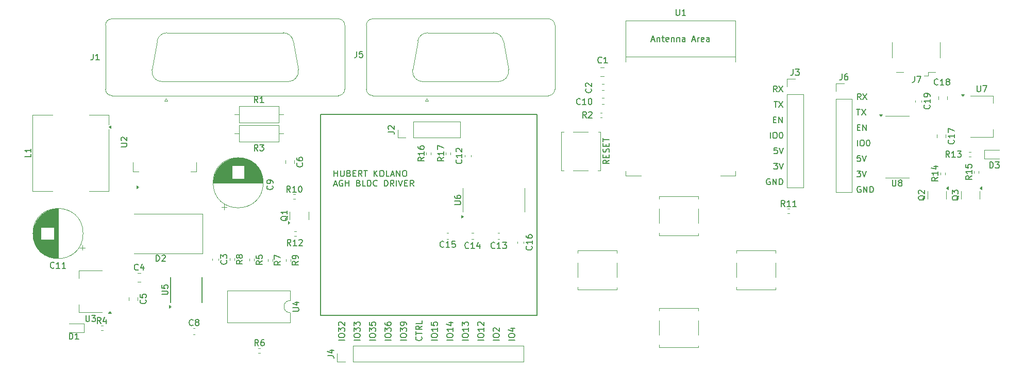
<source format=gbr>
%TF.GenerationSoftware,KiCad,Pcbnew,8.0.4*%
%TF.CreationDate,2024-07-28T20:14:14+02:00*%
%TF.ProjectId,BLDC_driver,424c4443-5f64-4726-9976-65722e6b6963,rev?*%
%TF.SameCoordinates,Original*%
%TF.FileFunction,Legend,Top*%
%TF.FilePolarity,Positive*%
%FSLAX46Y46*%
G04 Gerber Fmt 4.6, Leading zero omitted, Abs format (unit mm)*
G04 Created by KiCad (PCBNEW 8.0.4) date 2024-07-28 20:14:14*
%MOMM*%
%LPD*%
G01*
G04 APERTURE LIST*
%ADD10C,0.150000*%
%ADD11C,0.120000*%
G04 APERTURE END LIST*
D10*
X101276379Y-75628275D02*
X101276379Y-74628275D01*
X101276379Y-75104465D02*
X101847807Y-75104465D01*
X101847807Y-75628275D02*
X101847807Y-74628275D01*
X102323998Y-74628275D02*
X102323998Y-75437798D01*
X102323998Y-75437798D02*
X102371617Y-75533036D01*
X102371617Y-75533036D02*
X102419236Y-75580656D01*
X102419236Y-75580656D02*
X102514474Y-75628275D01*
X102514474Y-75628275D02*
X102704950Y-75628275D01*
X102704950Y-75628275D02*
X102800188Y-75580656D01*
X102800188Y-75580656D02*
X102847807Y-75533036D01*
X102847807Y-75533036D02*
X102895426Y-75437798D01*
X102895426Y-75437798D02*
X102895426Y-74628275D01*
X103704950Y-75104465D02*
X103847807Y-75152084D01*
X103847807Y-75152084D02*
X103895426Y-75199703D01*
X103895426Y-75199703D02*
X103943045Y-75294941D01*
X103943045Y-75294941D02*
X103943045Y-75437798D01*
X103943045Y-75437798D02*
X103895426Y-75533036D01*
X103895426Y-75533036D02*
X103847807Y-75580656D01*
X103847807Y-75580656D02*
X103752569Y-75628275D01*
X103752569Y-75628275D02*
X103371617Y-75628275D01*
X103371617Y-75628275D02*
X103371617Y-74628275D01*
X103371617Y-74628275D02*
X103704950Y-74628275D01*
X103704950Y-74628275D02*
X103800188Y-74675894D01*
X103800188Y-74675894D02*
X103847807Y-74723513D01*
X103847807Y-74723513D02*
X103895426Y-74818751D01*
X103895426Y-74818751D02*
X103895426Y-74913989D01*
X103895426Y-74913989D02*
X103847807Y-75009227D01*
X103847807Y-75009227D02*
X103800188Y-75056846D01*
X103800188Y-75056846D02*
X103704950Y-75104465D01*
X103704950Y-75104465D02*
X103371617Y-75104465D01*
X104371617Y-75104465D02*
X104704950Y-75104465D01*
X104847807Y-75628275D02*
X104371617Y-75628275D01*
X104371617Y-75628275D02*
X104371617Y-74628275D01*
X104371617Y-74628275D02*
X104847807Y-74628275D01*
X105847807Y-75628275D02*
X105514474Y-75152084D01*
X105276379Y-75628275D02*
X105276379Y-74628275D01*
X105276379Y-74628275D02*
X105657331Y-74628275D01*
X105657331Y-74628275D02*
X105752569Y-74675894D01*
X105752569Y-74675894D02*
X105800188Y-74723513D01*
X105800188Y-74723513D02*
X105847807Y-74818751D01*
X105847807Y-74818751D02*
X105847807Y-74961608D01*
X105847807Y-74961608D02*
X105800188Y-75056846D01*
X105800188Y-75056846D02*
X105752569Y-75104465D01*
X105752569Y-75104465D02*
X105657331Y-75152084D01*
X105657331Y-75152084D02*
X105276379Y-75152084D01*
X106133522Y-74628275D02*
X106704950Y-74628275D01*
X106419236Y-75628275D02*
X106419236Y-74628275D01*
X107800189Y-75628275D02*
X107800189Y-74628275D01*
X108371617Y-75628275D02*
X107943046Y-75056846D01*
X108371617Y-74628275D02*
X107800189Y-75199703D01*
X108990665Y-74628275D02*
X109181141Y-74628275D01*
X109181141Y-74628275D02*
X109276379Y-74675894D01*
X109276379Y-74675894D02*
X109371617Y-74771132D01*
X109371617Y-74771132D02*
X109419236Y-74961608D01*
X109419236Y-74961608D02*
X109419236Y-75294941D01*
X109419236Y-75294941D02*
X109371617Y-75485417D01*
X109371617Y-75485417D02*
X109276379Y-75580656D01*
X109276379Y-75580656D02*
X109181141Y-75628275D01*
X109181141Y-75628275D02*
X108990665Y-75628275D01*
X108990665Y-75628275D02*
X108895427Y-75580656D01*
X108895427Y-75580656D02*
X108800189Y-75485417D01*
X108800189Y-75485417D02*
X108752570Y-75294941D01*
X108752570Y-75294941D02*
X108752570Y-74961608D01*
X108752570Y-74961608D02*
X108800189Y-74771132D01*
X108800189Y-74771132D02*
X108895427Y-74675894D01*
X108895427Y-74675894D02*
X108990665Y-74628275D01*
X110323998Y-75628275D02*
X109847808Y-75628275D01*
X109847808Y-75628275D02*
X109847808Y-74628275D01*
X110609713Y-75342560D02*
X111085903Y-75342560D01*
X110514475Y-75628275D02*
X110847808Y-74628275D01*
X110847808Y-74628275D02*
X111181141Y-75628275D01*
X111514475Y-75628275D02*
X111514475Y-74628275D01*
X111514475Y-74628275D02*
X112085903Y-75628275D01*
X112085903Y-75628275D02*
X112085903Y-74628275D01*
X112752570Y-74628275D02*
X112943046Y-74628275D01*
X112943046Y-74628275D02*
X113038284Y-74675894D01*
X113038284Y-74675894D02*
X113133522Y-74771132D01*
X113133522Y-74771132D02*
X113181141Y-74961608D01*
X113181141Y-74961608D02*
X113181141Y-75294941D01*
X113181141Y-75294941D02*
X113133522Y-75485417D01*
X113133522Y-75485417D02*
X113038284Y-75580656D01*
X113038284Y-75580656D02*
X112943046Y-75628275D01*
X112943046Y-75628275D02*
X112752570Y-75628275D01*
X112752570Y-75628275D02*
X112657332Y-75580656D01*
X112657332Y-75580656D02*
X112562094Y-75485417D01*
X112562094Y-75485417D02*
X112514475Y-75294941D01*
X112514475Y-75294941D02*
X112514475Y-74961608D01*
X112514475Y-74961608D02*
X112562094Y-74771132D01*
X112562094Y-74771132D02*
X112657332Y-74675894D01*
X112657332Y-74675894D02*
X112752570Y-74628275D01*
X101228760Y-76952504D02*
X101704950Y-76952504D01*
X101133522Y-77238219D02*
X101466855Y-76238219D01*
X101466855Y-76238219D02*
X101800188Y-77238219D01*
X102657331Y-76285838D02*
X102562093Y-76238219D01*
X102562093Y-76238219D02*
X102419236Y-76238219D01*
X102419236Y-76238219D02*
X102276379Y-76285838D01*
X102276379Y-76285838D02*
X102181141Y-76381076D01*
X102181141Y-76381076D02*
X102133522Y-76476314D01*
X102133522Y-76476314D02*
X102085903Y-76666790D01*
X102085903Y-76666790D02*
X102085903Y-76809647D01*
X102085903Y-76809647D02*
X102133522Y-77000123D01*
X102133522Y-77000123D02*
X102181141Y-77095361D01*
X102181141Y-77095361D02*
X102276379Y-77190600D01*
X102276379Y-77190600D02*
X102419236Y-77238219D01*
X102419236Y-77238219D02*
X102514474Y-77238219D01*
X102514474Y-77238219D02*
X102657331Y-77190600D01*
X102657331Y-77190600D02*
X102704950Y-77142980D01*
X102704950Y-77142980D02*
X102704950Y-76809647D01*
X102704950Y-76809647D02*
X102514474Y-76809647D01*
X103133522Y-77238219D02*
X103133522Y-76238219D01*
X103133522Y-76714409D02*
X103704950Y-76714409D01*
X103704950Y-77238219D02*
X103704950Y-76238219D01*
X105276379Y-76714409D02*
X105419236Y-76762028D01*
X105419236Y-76762028D02*
X105466855Y-76809647D01*
X105466855Y-76809647D02*
X105514474Y-76904885D01*
X105514474Y-76904885D02*
X105514474Y-77047742D01*
X105514474Y-77047742D02*
X105466855Y-77142980D01*
X105466855Y-77142980D02*
X105419236Y-77190600D01*
X105419236Y-77190600D02*
X105323998Y-77238219D01*
X105323998Y-77238219D02*
X104943046Y-77238219D01*
X104943046Y-77238219D02*
X104943046Y-76238219D01*
X104943046Y-76238219D02*
X105276379Y-76238219D01*
X105276379Y-76238219D02*
X105371617Y-76285838D01*
X105371617Y-76285838D02*
X105419236Y-76333457D01*
X105419236Y-76333457D02*
X105466855Y-76428695D01*
X105466855Y-76428695D02*
X105466855Y-76523933D01*
X105466855Y-76523933D02*
X105419236Y-76619171D01*
X105419236Y-76619171D02*
X105371617Y-76666790D01*
X105371617Y-76666790D02*
X105276379Y-76714409D01*
X105276379Y-76714409D02*
X104943046Y-76714409D01*
X106419236Y-77238219D02*
X105943046Y-77238219D01*
X105943046Y-77238219D02*
X105943046Y-76238219D01*
X106752570Y-77238219D02*
X106752570Y-76238219D01*
X106752570Y-76238219D02*
X106990665Y-76238219D01*
X106990665Y-76238219D02*
X107133522Y-76285838D01*
X107133522Y-76285838D02*
X107228760Y-76381076D01*
X107228760Y-76381076D02*
X107276379Y-76476314D01*
X107276379Y-76476314D02*
X107323998Y-76666790D01*
X107323998Y-76666790D02*
X107323998Y-76809647D01*
X107323998Y-76809647D02*
X107276379Y-77000123D01*
X107276379Y-77000123D02*
X107228760Y-77095361D01*
X107228760Y-77095361D02*
X107133522Y-77190600D01*
X107133522Y-77190600D02*
X106990665Y-77238219D01*
X106990665Y-77238219D02*
X106752570Y-77238219D01*
X108323998Y-77142980D02*
X108276379Y-77190600D01*
X108276379Y-77190600D02*
X108133522Y-77238219D01*
X108133522Y-77238219D02*
X108038284Y-77238219D01*
X108038284Y-77238219D02*
X107895427Y-77190600D01*
X107895427Y-77190600D02*
X107800189Y-77095361D01*
X107800189Y-77095361D02*
X107752570Y-77000123D01*
X107752570Y-77000123D02*
X107704951Y-76809647D01*
X107704951Y-76809647D02*
X107704951Y-76666790D01*
X107704951Y-76666790D02*
X107752570Y-76476314D01*
X107752570Y-76476314D02*
X107800189Y-76381076D01*
X107800189Y-76381076D02*
X107895427Y-76285838D01*
X107895427Y-76285838D02*
X108038284Y-76238219D01*
X108038284Y-76238219D02*
X108133522Y-76238219D01*
X108133522Y-76238219D02*
X108276379Y-76285838D01*
X108276379Y-76285838D02*
X108323998Y-76333457D01*
X109514475Y-77238219D02*
X109514475Y-76238219D01*
X109514475Y-76238219D02*
X109752570Y-76238219D01*
X109752570Y-76238219D02*
X109895427Y-76285838D01*
X109895427Y-76285838D02*
X109990665Y-76381076D01*
X109990665Y-76381076D02*
X110038284Y-76476314D01*
X110038284Y-76476314D02*
X110085903Y-76666790D01*
X110085903Y-76666790D02*
X110085903Y-76809647D01*
X110085903Y-76809647D02*
X110038284Y-77000123D01*
X110038284Y-77000123D02*
X109990665Y-77095361D01*
X109990665Y-77095361D02*
X109895427Y-77190600D01*
X109895427Y-77190600D02*
X109752570Y-77238219D01*
X109752570Y-77238219D02*
X109514475Y-77238219D01*
X111085903Y-77238219D02*
X110752570Y-76762028D01*
X110514475Y-77238219D02*
X110514475Y-76238219D01*
X110514475Y-76238219D02*
X110895427Y-76238219D01*
X110895427Y-76238219D02*
X110990665Y-76285838D01*
X110990665Y-76285838D02*
X111038284Y-76333457D01*
X111038284Y-76333457D02*
X111085903Y-76428695D01*
X111085903Y-76428695D02*
X111085903Y-76571552D01*
X111085903Y-76571552D02*
X111038284Y-76666790D01*
X111038284Y-76666790D02*
X110990665Y-76714409D01*
X110990665Y-76714409D02*
X110895427Y-76762028D01*
X110895427Y-76762028D02*
X110514475Y-76762028D01*
X111514475Y-77238219D02*
X111514475Y-76238219D01*
X111847808Y-76238219D02*
X112181141Y-77238219D01*
X112181141Y-77238219D02*
X112514474Y-76238219D01*
X112847808Y-76714409D02*
X113181141Y-76714409D01*
X113323998Y-77238219D02*
X112847808Y-77238219D01*
X112847808Y-77238219D02*
X112847808Y-76238219D01*
X112847808Y-76238219D02*
X113323998Y-76238219D01*
X114323998Y-77238219D02*
X113990665Y-76762028D01*
X113752570Y-77238219D02*
X113752570Y-76238219D01*
X113752570Y-76238219D02*
X114133522Y-76238219D01*
X114133522Y-76238219D02*
X114228760Y-76285838D01*
X114228760Y-76285838D02*
X114276379Y-76333457D01*
X114276379Y-76333457D02*
X114323998Y-76428695D01*
X114323998Y-76428695D02*
X114323998Y-76571552D01*
X114323998Y-76571552D02*
X114276379Y-76666790D01*
X114276379Y-76666790D02*
X114228760Y-76714409D01*
X114228760Y-76714409D02*
X114133522Y-76762028D01*
X114133522Y-76762028D02*
X113752570Y-76762028D01*
X130933819Y-102533220D02*
X129933819Y-102533220D01*
X129933819Y-101866554D02*
X129933819Y-101676078D01*
X129933819Y-101676078D02*
X129981438Y-101580840D01*
X129981438Y-101580840D02*
X130076676Y-101485602D01*
X130076676Y-101485602D02*
X130267152Y-101437983D01*
X130267152Y-101437983D02*
X130600485Y-101437983D01*
X130600485Y-101437983D02*
X130790961Y-101485602D01*
X130790961Y-101485602D02*
X130886200Y-101580840D01*
X130886200Y-101580840D02*
X130933819Y-101676078D01*
X130933819Y-101676078D02*
X130933819Y-101866554D01*
X130933819Y-101866554D02*
X130886200Y-101961792D01*
X130886200Y-101961792D02*
X130790961Y-102057030D01*
X130790961Y-102057030D02*
X130600485Y-102104649D01*
X130600485Y-102104649D02*
X130267152Y-102104649D01*
X130267152Y-102104649D02*
X130076676Y-102057030D01*
X130076676Y-102057030D02*
X129981438Y-101961792D01*
X129981438Y-101961792D02*
X129933819Y-101866554D01*
X130267152Y-100580840D02*
X130933819Y-100580840D01*
X129886200Y-100818935D02*
X130600485Y-101057030D01*
X130600485Y-101057030D02*
X130600485Y-100437983D01*
X128393819Y-102533220D02*
X127393819Y-102533220D01*
X127393819Y-101866554D02*
X127393819Y-101676078D01*
X127393819Y-101676078D02*
X127441438Y-101580840D01*
X127441438Y-101580840D02*
X127536676Y-101485602D01*
X127536676Y-101485602D02*
X127727152Y-101437983D01*
X127727152Y-101437983D02*
X128060485Y-101437983D01*
X128060485Y-101437983D02*
X128250961Y-101485602D01*
X128250961Y-101485602D02*
X128346200Y-101580840D01*
X128346200Y-101580840D02*
X128393819Y-101676078D01*
X128393819Y-101676078D02*
X128393819Y-101866554D01*
X128393819Y-101866554D02*
X128346200Y-101961792D01*
X128346200Y-101961792D02*
X128250961Y-102057030D01*
X128250961Y-102057030D02*
X128060485Y-102104649D01*
X128060485Y-102104649D02*
X127727152Y-102104649D01*
X127727152Y-102104649D02*
X127536676Y-102057030D01*
X127536676Y-102057030D02*
X127441438Y-101961792D01*
X127441438Y-101961792D02*
X127393819Y-101866554D01*
X127489057Y-101057030D02*
X127441438Y-101009411D01*
X127441438Y-101009411D02*
X127393819Y-100914173D01*
X127393819Y-100914173D02*
X127393819Y-100676078D01*
X127393819Y-100676078D02*
X127441438Y-100580840D01*
X127441438Y-100580840D02*
X127489057Y-100533221D01*
X127489057Y-100533221D02*
X127584295Y-100485602D01*
X127584295Y-100485602D02*
X127679533Y-100485602D01*
X127679533Y-100485602D02*
X127822390Y-100533221D01*
X127822390Y-100533221D02*
X128393819Y-101104649D01*
X128393819Y-101104649D02*
X128393819Y-100485602D01*
X125853819Y-102533220D02*
X124853819Y-102533220D01*
X124853819Y-101866554D02*
X124853819Y-101676078D01*
X124853819Y-101676078D02*
X124901438Y-101580840D01*
X124901438Y-101580840D02*
X124996676Y-101485602D01*
X124996676Y-101485602D02*
X125187152Y-101437983D01*
X125187152Y-101437983D02*
X125520485Y-101437983D01*
X125520485Y-101437983D02*
X125710961Y-101485602D01*
X125710961Y-101485602D02*
X125806200Y-101580840D01*
X125806200Y-101580840D02*
X125853819Y-101676078D01*
X125853819Y-101676078D02*
X125853819Y-101866554D01*
X125853819Y-101866554D02*
X125806200Y-101961792D01*
X125806200Y-101961792D02*
X125710961Y-102057030D01*
X125710961Y-102057030D02*
X125520485Y-102104649D01*
X125520485Y-102104649D02*
X125187152Y-102104649D01*
X125187152Y-102104649D02*
X124996676Y-102057030D01*
X124996676Y-102057030D02*
X124901438Y-101961792D01*
X124901438Y-101961792D02*
X124853819Y-101866554D01*
X125853819Y-100485602D02*
X125853819Y-101057030D01*
X125853819Y-100771316D02*
X124853819Y-100771316D01*
X124853819Y-100771316D02*
X124996676Y-100866554D01*
X124996676Y-100866554D02*
X125091914Y-100961792D01*
X125091914Y-100961792D02*
X125139533Y-101057030D01*
X124949057Y-100104649D02*
X124901438Y-100057030D01*
X124901438Y-100057030D02*
X124853819Y-99961792D01*
X124853819Y-99961792D02*
X124853819Y-99723697D01*
X124853819Y-99723697D02*
X124901438Y-99628459D01*
X124901438Y-99628459D02*
X124949057Y-99580840D01*
X124949057Y-99580840D02*
X125044295Y-99533221D01*
X125044295Y-99533221D02*
X125139533Y-99533221D01*
X125139533Y-99533221D02*
X125282390Y-99580840D01*
X125282390Y-99580840D02*
X125853819Y-100152268D01*
X125853819Y-100152268D02*
X125853819Y-99533221D01*
X123313819Y-102533220D02*
X122313819Y-102533220D01*
X122313819Y-101866554D02*
X122313819Y-101676078D01*
X122313819Y-101676078D02*
X122361438Y-101580840D01*
X122361438Y-101580840D02*
X122456676Y-101485602D01*
X122456676Y-101485602D02*
X122647152Y-101437983D01*
X122647152Y-101437983D02*
X122980485Y-101437983D01*
X122980485Y-101437983D02*
X123170961Y-101485602D01*
X123170961Y-101485602D02*
X123266200Y-101580840D01*
X123266200Y-101580840D02*
X123313819Y-101676078D01*
X123313819Y-101676078D02*
X123313819Y-101866554D01*
X123313819Y-101866554D02*
X123266200Y-101961792D01*
X123266200Y-101961792D02*
X123170961Y-102057030D01*
X123170961Y-102057030D02*
X122980485Y-102104649D01*
X122980485Y-102104649D02*
X122647152Y-102104649D01*
X122647152Y-102104649D02*
X122456676Y-102057030D01*
X122456676Y-102057030D02*
X122361438Y-101961792D01*
X122361438Y-101961792D02*
X122313819Y-101866554D01*
X123313819Y-100485602D02*
X123313819Y-101057030D01*
X123313819Y-100771316D02*
X122313819Y-100771316D01*
X122313819Y-100771316D02*
X122456676Y-100866554D01*
X122456676Y-100866554D02*
X122551914Y-100961792D01*
X122551914Y-100961792D02*
X122599533Y-101057030D01*
X122313819Y-100152268D02*
X122313819Y-99533221D01*
X122313819Y-99533221D02*
X122694771Y-99866554D01*
X122694771Y-99866554D02*
X122694771Y-99723697D01*
X122694771Y-99723697D02*
X122742390Y-99628459D01*
X122742390Y-99628459D02*
X122790009Y-99580840D01*
X122790009Y-99580840D02*
X122885247Y-99533221D01*
X122885247Y-99533221D02*
X123123342Y-99533221D01*
X123123342Y-99533221D02*
X123218580Y-99580840D01*
X123218580Y-99580840D02*
X123266200Y-99628459D01*
X123266200Y-99628459D02*
X123313819Y-99723697D01*
X123313819Y-99723697D02*
X123313819Y-100009411D01*
X123313819Y-100009411D02*
X123266200Y-100104649D01*
X123266200Y-100104649D02*
X123218580Y-100152268D01*
X120773819Y-102533220D02*
X119773819Y-102533220D01*
X119773819Y-101866554D02*
X119773819Y-101676078D01*
X119773819Y-101676078D02*
X119821438Y-101580840D01*
X119821438Y-101580840D02*
X119916676Y-101485602D01*
X119916676Y-101485602D02*
X120107152Y-101437983D01*
X120107152Y-101437983D02*
X120440485Y-101437983D01*
X120440485Y-101437983D02*
X120630961Y-101485602D01*
X120630961Y-101485602D02*
X120726200Y-101580840D01*
X120726200Y-101580840D02*
X120773819Y-101676078D01*
X120773819Y-101676078D02*
X120773819Y-101866554D01*
X120773819Y-101866554D02*
X120726200Y-101961792D01*
X120726200Y-101961792D02*
X120630961Y-102057030D01*
X120630961Y-102057030D02*
X120440485Y-102104649D01*
X120440485Y-102104649D02*
X120107152Y-102104649D01*
X120107152Y-102104649D02*
X119916676Y-102057030D01*
X119916676Y-102057030D02*
X119821438Y-101961792D01*
X119821438Y-101961792D02*
X119773819Y-101866554D01*
X120773819Y-100485602D02*
X120773819Y-101057030D01*
X120773819Y-100771316D02*
X119773819Y-100771316D01*
X119773819Y-100771316D02*
X119916676Y-100866554D01*
X119916676Y-100866554D02*
X120011914Y-100961792D01*
X120011914Y-100961792D02*
X120059533Y-101057030D01*
X120107152Y-99628459D02*
X120773819Y-99628459D01*
X119726200Y-99866554D02*
X120440485Y-100104649D01*
X120440485Y-100104649D02*
X120440485Y-99485602D01*
X118233819Y-102533220D02*
X117233819Y-102533220D01*
X117233819Y-101866554D02*
X117233819Y-101676078D01*
X117233819Y-101676078D02*
X117281438Y-101580840D01*
X117281438Y-101580840D02*
X117376676Y-101485602D01*
X117376676Y-101485602D02*
X117567152Y-101437983D01*
X117567152Y-101437983D02*
X117900485Y-101437983D01*
X117900485Y-101437983D02*
X118090961Y-101485602D01*
X118090961Y-101485602D02*
X118186200Y-101580840D01*
X118186200Y-101580840D02*
X118233819Y-101676078D01*
X118233819Y-101676078D02*
X118233819Y-101866554D01*
X118233819Y-101866554D02*
X118186200Y-101961792D01*
X118186200Y-101961792D02*
X118090961Y-102057030D01*
X118090961Y-102057030D02*
X117900485Y-102104649D01*
X117900485Y-102104649D02*
X117567152Y-102104649D01*
X117567152Y-102104649D02*
X117376676Y-102057030D01*
X117376676Y-102057030D02*
X117281438Y-101961792D01*
X117281438Y-101961792D02*
X117233819Y-101866554D01*
X118233819Y-100485602D02*
X118233819Y-101057030D01*
X118233819Y-100771316D02*
X117233819Y-100771316D01*
X117233819Y-100771316D02*
X117376676Y-100866554D01*
X117376676Y-100866554D02*
X117471914Y-100961792D01*
X117471914Y-100961792D02*
X117519533Y-101057030D01*
X117233819Y-99580840D02*
X117233819Y-100057030D01*
X117233819Y-100057030D02*
X117710009Y-100104649D01*
X117710009Y-100104649D02*
X117662390Y-100057030D01*
X117662390Y-100057030D02*
X117614771Y-99961792D01*
X117614771Y-99961792D02*
X117614771Y-99723697D01*
X117614771Y-99723697D02*
X117662390Y-99628459D01*
X117662390Y-99628459D02*
X117710009Y-99580840D01*
X117710009Y-99580840D02*
X117805247Y-99533221D01*
X117805247Y-99533221D02*
X118043342Y-99533221D01*
X118043342Y-99533221D02*
X118138580Y-99580840D01*
X118138580Y-99580840D02*
X118186200Y-99628459D01*
X118186200Y-99628459D02*
X118233819Y-99723697D01*
X118233819Y-99723697D02*
X118233819Y-99961792D01*
X118233819Y-99961792D02*
X118186200Y-100057030D01*
X118186200Y-100057030D02*
X118138580Y-100104649D01*
X115598580Y-101961792D02*
X115646200Y-102009411D01*
X115646200Y-102009411D02*
X115693819Y-102152268D01*
X115693819Y-102152268D02*
X115693819Y-102247506D01*
X115693819Y-102247506D02*
X115646200Y-102390363D01*
X115646200Y-102390363D02*
X115550961Y-102485601D01*
X115550961Y-102485601D02*
X115455723Y-102533220D01*
X115455723Y-102533220D02*
X115265247Y-102580839D01*
X115265247Y-102580839D02*
X115122390Y-102580839D01*
X115122390Y-102580839D02*
X114931914Y-102533220D01*
X114931914Y-102533220D02*
X114836676Y-102485601D01*
X114836676Y-102485601D02*
X114741438Y-102390363D01*
X114741438Y-102390363D02*
X114693819Y-102247506D01*
X114693819Y-102247506D02*
X114693819Y-102152268D01*
X114693819Y-102152268D02*
X114741438Y-102009411D01*
X114741438Y-102009411D02*
X114789057Y-101961792D01*
X114693819Y-101676077D02*
X114693819Y-101104649D01*
X115693819Y-101390363D02*
X114693819Y-101390363D01*
X115693819Y-100199887D02*
X115217628Y-100533220D01*
X115693819Y-100771315D02*
X114693819Y-100771315D01*
X114693819Y-100771315D02*
X114693819Y-100390363D01*
X114693819Y-100390363D02*
X114741438Y-100295125D01*
X114741438Y-100295125D02*
X114789057Y-100247506D01*
X114789057Y-100247506D02*
X114884295Y-100199887D01*
X114884295Y-100199887D02*
X115027152Y-100199887D01*
X115027152Y-100199887D02*
X115122390Y-100247506D01*
X115122390Y-100247506D02*
X115170009Y-100295125D01*
X115170009Y-100295125D02*
X115217628Y-100390363D01*
X115217628Y-100390363D02*
X115217628Y-100771315D01*
X115693819Y-99295125D02*
X115693819Y-99771315D01*
X115693819Y-99771315D02*
X114693819Y-99771315D01*
X113153819Y-102533220D02*
X112153819Y-102533220D01*
X112153819Y-101866554D02*
X112153819Y-101676078D01*
X112153819Y-101676078D02*
X112201438Y-101580840D01*
X112201438Y-101580840D02*
X112296676Y-101485602D01*
X112296676Y-101485602D02*
X112487152Y-101437983D01*
X112487152Y-101437983D02*
X112820485Y-101437983D01*
X112820485Y-101437983D02*
X113010961Y-101485602D01*
X113010961Y-101485602D02*
X113106200Y-101580840D01*
X113106200Y-101580840D02*
X113153819Y-101676078D01*
X113153819Y-101676078D02*
X113153819Y-101866554D01*
X113153819Y-101866554D02*
X113106200Y-101961792D01*
X113106200Y-101961792D02*
X113010961Y-102057030D01*
X113010961Y-102057030D02*
X112820485Y-102104649D01*
X112820485Y-102104649D02*
X112487152Y-102104649D01*
X112487152Y-102104649D02*
X112296676Y-102057030D01*
X112296676Y-102057030D02*
X112201438Y-101961792D01*
X112201438Y-101961792D02*
X112153819Y-101866554D01*
X112153819Y-101104649D02*
X112153819Y-100485602D01*
X112153819Y-100485602D02*
X112534771Y-100818935D01*
X112534771Y-100818935D02*
X112534771Y-100676078D01*
X112534771Y-100676078D02*
X112582390Y-100580840D01*
X112582390Y-100580840D02*
X112630009Y-100533221D01*
X112630009Y-100533221D02*
X112725247Y-100485602D01*
X112725247Y-100485602D02*
X112963342Y-100485602D01*
X112963342Y-100485602D02*
X113058580Y-100533221D01*
X113058580Y-100533221D02*
X113106200Y-100580840D01*
X113106200Y-100580840D02*
X113153819Y-100676078D01*
X113153819Y-100676078D02*
X113153819Y-100961792D01*
X113153819Y-100961792D02*
X113106200Y-101057030D01*
X113106200Y-101057030D02*
X113058580Y-101104649D01*
X113153819Y-100009411D02*
X113153819Y-99818935D01*
X113153819Y-99818935D02*
X113106200Y-99723697D01*
X113106200Y-99723697D02*
X113058580Y-99676078D01*
X113058580Y-99676078D02*
X112915723Y-99580840D01*
X112915723Y-99580840D02*
X112725247Y-99533221D01*
X112725247Y-99533221D02*
X112344295Y-99533221D01*
X112344295Y-99533221D02*
X112249057Y-99580840D01*
X112249057Y-99580840D02*
X112201438Y-99628459D01*
X112201438Y-99628459D02*
X112153819Y-99723697D01*
X112153819Y-99723697D02*
X112153819Y-99914173D01*
X112153819Y-99914173D02*
X112201438Y-100009411D01*
X112201438Y-100009411D02*
X112249057Y-100057030D01*
X112249057Y-100057030D02*
X112344295Y-100104649D01*
X112344295Y-100104649D02*
X112582390Y-100104649D01*
X112582390Y-100104649D02*
X112677628Y-100057030D01*
X112677628Y-100057030D02*
X112725247Y-100009411D01*
X112725247Y-100009411D02*
X112772866Y-99914173D01*
X112772866Y-99914173D02*
X112772866Y-99723697D01*
X112772866Y-99723697D02*
X112725247Y-99628459D01*
X112725247Y-99628459D02*
X112677628Y-99580840D01*
X112677628Y-99580840D02*
X112582390Y-99533221D01*
X110613819Y-102533220D02*
X109613819Y-102533220D01*
X109613819Y-101866554D02*
X109613819Y-101676078D01*
X109613819Y-101676078D02*
X109661438Y-101580840D01*
X109661438Y-101580840D02*
X109756676Y-101485602D01*
X109756676Y-101485602D02*
X109947152Y-101437983D01*
X109947152Y-101437983D02*
X110280485Y-101437983D01*
X110280485Y-101437983D02*
X110470961Y-101485602D01*
X110470961Y-101485602D02*
X110566200Y-101580840D01*
X110566200Y-101580840D02*
X110613819Y-101676078D01*
X110613819Y-101676078D02*
X110613819Y-101866554D01*
X110613819Y-101866554D02*
X110566200Y-101961792D01*
X110566200Y-101961792D02*
X110470961Y-102057030D01*
X110470961Y-102057030D02*
X110280485Y-102104649D01*
X110280485Y-102104649D02*
X109947152Y-102104649D01*
X109947152Y-102104649D02*
X109756676Y-102057030D01*
X109756676Y-102057030D02*
X109661438Y-101961792D01*
X109661438Y-101961792D02*
X109613819Y-101866554D01*
X109613819Y-101104649D02*
X109613819Y-100485602D01*
X109613819Y-100485602D02*
X109994771Y-100818935D01*
X109994771Y-100818935D02*
X109994771Y-100676078D01*
X109994771Y-100676078D02*
X110042390Y-100580840D01*
X110042390Y-100580840D02*
X110090009Y-100533221D01*
X110090009Y-100533221D02*
X110185247Y-100485602D01*
X110185247Y-100485602D02*
X110423342Y-100485602D01*
X110423342Y-100485602D02*
X110518580Y-100533221D01*
X110518580Y-100533221D02*
X110566200Y-100580840D01*
X110566200Y-100580840D02*
X110613819Y-100676078D01*
X110613819Y-100676078D02*
X110613819Y-100961792D01*
X110613819Y-100961792D02*
X110566200Y-101057030D01*
X110566200Y-101057030D02*
X110518580Y-101104649D01*
X109613819Y-99628459D02*
X109613819Y-99818935D01*
X109613819Y-99818935D02*
X109661438Y-99914173D01*
X109661438Y-99914173D02*
X109709057Y-99961792D01*
X109709057Y-99961792D02*
X109851914Y-100057030D01*
X109851914Y-100057030D02*
X110042390Y-100104649D01*
X110042390Y-100104649D02*
X110423342Y-100104649D01*
X110423342Y-100104649D02*
X110518580Y-100057030D01*
X110518580Y-100057030D02*
X110566200Y-100009411D01*
X110566200Y-100009411D02*
X110613819Y-99914173D01*
X110613819Y-99914173D02*
X110613819Y-99723697D01*
X110613819Y-99723697D02*
X110566200Y-99628459D01*
X110566200Y-99628459D02*
X110518580Y-99580840D01*
X110518580Y-99580840D02*
X110423342Y-99533221D01*
X110423342Y-99533221D02*
X110185247Y-99533221D01*
X110185247Y-99533221D02*
X110090009Y-99580840D01*
X110090009Y-99580840D02*
X110042390Y-99628459D01*
X110042390Y-99628459D02*
X109994771Y-99723697D01*
X109994771Y-99723697D02*
X109994771Y-99914173D01*
X109994771Y-99914173D02*
X110042390Y-100009411D01*
X110042390Y-100009411D02*
X110090009Y-100057030D01*
X110090009Y-100057030D02*
X110185247Y-100104649D01*
X108073819Y-102533220D02*
X107073819Y-102533220D01*
X107073819Y-101866554D02*
X107073819Y-101676078D01*
X107073819Y-101676078D02*
X107121438Y-101580840D01*
X107121438Y-101580840D02*
X107216676Y-101485602D01*
X107216676Y-101485602D02*
X107407152Y-101437983D01*
X107407152Y-101437983D02*
X107740485Y-101437983D01*
X107740485Y-101437983D02*
X107930961Y-101485602D01*
X107930961Y-101485602D02*
X108026200Y-101580840D01*
X108026200Y-101580840D02*
X108073819Y-101676078D01*
X108073819Y-101676078D02*
X108073819Y-101866554D01*
X108073819Y-101866554D02*
X108026200Y-101961792D01*
X108026200Y-101961792D02*
X107930961Y-102057030D01*
X107930961Y-102057030D02*
X107740485Y-102104649D01*
X107740485Y-102104649D02*
X107407152Y-102104649D01*
X107407152Y-102104649D02*
X107216676Y-102057030D01*
X107216676Y-102057030D02*
X107121438Y-101961792D01*
X107121438Y-101961792D02*
X107073819Y-101866554D01*
X107073819Y-101104649D02*
X107073819Y-100485602D01*
X107073819Y-100485602D02*
X107454771Y-100818935D01*
X107454771Y-100818935D02*
X107454771Y-100676078D01*
X107454771Y-100676078D02*
X107502390Y-100580840D01*
X107502390Y-100580840D02*
X107550009Y-100533221D01*
X107550009Y-100533221D02*
X107645247Y-100485602D01*
X107645247Y-100485602D02*
X107883342Y-100485602D01*
X107883342Y-100485602D02*
X107978580Y-100533221D01*
X107978580Y-100533221D02*
X108026200Y-100580840D01*
X108026200Y-100580840D02*
X108073819Y-100676078D01*
X108073819Y-100676078D02*
X108073819Y-100961792D01*
X108073819Y-100961792D02*
X108026200Y-101057030D01*
X108026200Y-101057030D02*
X107978580Y-101104649D01*
X107073819Y-99580840D02*
X107073819Y-100057030D01*
X107073819Y-100057030D02*
X107550009Y-100104649D01*
X107550009Y-100104649D02*
X107502390Y-100057030D01*
X107502390Y-100057030D02*
X107454771Y-99961792D01*
X107454771Y-99961792D02*
X107454771Y-99723697D01*
X107454771Y-99723697D02*
X107502390Y-99628459D01*
X107502390Y-99628459D02*
X107550009Y-99580840D01*
X107550009Y-99580840D02*
X107645247Y-99533221D01*
X107645247Y-99533221D02*
X107883342Y-99533221D01*
X107883342Y-99533221D02*
X107978580Y-99580840D01*
X107978580Y-99580840D02*
X108026200Y-99628459D01*
X108026200Y-99628459D02*
X108073819Y-99723697D01*
X108073819Y-99723697D02*
X108073819Y-99961792D01*
X108073819Y-99961792D02*
X108026200Y-100057030D01*
X108026200Y-100057030D02*
X107978580Y-100104649D01*
X102993819Y-102533220D02*
X101993819Y-102533220D01*
X101993819Y-101866554D02*
X101993819Y-101676078D01*
X101993819Y-101676078D02*
X102041438Y-101580840D01*
X102041438Y-101580840D02*
X102136676Y-101485602D01*
X102136676Y-101485602D02*
X102327152Y-101437983D01*
X102327152Y-101437983D02*
X102660485Y-101437983D01*
X102660485Y-101437983D02*
X102850961Y-101485602D01*
X102850961Y-101485602D02*
X102946200Y-101580840D01*
X102946200Y-101580840D02*
X102993819Y-101676078D01*
X102993819Y-101676078D02*
X102993819Y-101866554D01*
X102993819Y-101866554D02*
X102946200Y-101961792D01*
X102946200Y-101961792D02*
X102850961Y-102057030D01*
X102850961Y-102057030D02*
X102660485Y-102104649D01*
X102660485Y-102104649D02*
X102327152Y-102104649D01*
X102327152Y-102104649D02*
X102136676Y-102057030D01*
X102136676Y-102057030D02*
X102041438Y-101961792D01*
X102041438Y-101961792D02*
X101993819Y-101866554D01*
X101993819Y-101104649D02*
X101993819Y-100485602D01*
X101993819Y-100485602D02*
X102374771Y-100818935D01*
X102374771Y-100818935D02*
X102374771Y-100676078D01*
X102374771Y-100676078D02*
X102422390Y-100580840D01*
X102422390Y-100580840D02*
X102470009Y-100533221D01*
X102470009Y-100533221D02*
X102565247Y-100485602D01*
X102565247Y-100485602D02*
X102803342Y-100485602D01*
X102803342Y-100485602D02*
X102898580Y-100533221D01*
X102898580Y-100533221D02*
X102946200Y-100580840D01*
X102946200Y-100580840D02*
X102993819Y-100676078D01*
X102993819Y-100676078D02*
X102993819Y-100961792D01*
X102993819Y-100961792D02*
X102946200Y-101057030D01*
X102946200Y-101057030D02*
X102898580Y-101104649D01*
X102089057Y-100104649D02*
X102041438Y-100057030D01*
X102041438Y-100057030D02*
X101993819Y-99961792D01*
X101993819Y-99961792D02*
X101993819Y-99723697D01*
X101993819Y-99723697D02*
X102041438Y-99628459D01*
X102041438Y-99628459D02*
X102089057Y-99580840D01*
X102089057Y-99580840D02*
X102184295Y-99533221D01*
X102184295Y-99533221D02*
X102279533Y-99533221D01*
X102279533Y-99533221D02*
X102422390Y-99580840D01*
X102422390Y-99580840D02*
X102993819Y-100152268D01*
X102993819Y-100152268D02*
X102993819Y-99533221D01*
X134620000Y-65405000D02*
X123190000Y-65405000D01*
X134620000Y-98425000D02*
X134620000Y-65405000D01*
X99060000Y-98425000D02*
X134620000Y-98425000D01*
X99060000Y-65405000D02*
X99060000Y-98425000D01*
X110490000Y-65405000D02*
X99060000Y-65405000D01*
X110490000Y-65405000D02*
X123190000Y-65405000D01*
X173532268Y-63284819D02*
X174103696Y-63284819D01*
X173817982Y-64284819D02*
X173817982Y-63284819D01*
X174341792Y-63284819D02*
X175008458Y-64284819D01*
X175008458Y-63284819D02*
X174341792Y-64284819D01*
X174008458Y-61744819D02*
X173675125Y-61268628D01*
X173437030Y-61744819D02*
X173437030Y-60744819D01*
X173437030Y-60744819D02*
X173817982Y-60744819D01*
X173817982Y-60744819D02*
X173913220Y-60792438D01*
X173913220Y-60792438D02*
X173960839Y-60840057D01*
X173960839Y-60840057D02*
X174008458Y-60935295D01*
X174008458Y-60935295D02*
X174008458Y-61078152D01*
X174008458Y-61078152D02*
X173960839Y-61173390D01*
X173960839Y-61173390D02*
X173913220Y-61221009D01*
X173913220Y-61221009D02*
X173817982Y-61268628D01*
X173817982Y-61268628D02*
X173437030Y-61268628D01*
X174341792Y-60744819D02*
X175008458Y-61744819D01*
X175008458Y-60744819D02*
X174341792Y-61744819D01*
X174056077Y-70904819D02*
X173579887Y-70904819D01*
X173579887Y-70904819D02*
X173532268Y-71381009D01*
X173532268Y-71381009D02*
X173579887Y-71333390D01*
X173579887Y-71333390D02*
X173675125Y-71285771D01*
X173675125Y-71285771D02*
X173913220Y-71285771D01*
X173913220Y-71285771D02*
X174008458Y-71333390D01*
X174008458Y-71333390D02*
X174056077Y-71381009D01*
X174056077Y-71381009D02*
X174103696Y-71476247D01*
X174103696Y-71476247D02*
X174103696Y-71714342D01*
X174103696Y-71714342D02*
X174056077Y-71809580D01*
X174056077Y-71809580D02*
X174008458Y-71857200D01*
X174008458Y-71857200D02*
X173913220Y-71904819D01*
X173913220Y-71904819D02*
X173675125Y-71904819D01*
X173675125Y-71904819D02*
X173579887Y-71857200D01*
X173579887Y-71857200D02*
X173532268Y-71809580D01*
X174389411Y-70904819D02*
X174722744Y-71904819D01*
X174722744Y-71904819D02*
X175056077Y-70904819D01*
X173484649Y-73444819D02*
X174103696Y-73444819D01*
X174103696Y-73444819D02*
X173770363Y-73825771D01*
X173770363Y-73825771D02*
X173913220Y-73825771D01*
X173913220Y-73825771D02*
X174008458Y-73873390D01*
X174008458Y-73873390D02*
X174056077Y-73921009D01*
X174056077Y-73921009D02*
X174103696Y-74016247D01*
X174103696Y-74016247D02*
X174103696Y-74254342D01*
X174103696Y-74254342D02*
X174056077Y-74349580D01*
X174056077Y-74349580D02*
X174008458Y-74397200D01*
X174008458Y-74397200D02*
X173913220Y-74444819D01*
X173913220Y-74444819D02*
X173627506Y-74444819D01*
X173627506Y-74444819D02*
X173532268Y-74397200D01*
X173532268Y-74397200D02*
X173484649Y-74349580D01*
X174389411Y-73444819D02*
X174722744Y-74444819D01*
X174722744Y-74444819D02*
X175056077Y-73444819D01*
X173437030Y-66301009D02*
X173770363Y-66301009D01*
X173913220Y-66824819D02*
X173437030Y-66824819D01*
X173437030Y-66824819D02*
X173437030Y-65824819D01*
X173437030Y-65824819D02*
X173913220Y-65824819D01*
X174341792Y-66824819D02*
X174341792Y-65824819D01*
X174341792Y-65824819D02*
X174913220Y-66824819D01*
X174913220Y-66824819D02*
X174913220Y-65824819D01*
X172865601Y-76032438D02*
X172770363Y-75984819D01*
X172770363Y-75984819D02*
X172627506Y-75984819D01*
X172627506Y-75984819D02*
X172484649Y-76032438D01*
X172484649Y-76032438D02*
X172389411Y-76127676D01*
X172389411Y-76127676D02*
X172341792Y-76222914D01*
X172341792Y-76222914D02*
X172294173Y-76413390D01*
X172294173Y-76413390D02*
X172294173Y-76556247D01*
X172294173Y-76556247D02*
X172341792Y-76746723D01*
X172341792Y-76746723D02*
X172389411Y-76841961D01*
X172389411Y-76841961D02*
X172484649Y-76937200D01*
X172484649Y-76937200D02*
X172627506Y-76984819D01*
X172627506Y-76984819D02*
X172722744Y-76984819D01*
X172722744Y-76984819D02*
X172865601Y-76937200D01*
X172865601Y-76937200D02*
X172913220Y-76889580D01*
X172913220Y-76889580D02*
X172913220Y-76556247D01*
X172913220Y-76556247D02*
X172722744Y-76556247D01*
X173341792Y-76984819D02*
X173341792Y-75984819D01*
X173341792Y-75984819D02*
X173913220Y-76984819D01*
X173913220Y-76984819D02*
X173913220Y-75984819D01*
X174389411Y-76984819D02*
X174389411Y-75984819D01*
X174389411Y-75984819D02*
X174627506Y-75984819D01*
X174627506Y-75984819D02*
X174770363Y-76032438D01*
X174770363Y-76032438D02*
X174865601Y-76127676D01*
X174865601Y-76127676D02*
X174913220Y-76222914D01*
X174913220Y-76222914D02*
X174960839Y-76413390D01*
X174960839Y-76413390D02*
X174960839Y-76556247D01*
X174960839Y-76556247D02*
X174913220Y-76746723D01*
X174913220Y-76746723D02*
X174865601Y-76841961D01*
X174865601Y-76841961D02*
X174770363Y-76937200D01*
X174770363Y-76937200D02*
X174627506Y-76984819D01*
X174627506Y-76984819D02*
X174389411Y-76984819D01*
X172913221Y-69364819D02*
X172913221Y-68364819D01*
X173579887Y-68364819D02*
X173770363Y-68364819D01*
X173770363Y-68364819D02*
X173865601Y-68412438D01*
X173865601Y-68412438D02*
X173960839Y-68507676D01*
X173960839Y-68507676D02*
X174008458Y-68698152D01*
X174008458Y-68698152D02*
X174008458Y-69031485D01*
X174008458Y-69031485D02*
X173960839Y-69221961D01*
X173960839Y-69221961D02*
X173865601Y-69317200D01*
X173865601Y-69317200D02*
X173770363Y-69364819D01*
X173770363Y-69364819D02*
X173579887Y-69364819D01*
X173579887Y-69364819D02*
X173484649Y-69317200D01*
X173484649Y-69317200D02*
X173389411Y-69221961D01*
X173389411Y-69221961D02*
X173341792Y-69031485D01*
X173341792Y-69031485D02*
X173341792Y-68698152D01*
X173341792Y-68698152D02*
X173389411Y-68507676D01*
X173389411Y-68507676D02*
X173484649Y-68412438D01*
X173484649Y-68412438D02*
X173579887Y-68364819D01*
X174627506Y-68364819D02*
X174722744Y-68364819D01*
X174722744Y-68364819D02*
X174817982Y-68412438D01*
X174817982Y-68412438D02*
X174865601Y-68460057D01*
X174865601Y-68460057D02*
X174913220Y-68555295D01*
X174913220Y-68555295D02*
X174960839Y-68745771D01*
X174960839Y-68745771D02*
X174960839Y-68983866D01*
X174960839Y-68983866D02*
X174913220Y-69174342D01*
X174913220Y-69174342D02*
X174865601Y-69269580D01*
X174865601Y-69269580D02*
X174817982Y-69317200D01*
X174817982Y-69317200D02*
X174722744Y-69364819D01*
X174722744Y-69364819D02*
X174627506Y-69364819D01*
X174627506Y-69364819D02*
X174532268Y-69317200D01*
X174532268Y-69317200D02*
X174484649Y-69269580D01*
X174484649Y-69269580D02*
X174437030Y-69174342D01*
X174437030Y-69174342D02*
X174389411Y-68983866D01*
X174389411Y-68983866D02*
X174389411Y-68745771D01*
X174389411Y-68745771D02*
X174437030Y-68555295D01*
X174437030Y-68555295D02*
X174484649Y-68460057D01*
X174484649Y-68460057D02*
X174532268Y-68412438D01*
X174532268Y-68412438D02*
X174627506Y-68364819D01*
X187765588Y-77287438D02*
X187670350Y-77239819D01*
X187670350Y-77239819D02*
X187527493Y-77239819D01*
X187527493Y-77239819D02*
X187384636Y-77287438D01*
X187384636Y-77287438D02*
X187289398Y-77382676D01*
X187289398Y-77382676D02*
X187241779Y-77477914D01*
X187241779Y-77477914D02*
X187194160Y-77668390D01*
X187194160Y-77668390D02*
X187194160Y-77811247D01*
X187194160Y-77811247D02*
X187241779Y-78001723D01*
X187241779Y-78001723D02*
X187289398Y-78096961D01*
X187289398Y-78096961D02*
X187384636Y-78192200D01*
X187384636Y-78192200D02*
X187527493Y-78239819D01*
X187527493Y-78239819D02*
X187622731Y-78239819D01*
X187622731Y-78239819D02*
X187765588Y-78192200D01*
X187765588Y-78192200D02*
X187813207Y-78144580D01*
X187813207Y-78144580D02*
X187813207Y-77811247D01*
X187813207Y-77811247D02*
X187622731Y-77811247D01*
X188241779Y-78239819D02*
X188241779Y-77239819D01*
X188241779Y-77239819D02*
X188813207Y-78239819D01*
X188813207Y-78239819D02*
X188813207Y-77239819D01*
X189289398Y-78239819D02*
X189289398Y-77239819D01*
X189289398Y-77239819D02*
X189527493Y-77239819D01*
X189527493Y-77239819D02*
X189670350Y-77287438D01*
X189670350Y-77287438D02*
X189765588Y-77382676D01*
X189765588Y-77382676D02*
X189813207Y-77477914D01*
X189813207Y-77477914D02*
X189860826Y-77668390D01*
X189860826Y-77668390D02*
X189860826Y-77811247D01*
X189860826Y-77811247D02*
X189813207Y-78001723D01*
X189813207Y-78001723D02*
X189765588Y-78096961D01*
X189765588Y-78096961D02*
X189670350Y-78192200D01*
X189670350Y-78192200D02*
X189527493Y-78239819D01*
X189527493Y-78239819D02*
X189289398Y-78239819D01*
X187146541Y-74699819D02*
X187765588Y-74699819D01*
X187765588Y-74699819D02*
X187432255Y-75080771D01*
X187432255Y-75080771D02*
X187575112Y-75080771D01*
X187575112Y-75080771D02*
X187670350Y-75128390D01*
X187670350Y-75128390D02*
X187717969Y-75176009D01*
X187717969Y-75176009D02*
X187765588Y-75271247D01*
X187765588Y-75271247D02*
X187765588Y-75509342D01*
X187765588Y-75509342D02*
X187717969Y-75604580D01*
X187717969Y-75604580D02*
X187670350Y-75652200D01*
X187670350Y-75652200D02*
X187575112Y-75699819D01*
X187575112Y-75699819D02*
X187289398Y-75699819D01*
X187289398Y-75699819D02*
X187194160Y-75652200D01*
X187194160Y-75652200D02*
X187146541Y-75604580D01*
X188051303Y-74699819D02*
X188384636Y-75699819D01*
X188384636Y-75699819D02*
X188717969Y-74699819D01*
X187717969Y-72159819D02*
X187241779Y-72159819D01*
X187241779Y-72159819D02*
X187194160Y-72636009D01*
X187194160Y-72636009D02*
X187241779Y-72588390D01*
X187241779Y-72588390D02*
X187337017Y-72540771D01*
X187337017Y-72540771D02*
X187575112Y-72540771D01*
X187575112Y-72540771D02*
X187670350Y-72588390D01*
X187670350Y-72588390D02*
X187717969Y-72636009D01*
X187717969Y-72636009D02*
X187765588Y-72731247D01*
X187765588Y-72731247D02*
X187765588Y-72969342D01*
X187765588Y-72969342D02*
X187717969Y-73064580D01*
X187717969Y-73064580D02*
X187670350Y-73112200D01*
X187670350Y-73112200D02*
X187575112Y-73159819D01*
X187575112Y-73159819D02*
X187337017Y-73159819D01*
X187337017Y-73159819D02*
X187241779Y-73112200D01*
X187241779Y-73112200D02*
X187194160Y-73064580D01*
X188051303Y-72159819D02*
X188384636Y-73159819D01*
X188384636Y-73159819D02*
X188717969Y-72159819D01*
X187241779Y-70619819D02*
X187241779Y-69619819D01*
X187908445Y-69619819D02*
X188098921Y-69619819D01*
X188098921Y-69619819D02*
X188194159Y-69667438D01*
X188194159Y-69667438D02*
X188289397Y-69762676D01*
X188289397Y-69762676D02*
X188337016Y-69953152D01*
X188337016Y-69953152D02*
X188337016Y-70286485D01*
X188337016Y-70286485D02*
X188289397Y-70476961D01*
X188289397Y-70476961D02*
X188194159Y-70572200D01*
X188194159Y-70572200D02*
X188098921Y-70619819D01*
X188098921Y-70619819D02*
X187908445Y-70619819D01*
X187908445Y-70619819D02*
X187813207Y-70572200D01*
X187813207Y-70572200D02*
X187717969Y-70476961D01*
X187717969Y-70476961D02*
X187670350Y-70286485D01*
X187670350Y-70286485D02*
X187670350Y-69953152D01*
X187670350Y-69953152D02*
X187717969Y-69762676D01*
X187717969Y-69762676D02*
X187813207Y-69667438D01*
X187813207Y-69667438D02*
X187908445Y-69619819D01*
X188956064Y-69619819D02*
X189051302Y-69619819D01*
X189051302Y-69619819D02*
X189146540Y-69667438D01*
X189146540Y-69667438D02*
X189194159Y-69715057D01*
X189194159Y-69715057D02*
X189241778Y-69810295D01*
X189241778Y-69810295D02*
X189289397Y-70000771D01*
X189289397Y-70000771D02*
X189289397Y-70238866D01*
X189289397Y-70238866D02*
X189241778Y-70429342D01*
X189241778Y-70429342D02*
X189194159Y-70524580D01*
X189194159Y-70524580D02*
X189146540Y-70572200D01*
X189146540Y-70572200D02*
X189051302Y-70619819D01*
X189051302Y-70619819D02*
X188956064Y-70619819D01*
X188956064Y-70619819D02*
X188860826Y-70572200D01*
X188860826Y-70572200D02*
X188813207Y-70524580D01*
X188813207Y-70524580D02*
X188765588Y-70429342D01*
X188765588Y-70429342D02*
X188717969Y-70238866D01*
X188717969Y-70238866D02*
X188717969Y-70000771D01*
X188717969Y-70000771D02*
X188765588Y-69810295D01*
X188765588Y-69810295D02*
X188813207Y-69715057D01*
X188813207Y-69715057D02*
X188860826Y-69667438D01*
X188860826Y-69667438D02*
X188956064Y-69619819D01*
X187241779Y-67556009D02*
X187575112Y-67556009D01*
X187717969Y-68079819D02*
X187241779Y-68079819D01*
X187241779Y-68079819D02*
X187241779Y-67079819D01*
X187241779Y-67079819D02*
X187717969Y-67079819D01*
X188146541Y-68079819D02*
X188146541Y-67079819D01*
X188146541Y-67079819D02*
X188717969Y-68079819D01*
X188717969Y-68079819D02*
X188717969Y-67079819D01*
X187098922Y-64539819D02*
X187670350Y-64539819D01*
X187384636Y-65539819D02*
X187384636Y-64539819D01*
X187908446Y-64539819D02*
X188575112Y-65539819D01*
X188575112Y-64539819D02*
X187908446Y-65539819D01*
X187813207Y-62999819D02*
X187479874Y-62523628D01*
X187241779Y-62999819D02*
X187241779Y-61999819D01*
X187241779Y-61999819D02*
X187622731Y-61999819D01*
X187622731Y-61999819D02*
X187717969Y-62047438D01*
X187717969Y-62047438D02*
X187765588Y-62095057D01*
X187765588Y-62095057D02*
X187813207Y-62190295D01*
X187813207Y-62190295D02*
X187813207Y-62333152D01*
X187813207Y-62333152D02*
X187765588Y-62428390D01*
X187765588Y-62428390D02*
X187717969Y-62476009D01*
X187717969Y-62476009D02*
X187622731Y-62523628D01*
X187622731Y-62523628D02*
X187241779Y-62523628D01*
X188146541Y-61999819D02*
X188813207Y-62999819D01*
X188813207Y-61999819D02*
X188146541Y-62999819D01*
X105533819Y-102533220D02*
X104533819Y-102533220D01*
X104533819Y-101866554D02*
X104533819Y-101676078D01*
X104533819Y-101676078D02*
X104581438Y-101580840D01*
X104581438Y-101580840D02*
X104676676Y-101485602D01*
X104676676Y-101485602D02*
X104867152Y-101437983D01*
X104867152Y-101437983D02*
X105200485Y-101437983D01*
X105200485Y-101437983D02*
X105390961Y-101485602D01*
X105390961Y-101485602D02*
X105486200Y-101580840D01*
X105486200Y-101580840D02*
X105533819Y-101676078D01*
X105533819Y-101676078D02*
X105533819Y-101866554D01*
X105533819Y-101866554D02*
X105486200Y-101961792D01*
X105486200Y-101961792D02*
X105390961Y-102057030D01*
X105390961Y-102057030D02*
X105200485Y-102104649D01*
X105200485Y-102104649D02*
X104867152Y-102104649D01*
X104867152Y-102104649D02*
X104676676Y-102057030D01*
X104676676Y-102057030D02*
X104581438Y-101961792D01*
X104581438Y-101961792D02*
X104533819Y-101866554D01*
X104533819Y-101104649D02*
X104533819Y-100485602D01*
X104533819Y-100485602D02*
X104914771Y-100818935D01*
X104914771Y-100818935D02*
X104914771Y-100676078D01*
X104914771Y-100676078D02*
X104962390Y-100580840D01*
X104962390Y-100580840D02*
X105010009Y-100533221D01*
X105010009Y-100533221D02*
X105105247Y-100485602D01*
X105105247Y-100485602D02*
X105343342Y-100485602D01*
X105343342Y-100485602D02*
X105438580Y-100533221D01*
X105438580Y-100533221D02*
X105486200Y-100580840D01*
X105486200Y-100580840D02*
X105533819Y-100676078D01*
X105533819Y-100676078D02*
X105533819Y-100961792D01*
X105533819Y-100961792D02*
X105486200Y-101057030D01*
X105486200Y-101057030D02*
X105438580Y-101104649D01*
X104533819Y-100152268D02*
X104533819Y-99533221D01*
X104533819Y-99533221D02*
X104914771Y-99866554D01*
X104914771Y-99866554D02*
X104914771Y-99723697D01*
X104914771Y-99723697D02*
X104962390Y-99628459D01*
X104962390Y-99628459D02*
X105010009Y-99580840D01*
X105010009Y-99580840D02*
X105105247Y-99533221D01*
X105105247Y-99533221D02*
X105343342Y-99533221D01*
X105343342Y-99533221D02*
X105438580Y-99580840D01*
X105438580Y-99580840D02*
X105486200Y-99628459D01*
X105486200Y-99628459D02*
X105533819Y-99723697D01*
X105533819Y-99723697D02*
X105533819Y-100009411D01*
X105533819Y-100009411D02*
X105486200Y-100104649D01*
X105486200Y-100104649D02*
X105438580Y-100152268D01*
X196641666Y-59164819D02*
X196641666Y-59879104D01*
X196641666Y-59879104D02*
X196594047Y-60021961D01*
X196594047Y-60021961D02*
X196498809Y-60117200D01*
X196498809Y-60117200D02*
X196355952Y-60164819D01*
X196355952Y-60164819D02*
X196260714Y-60164819D01*
X197022619Y-59164819D02*
X197689285Y-59164819D01*
X197689285Y-59164819D02*
X197260714Y-60164819D01*
X146458819Y-72932381D02*
X145982628Y-73265714D01*
X146458819Y-73503809D02*
X145458819Y-73503809D01*
X145458819Y-73503809D02*
X145458819Y-73122857D01*
X145458819Y-73122857D02*
X145506438Y-73027619D01*
X145506438Y-73027619D02*
X145554057Y-72980000D01*
X145554057Y-72980000D02*
X145649295Y-72932381D01*
X145649295Y-72932381D02*
X145792152Y-72932381D01*
X145792152Y-72932381D02*
X145887390Y-72980000D01*
X145887390Y-72980000D02*
X145935009Y-73027619D01*
X145935009Y-73027619D02*
X145982628Y-73122857D01*
X145982628Y-73122857D02*
X145982628Y-73503809D01*
X145935009Y-72503809D02*
X145935009Y-72170476D01*
X146458819Y-72027619D02*
X146458819Y-72503809D01*
X146458819Y-72503809D02*
X145458819Y-72503809D01*
X145458819Y-72503809D02*
X145458819Y-72027619D01*
X146411200Y-71646666D02*
X146458819Y-71503809D01*
X146458819Y-71503809D02*
X146458819Y-71265714D01*
X146458819Y-71265714D02*
X146411200Y-71170476D01*
X146411200Y-71170476D02*
X146363580Y-71122857D01*
X146363580Y-71122857D02*
X146268342Y-71075238D01*
X146268342Y-71075238D02*
X146173104Y-71075238D01*
X146173104Y-71075238D02*
X146077866Y-71122857D01*
X146077866Y-71122857D02*
X146030247Y-71170476D01*
X146030247Y-71170476D02*
X145982628Y-71265714D01*
X145982628Y-71265714D02*
X145935009Y-71456190D01*
X145935009Y-71456190D02*
X145887390Y-71551428D01*
X145887390Y-71551428D02*
X145839771Y-71599047D01*
X145839771Y-71599047D02*
X145744533Y-71646666D01*
X145744533Y-71646666D02*
X145649295Y-71646666D01*
X145649295Y-71646666D02*
X145554057Y-71599047D01*
X145554057Y-71599047D02*
X145506438Y-71551428D01*
X145506438Y-71551428D02*
X145458819Y-71456190D01*
X145458819Y-71456190D02*
X145458819Y-71218095D01*
X145458819Y-71218095D02*
X145506438Y-71075238D01*
X145935009Y-70646666D02*
X145935009Y-70313333D01*
X146458819Y-70170476D02*
X146458819Y-70646666D01*
X146458819Y-70646666D02*
X145458819Y-70646666D01*
X145458819Y-70646666D02*
X145458819Y-70170476D01*
X145458819Y-69884761D02*
X145458819Y-69313333D01*
X146458819Y-69599047D02*
X145458819Y-69599047D01*
X100214819Y-105083333D02*
X100929104Y-105083333D01*
X100929104Y-105083333D02*
X101071961Y-105130952D01*
X101071961Y-105130952D02*
X101167200Y-105226190D01*
X101167200Y-105226190D02*
X101214819Y-105369047D01*
X101214819Y-105369047D02*
X101214819Y-105464285D01*
X100548152Y-104178571D02*
X101214819Y-104178571D01*
X100167200Y-104416666D02*
X100881485Y-104654761D01*
X100881485Y-104654761D02*
X100881485Y-104035714D01*
X119284819Y-72490357D02*
X118808628Y-72823690D01*
X119284819Y-73061785D02*
X118284819Y-73061785D01*
X118284819Y-73061785D02*
X118284819Y-72680833D01*
X118284819Y-72680833D02*
X118332438Y-72585595D01*
X118332438Y-72585595D02*
X118380057Y-72537976D01*
X118380057Y-72537976D02*
X118475295Y-72490357D01*
X118475295Y-72490357D02*
X118618152Y-72490357D01*
X118618152Y-72490357D02*
X118713390Y-72537976D01*
X118713390Y-72537976D02*
X118761009Y-72585595D01*
X118761009Y-72585595D02*
X118808628Y-72680833D01*
X118808628Y-72680833D02*
X118808628Y-73061785D01*
X119284819Y-71537976D02*
X119284819Y-72109404D01*
X119284819Y-71823690D02*
X118284819Y-71823690D01*
X118284819Y-71823690D02*
X118427676Y-71918928D01*
X118427676Y-71918928D02*
X118522914Y-72014166D01*
X118522914Y-72014166D02*
X118570533Y-72109404D01*
X118284819Y-71204642D02*
X118284819Y-70537976D01*
X118284819Y-70537976D02*
X119284819Y-70966547D01*
X116034819Y-72490357D02*
X115558628Y-72823690D01*
X116034819Y-73061785D02*
X115034819Y-73061785D01*
X115034819Y-73061785D02*
X115034819Y-72680833D01*
X115034819Y-72680833D02*
X115082438Y-72585595D01*
X115082438Y-72585595D02*
X115130057Y-72537976D01*
X115130057Y-72537976D02*
X115225295Y-72490357D01*
X115225295Y-72490357D02*
X115368152Y-72490357D01*
X115368152Y-72490357D02*
X115463390Y-72537976D01*
X115463390Y-72537976D02*
X115511009Y-72585595D01*
X115511009Y-72585595D02*
X115558628Y-72680833D01*
X115558628Y-72680833D02*
X115558628Y-73061785D01*
X116034819Y-71537976D02*
X116034819Y-72109404D01*
X116034819Y-71823690D02*
X115034819Y-71823690D01*
X115034819Y-71823690D02*
X115177676Y-71918928D01*
X115177676Y-71918928D02*
X115272914Y-72014166D01*
X115272914Y-72014166D02*
X115320533Y-72109404D01*
X115034819Y-70680833D02*
X115034819Y-70871309D01*
X115034819Y-70871309D02*
X115082438Y-70966547D01*
X115082438Y-70966547D02*
X115130057Y-71014166D01*
X115130057Y-71014166D02*
X115272914Y-71109404D01*
X115272914Y-71109404D02*
X115463390Y-71157023D01*
X115463390Y-71157023D02*
X115844342Y-71157023D01*
X115844342Y-71157023D02*
X115939580Y-71109404D01*
X115939580Y-71109404D02*
X115987200Y-71061785D01*
X115987200Y-71061785D02*
X116034819Y-70966547D01*
X116034819Y-70966547D02*
X116034819Y-70776071D01*
X116034819Y-70776071D02*
X115987200Y-70680833D01*
X115987200Y-70680833D02*
X115939580Y-70633214D01*
X115939580Y-70633214D02*
X115844342Y-70585595D01*
X115844342Y-70585595D02*
X115606247Y-70585595D01*
X115606247Y-70585595D02*
X115511009Y-70633214D01*
X115511009Y-70633214D02*
X115463390Y-70680833D01*
X115463390Y-70680833D02*
X115415771Y-70776071D01*
X115415771Y-70776071D02*
X115415771Y-70966547D01*
X115415771Y-70966547D02*
X115463390Y-71061785D01*
X115463390Y-71061785D02*
X115511009Y-71109404D01*
X115511009Y-71109404D02*
X115606247Y-71157023D01*
X206883095Y-60704819D02*
X206883095Y-61514342D01*
X206883095Y-61514342D02*
X206930714Y-61609580D01*
X206930714Y-61609580D02*
X206978333Y-61657200D01*
X206978333Y-61657200D02*
X207073571Y-61704819D01*
X207073571Y-61704819D02*
X207264047Y-61704819D01*
X207264047Y-61704819D02*
X207359285Y-61657200D01*
X207359285Y-61657200D02*
X207406904Y-61609580D01*
X207406904Y-61609580D02*
X207454523Y-61514342D01*
X207454523Y-61514342D02*
X207454523Y-60704819D01*
X207835476Y-60704819D02*
X208502142Y-60704819D01*
X208502142Y-60704819D02*
X208073571Y-61704819D01*
X60488095Y-98454819D02*
X60488095Y-99264342D01*
X60488095Y-99264342D02*
X60535714Y-99359580D01*
X60535714Y-99359580D02*
X60583333Y-99407200D01*
X60583333Y-99407200D02*
X60678571Y-99454819D01*
X60678571Y-99454819D02*
X60869047Y-99454819D01*
X60869047Y-99454819D02*
X60964285Y-99407200D01*
X60964285Y-99407200D02*
X61011904Y-99359580D01*
X61011904Y-99359580D02*
X61059523Y-99264342D01*
X61059523Y-99264342D02*
X61059523Y-98454819D01*
X61440476Y-98454819D02*
X62059523Y-98454819D01*
X62059523Y-98454819D02*
X61726190Y-98835771D01*
X61726190Y-98835771D02*
X61869047Y-98835771D01*
X61869047Y-98835771D02*
X61964285Y-98883390D01*
X61964285Y-98883390D02*
X62011904Y-98931009D01*
X62011904Y-98931009D02*
X62059523Y-99026247D01*
X62059523Y-99026247D02*
X62059523Y-99264342D01*
X62059523Y-99264342D02*
X62011904Y-99359580D01*
X62011904Y-99359580D02*
X61964285Y-99407200D01*
X61964285Y-99407200D02*
X61869047Y-99454819D01*
X61869047Y-99454819D02*
X61583333Y-99454819D01*
X61583333Y-99454819D02*
X61488095Y-99407200D01*
X61488095Y-99407200D02*
X61440476Y-99359580D01*
X184691666Y-58774819D02*
X184691666Y-59489104D01*
X184691666Y-59489104D02*
X184644047Y-59631961D01*
X184644047Y-59631961D02*
X184548809Y-59727200D01*
X184548809Y-59727200D02*
X184405952Y-59774819D01*
X184405952Y-59774819D02*
X184310714Y-59774819D01*
X185596428Y-58774819D02*
X185405952Y-58774819D01*
X185405952Y-58774819D02*
X185310714Y-58822438D01*
X185310714Y-58822438D02*
X185263095Y-58870057D01*
X185263095Y-58870057D02*
X185167857Y-59012914D01*
X185167857Y-59012914D02*
X185120238Y-59203390D01*
X185120238Y-59203390D02*
X185120238Y-59584342D01*
X185120238Y-59584342D02*
X185167857Y-59679580D01*
X185167857Y-59679580D02*
X185215476Y-59727200D01*
X185215476Y-59727200D02*
X185310714Y-59774819D01*
X185310714Y-59774819D02*
X185501190Y-59774819D01*
X185501190Y-59774819D02*
X185596428Y-59727200D01*
X185596428Y-59727200D02*
X185644047Y-59679580D01*
X185644047Y-59679580D02*
X185691666Y-59584342D01*
X185691666Y-59584342D02*
X185691666Y-59346247D01*
X185691666Y-59346247D02*
X185644047Y-59251009D01*
X185644047Y-59251009D02*
X185596428Y-59203390D01*
X185596428Y-59203390D02*
X185501190Y-59155771D01*
X185501190Y-59155771D02*
X185310714Y-59155771D01*
X185310714Y-59155771D02*
X185215476Y-59203390D01*
X185215476Y-59203390D02*
X185167857Y-59251009D01*
X185167857Y-59251009D02*
X185120238Y-59346247D01*
X72011905Y-89554819D02*
X72011905Y-88554819D01*
X72011905Y-88554819D02*
X72250000Y-88554819D01*
X72250000Y-88554819D02*
X72392857Y-88602438D01*
X72392857Y-88602438D02*
X72488095Y-88697676D01*
X72488095Y-88697676D02*
X72535714Y-88792914D01*
X72535714Y-88792914D02*
X72583333Y-88983390D01*
X72583333Y-88983390D02*
X72583333Y-89126247D01*
X72583333Y-89126247D02*
X72535714Y-89316723D01*
X72535714Y-89316723D02*
X72488095Y-89411961D01*
X72488095Y-89411961D02*
X72392857Y-89507200D01*
X72392857Y-89507200D02*
X72250000Y-89554819D01*
X72250000Y-89554819D02*
X72011905Y-89554819D01*
X72964286Y-88650057D02*
X73011905Y-88602438D01*
X73011905Y-88602438D02*
X73107143Y-88554819D01*
X73107143Y-88554819D02*
X73345238Y-88554819D01*
X73345238Y-88554819D02*
X73440476Y-88602438D01*
X73440476Y-88602438D02*
X73488095Y-88650057D01*
X73488095Y-88650057D02*
X73535714Y-88745295D01*
X73535714Y-88745295D02*
X73535714Y-88840533D01*
X73535714Y-88840533D02*
X73488095Y-88983390D01*
X73488095Y-88983390D02*
X72916667Y-89554819D01*
X72916667Y-89554819D02*
X73535714Y-89554819D01*
X157438095Y-48154819D02*
X157438095Y-48964342D01*
X157438095Y-48964342D02*
X157485714Y-49059580D01*
X157485714Y-49059580D02*
X157533333Y-49107200D01*
X157533333Y-49107200D02*
X157628571Y-49154819D01*
X157628571Y-49154819D02*
X157819047Y-49154819D01*
X157819047Y-49154819D02*
X157914285Y-49107200D01*
X157914285Y-49107200D02*
X157961904Y-49059580D01*
X157961904Y-49059580D02*
X158009523Y-48964342D01*
X158009523Y-48964342D02*
X158009523Y-48154819D01*
X159009523Y-49154819D02*
X158438095Y-49154819D01*
X158723809Y-49154819D02*
X158723809Y-48154819D01*
X158723809Y-48154819D02*
X158628571Y-48297676D01*
X158628571Y-48297676D02*
X158533333Y-48392914D01*
X158533333Y-48392914D02*
X158438095Y-48440533D01*
X153438094Y-53169104D02*
X153914284Y-53169104D01*
X153342856Y-53454819D02*
X153676189Y-52454819D01*
X153676189Y-52454819D02*
X154009522Y-53454819D01*
X154342856Y-52788152D02*
X154342856Y-53454819D01*
X154342856Y-52883390D02*
X154390475Y-52835771D01*
X154390475Y-52835771D02*
X154485713Y-52788152D01*
X154485713Y-52788152D02*
X154628570Y-52788152D01*
X154628570Y-52788152D02*
X154723808Y-52835771D01*
X154723808Y-52835771D02*
X154771427Y-52931009D01*
X154771427Y-52931009D02*
X154771427Y-53454819D01*
X155104761Y-52788152D02*
X155485713Y-52788152D01*
X155247618Y-52454819D02*
X155247618Y-53311961D01*
X155247618Y-53311961D02*
X155295237Y-53407200D01*
X155295237Y-53407200D02*
X155390475Y-53454819D01*
X155390475Y-53454819D02*
X155485713Y-53454819D01*
X156199999Y-53407200D02*
X156104761Y-53454819D01*
X156104761Y-53454819D02*
X155914285Y-53454819D01*
X155914285Y-53454819D02*
X155819047Y-53407200D01*
X155819047Y-53407200D02*
X155771428Y-53311961D01*
X155771428Y-53311961D02*
X155771428Y-52931009D01*
X155771428Y-52931009D02*
X155819047Y-52835771D01*
X155819047Y-52835771D02*
X155914285Y-52788152D01*
X155914285Y-52788152D02*
X156104761Y-52788152D01*
X156104761Y-52788152D02*
X156199999Y-52835771D01*
X156199999Y-52835771D02*
X156247618Y-52931009D01*
X156247618Y-52931009D02*
X156247618Y-53026247D01*
X156247618Y-53026247D02*
X155771428Y-53121485D01*
X156676190Y-52788152D02*
X156676190Y-53454819D01*
X156676190Y-52883390D02*
X156723809Y-52835771D01*
X156723809Y-52835771D02*
X156819047Y-52788152D01*
X156819047Y-52788152D02*
X156961904Y-52788152D01*
X156961904Y-52788152D02*
X157057142Y-52835771D01*
X157057142Y-52835771D02*
X157104761Y-52931009D01*
X157104761Y-52931009D02*
X157104761Y-53454819D01*
X157580952Y-52788152D02*
X157580952Y-53454819D01*
X157580952Y-52883390D02*
X157628571Y-52835771D01*
X157628571Y-52835771D02*
X157723809Y-52788152D01*
X157723809Y-52788152D02*
X157866666Y-52788152D01*
X157866666Y-52788152D02*
X157961904Y-52835771D01*
X157961904Y-52835771D02*
X158009523Y-52931009D01*
X158009523Y-52931009D02*
X158009523Y-53454819D01*
X158914285Y-53454819D02*
X158914285Y-52931009D01*
X158914285Y-52931009D02*
X158866666Y-52835771D01*
X158866666Y-52835771D02*
X158771428Y-52788152D01*
X158771428Y-52788152D02*
X158580952Y-52788152D01*
X158580952Y-52788152D02*
X158485714Y-52835771D01*
X158914285Y-53407200D02*
X158819047Y-53454819D01*
X158819047Y-53454819D02*
X158580952Y-53454819D01*
X158580952Y-53454819D02*
X158485714Y-53407200D01*
X158485714Y-53407200D02*
X158438095Y-53311961D01*
X158438095Y-53311961D02*
X158438095Y-53216723D01*
X158438095Y-53216723D02*
X158485714Y-53121485D01*
X158485714Y-53121485D02*
X158580952Y-53073866D01*
X158580952Y-53073866D02*
X158819047Y-53073866D01*
X158819047Y-53073866D02*
X158914285Y-53026247D01*
X160104762Y-53169104D02*
X160580952Y-53169104D01*
X160009524Y-53454819D02*
X160342857Y-52454819D01*
X160342857Y-52454819D02*
X160676190Y-53454819D01*
X161009524Y-53454819D02*
X161009524Y-52788152D01*
X161009524Y-52978628D02*
X161057143Y-52883390D01*
X161057143Y-52883390D02*
X161104762Y-52835771D01*
X161104762Y-52835771D02*
X161200000Y-52788152D01*
X161200000Y-52788152D02*
X161295238Y-52788152D01*
X162009524Y-53407200D02*
X161914286Y-53454819D01*
X161914286Y-53454819D02*
X161723810Y-53454819D01*
X161723810Y-53454819D02*
X161628572Y-53407200D01*
X161628572Y-53407200D02*
X161580953Y-53311961D01*
X161580953Y-53311961D02*
X161580953Y-52931009D01*
X161580953Y-52931009D02*
X161628572Y-52835771D01*
X161628572Y-52835771D02*
X161723810Y-52788152D01*
X161723810Y-52788152D02*
X161914286Y-52788152D01*
X161914286Y-52788152D02*
X162009524Y-52835771D01*
X162009524Y-52835771D02*
X162057143Y-52931009D01*
X162057143Y-52931009D02*
X162057143Y-53026247D01*
X162057143Y-53026247D02*
X161580953Y-53121485D01*
X162914286Y-53454819D02*
X162914286Y-52931009D01*
X162914286Y-52931009D02*
X162866667Y-52835771D01*
X162866667Y-52835771D02*
X162771429Y-52788152D01*
X162771429Y-52788152D02*
X162580953Y-52788152D01*
X162580953Y-52788152D02*
X162485715Y-52835771D01*
X162914286Y-53407200D02*
X162819048Y-53454819D01*
X162819048Y-53454819D02*
X162580953Y-53454819D01*
X162580953Y-53454819D02*
X162485715Y-53407200D01*
X162485715Y-53407200D02*
X162438096Y-53311961D01*
X162438096Y-53311961D02*
X162438096Y-53216723D01*
X162438096Y-53216723D02*
X162485715Y-53121485D01*
X162485715Y-53121485D02*
X162580953Y-53073866D01*
X162580953Y-53073866D02*
X162819048Y-53073866D01*
X162819048Y-53073866D02*
X162914286Y-53026247D01*
X176666666Y-57999819D02*
X176666666Y-58714104D01*
X176666666Y-58714104D02*
X176619047Y-58856961D01*
X176619047Y-58856961D02*
X176523809Y-58952200D01*
X176523809Y-58952200D02*
X176380952Y-58999819D01*
X176380952Y-58999819D02*
X176285714Y-58999819D01*
X177047619Y-57999819D02*
X177666666Y-57999819D01*
X177666666Y-57999819D02*
X177333333Y-58380771D01*
X177333333Y-58380771D02*
X177476190Y-58380771D01*
X177476190Y-58380771D02*
X177571428Y-58428390D01*
X177571428Y-58428390D02*
X177619047Y-58476009D01*
X177619047Y-58476009D02*
X177666666Y-58571247D01*
X177666666Y-58571247D02*
X177666666Y-58809342D01*
X177666666Y-58809342D02*
X177619047Y-58904580D01*
X177619047Y-58904580D02*
X177571428Y-58952200D01*
X177571428Y-58952200D02*
X177476190Y-58999819D01*
X177476190Y-58999819D02*
X177190476Y-58999819D01*
X177190476Y-58999819D02*
X177095238Y-58952200D01*
X177095238Y-58952200D02*
X177047619Y-58904580D01*
X192988095Y-76204819D02*
X192988095Y-77014342D01*
X192988095Y-77014342D02*
X193035714Y-77109580D01*
X193035714Y-77109580D02*
X193083333Y-77157200D01*
X193083333Y-77157200D02*
X193178571Y-77204819D01*
X193178571Y-77204819D02*
X193369047Y-77204819D01*
X193369047Y-77204819D02*
X193464285Y-77157200D01*
X193464285Y-77157200D02*
X193511904Y-77109580D01*
X193511904Y-77109580D02*
X193559523Y-77014342D01*
X193559523Y-77014342D02*
X193559523Y-76204819D01*
X194178571Y-76633390D02*
X194083333Y-76585771D01*
X194083333Y-76585771D02*
X194035714Y-76538152D01*
X194035714Y-76538152D02*
X193988095Y-76442914D01*
X193988095Y-76442914D02*
X193988095Y-76395295D01*
X193988095Y-76395295D02*
X194035714Y-76300057D01*
X194035714Y-76300057D02*
X194083333Y-76252438D01*
X194083333Y-76252438D02*
X194178571Y-76204819D01*
X194178571Y-76204819D02*
X194369047Y-76204819D01*
X194369047Y-76204819D02*
X194464285Y-76252438D01*
X194464285Y-76252438D02*
X194511904Y-76300057D01*
X194511904Y-76300057D02*
X194559523Y-76395295D01*
X194559523Y-76395295D02*
X194559523Y-76442914D01*
X194559523Y-76442914D02*
X194511904Y-76538152D01*
X194511904Y-76538152D02*
X194464285Y-76585771D01*
X194464285Y-76585771D02*
X194369047Y-76633390D01*
X194369047Y-76633390D02*
X194178571Y-76633390D01*
X194178571Y-76633390D02*
X194083333Y-76681009D01*
X194083333Y-76681009D02*
X194035714Y-76728628D01*
X194035714Y-76728628D02*
X193988095Y-76823866D01*
X193988095Y-76823866D02*
X193988095Y-77014342D01*
X193988095Y-77014342D02*
X194035714Y-77109580D01*
X194035714Y-77109580D02*
X194083333Y-77157200D01*
X194083333Y-77157200D02*
X194178571Y-77204819D01*
X194178571Y-77204819D02*
X194369047Y-77204819D01*
X194369047Y-77204819D02*
X194464285Y-77157200D01*
X194464285Y-77157200D02*
X194511904Y-77109580D01*
X194511904Y-77109580D02*
X194559523Y-77014342D01*
X194559523Y-77014342D02*
X194559523Y-76823866D01*
X194559523Y-76823866D02*
X194511904Y-76728628D01*
X194511904Y-76728628D02*
X194464285Y-76681009D01*
X194464285Y-76681009D02*
X194369047Y-76633390D01*
X121054819Y-80261904D02*
X121864342Y-80261904D01*
X121864342Y-80261904D02*
X121959580Y-80214285D01*
X121959580Y-80214285D02*
X122007200Y-80166666D01*
X122007200Y-80166666D02*
X122054819Y-80071428D01*
X122054819Y-80071428D02*
X122054819Y-79880952D01*
X122054819Y-79880952D02*
X122007200Y-79785714D01*
X122007200Y-79785714D02*
X121959580Y-79738095D01*
X121959580Y-79738095D02*
X121864342Y-79690476D01*
X121864342Y-79690476D02*
X121054819Y-79690476D01*
X121054819Y-78785714D02*
X121054819Y-78976190D01*
X121054819Y-78976190D02*
X121102438Y-79071428D01*
X121102438Y-79071428D02*
X121150057Y-79119047D01*
X121150057Y-79119047D02*
X121292914Y-79214285D01*
X121292914Y-79214285D02*
X121483390Y-79261904D01*
X121483390Y-79261904D02*
X121864342Y-79261904D01*
X121864342Y-79261904D02*
X121959580Y-79214285D01*
X121959580Y-79214285D02*
X122007200Y-79166666D01*
X122007200Y-79166666D02*
X122054819Y-79071428D01*
X122054819Y-79071428D02*
X122054819Y-78880952D01*
X122054819Y-78880952D02*
X122007200Y-78785714D01*
X122007200Y-78785714D02*
X121959580Y-78738095D01*
X121959580Y-78738095D02*
X121864342Y-78690476D01*
X121864342Y-78690476D02*
X121626247Y-78690476D01*
X121626247Y-78690476D02*
X121531009Y-78738095D01*
X121531009Y-78738095D02*
X121483390Y-78785714D01*
X121483390Y-78785714D02*
X121435771Y-78880952D01*
X121435771Y-78880952D02*
X121435771Y-79071428D01*
X121435771Y-79071428D02*
X121483390Y-79166666D01*
X121483390Y-79166666D02*
X121531009Y-79214285D01*
X121531009Y-79214285D02*
X121626247Y-79261904D01*
X72954819Y-95011904D02*
X73764342Y-95011904D01*
X73764342Y-95011904D02*
X73859580Y-94964285D01*
X73859580Y-94964285D02*
X73907200Y-94916666D01*
X73907200Y-94916666D02*
X73954819Y-94821428D01*
X73954819Y-94821428D02*
X73954819Y-94630952D01*
X73954819Y-94630952D02*
X73907200Y-94535714D01*
X73907200Y-94535714D02*
X73859580Y-94488095D01*
X73859580Y-94488095D02*
X73764342Y-94440476D01*
X73764342Y-94440476D02*
X72954819Y-94440476D01*
X72954819Y-93488095D02*
X72954819Y-93964285D01*
X72954819Y-93964285D02*
X73431009Y-94011904D01*
X73431009Y-94011904D02*
X73383390Y-93964285D01*
X73383390Y-93964285D02*
X73335771Y-93869047D01*
X73335771Y-93869047D02*
X73335771Y-93630952D01*
X73335771Y-93630952D02*
X73383390Y-93535714D01*
X73383390Y-93535714D02*
X73431009Y-93488095D01*
X73431009Y-93488095D02*
X73526247Y-93440476D01*
X73526247Y-93440476D02*
X73764342Y-93440476D01*
X73764342Y-93440476D02*
X73859580Y-93488095D01*
X73859580Y-93488095D02*
X73907200Y-93535714D01*
X73907200Y-93535714D02*
X73954819Y-93630952D01*
X73954819Y-93630952D02*
X73954819Y-93869047D01*
X73954819Y-93869047D02*
X73907200Y-93964285D01*
X73907200Y-93964285D02*
X73859580Y-94011904D01*
X94484819Y-97771904D02*
X95294342Y-97771904D01*
X95294342Y-97771904D02*
X95389580Y-97724285D01*
X95389580Y-97724285D02*
X95437200Y-97676666D01*
X95437200Y-97676666D02*
X95484819Y-97581428D01*
X95484819Y-97581428D02*
X95484819Y-97390952D01*
X95484819Y-97390952D02*
X95437200Y-97295714D01*
X95437200Y-97295714D02*
X95389580Y-97248095D01*
X95389580Y-97248095D02*
X95294342Y-97200476D01*
X95294342Y-97200476D02*
X94484819Y-97200476D01*
X94818152Y-96295714D02*
X95484819Y-96295714D01*
X94437200Y-96533809D02*
X95151485Y-96771904D01*
X95151485Y-96771904D02*
X95151485Y-96152857D01*
X66229819Y-70726904D02*
X67039342Y-70726904D01*
X67039342Y-70726904D02*
X67134580Y-70679285D01*
X67134580Y-70679285D02*
X67182200Y-70631666D01*
X67182200Y-70631666D02*
X67229819Y-70536428D01*
X67229819Y-70536428D02*
X67229819Y-70345952D01*
X67229819Y-70345952D02*
X67182200Y-70250714D01*
X67182200Y-70250714D02*
X67134580Y-70203095D01*
X67134580Y-70203095D02*
X67039342Y-70155476D01*
X67039342Y-70155476D02*
X66229819Y-70155476D01*
X66325057Y-69726904D02*
X66277438Y-69679285D01*
X66277438Y-69679285D02*
X66229819Y-69584047D01*
X66229819Y-69584047D02*
X66229819Y-69345952D01*
X66229819Y-69345952D02*
X66277438Y-69250714D01*
X66277438Y-69250714D02*
X66325057Y-69203095D01*
X66325057Y-69203095D02*
X66420295Y-69155476D01*
X66420295Y-69155476D02*
X66515533Y-69155476D01*
X66515533Y-69155476D02*
X66658390Y-69203095D01*
X66658390Y-69203095D02*
X67229819Y-69774523D01*
X67229819Y-69774523D02*
X67229819Y-69155476D01*
X206022319Y-75530357D02*
X205546128Y-75863690D01*
X206022319Y-76101785D02*
X205022319Y-76101785D01*
X205022319Y-76101785D02*
X205022319Y-75720833D01*
X205022319Y-75720833D02*
X205069938Y-75625595D01*
X205069938Y-75625595D02*
X205117557Y-75577976D01*
X205117557Y-75577976D02*
X205212795Y-75530357D01*
X205212795Y-75530357D02*
X205355652Y-75530357D01*
X205355652Y-75530357D02*
X205450890Y-75577976D01*
X205450890Y-75577976D02*
X205498509Y-75625595D01*
X205498509Y-75625595D02*
X205546128Y-75720833D01*
X205546128Y-75720833D02*
X205546128Y-76101785D01*
X206022319Y-74577976D02*
X206022319Y-75149404D01*
X206022319Y-74863690D02*
X205022319Y-74863690D01*
X205022319Y-74863690D02*
X205165176Y-74958928D01*
X205165176Y-74958928D02*
X205260414Y-75054166D01*
X205260414Y-75054166D02*
X205308033Y-75149404D01*
X205022319Y-73673214D02*
X205022319Y-74149404D01*
X205022319Y-74149404D02*
X205498509Y-74197023D01*
X205498509Y-74197023D02*
X205450890Y-74149404D01*
X205450890Y-74149404D02*
X205403271Y-74054166D01*
X205403271Y-74054166D02*
X205403271Y-73816071D01*
X205403271Y-73816071D02*
X205450890Y-73720833D01*
X205450890Y-73720833D02*
X205498509Y-73673214D01*
X205498509Y-73673214D02*
X205593747Y-73625595D01*
X205593747Y-73625595D02*
X205831842Y-73625595D01*
X205831842Y-73625595D02*
X205927080Y-73673214D01*
X205927080Y-73673214D02*
X205974700Y-73720833D01*
X205974700Y-73720833D02*
X206022319Y-73816071D01*
X206022319Y-73816071D02*
X206022319Y-74054166D01*
X206022319Y-74054166D02*
X205974700Y-74149404D01*
X205974700Y-74149404D02*
X205927080Y-74197023D01*
X200454819Y-75767857D02*
X199978628Y-76101190D01*
X200454819Y-76339285D02*
X199454819Y-76339285D01*
X199454819Y-76339285D02*
X199454819Y-75958333D01*
X199454819Y-75958333D02*
X199502438Y-75863095D01*
X199502438Y-75863095D02*
X199550057Y-75815476D01*
X199550057Y-75815476D02*
X199645295Y-75767857D01*
X199645295Y-75767857D02*
X199788152Y-75767857D01*
X199788152Y-75767857D02*
X199883390Y-75815476D01*
X199883390Y-75815476D02*
X199931009Y-75863095D01*
X199931009Y-75863095D02*
X199978628Y-75958333D01*
X199978628Y-75958333D02*
X199978628Y-76339285D01*
X200454819Y-74815476D02*
X200454819Y-75386904D01*
X200454819Y-75101190D02*
X199454819Y-75101190D01*
X199454819Y-75101190D02*
X199597676Y-75196428D01*
X199597676Y-75196428D02*
X199692914Y-75291666D01*
X199692914Y-75291666D02*
X199740533Y-75386904D01*
X199788152Y-73958333D02*
X200454819Y-73958333D01*
X199407200Y-74196428D02*
X200121485Y-74434523D01*
X200121485Y-74434523D02*
X200121485Y-73815476D01*
X202357142Y-72454819D02*
X202023809Y-71978628D01*
X201785714Y-72454819D02*
X201785714Y-71454819D01*
X201785714Y-71454819D02*
X202166666Y-71454819D01*
X202166666Y-71454819D02*
X202261904Y-71502438D01*
X202261904Y-71502438D02*
X202309523Y-71550057D01*
X202309523Y-71550057D02*
X202357142Y-71645295D01*
X202357142Y-71645295D02*
X202357142Y-71788152D01*
X202357142Y-71788152D02*
X202309523Y-71883390D01*
X202309523Y-71883390D02*
X202261904Y-71931009D01*
X202261904Y-71931009D02*
X202166666Y-71978628D01*
X202166666Y-71978628D02*
X201785714Y-71978628D01*
X203309523Y-72454819D02*
X202738095Y-72454819D01*
X203023809Y-72454819D02*
X203023809Y-71454819D01*
X203023809Y-71454819D02*
X202928571Y-71597676D01*
X202928571Y-71597676D02*
X202833333Y-71692914D01*
X202833333Y-71692914D02*
X202738095Y-71740533D01*
X203642857Y-71454819D02*
X204261904Y-71454819D01*
X204261904Y-71454819D02*
X203928571Y-71835771D01*
X203928571Y-71835771D02*
X204071428Y-71835771D01*
X204071428Y-71835771D02*
X204166666Y-71883390D01*
X204166666Y-71883390D02*
X204214285Y-71931009D01*
X204214285Y-71931009D02*
X204261904Y-72026247D01*
X204261904Y-72026247D02*
X204261904Y-72264342D01*
X204261904Y-72264342D02*
X204214285Y-72359580D01*
X204214285Y-72359580D02*
X204166666Y-72407200D01*
X204166666Y-72407200D02*
X204071428Y-72454819D01*
X204071428Y-72454819D02*
X203785714Y-72454819D01*
X203785714Y-72454819D02*
X203690476Y-72407200D01*
X203690476Y-72407200D02*
X203642857Y-72359580D01*
X94160142Y-86990319D02*
X93826809Y-86514128D01*
X93588714Y-86990319D02*
X93588714Y-85990319D01*
X93588714Y-85990319D02*
X93969666Y-85990319D01*
X93969666Y-85990319D02*
X94064904Y-86037938D01*
X94064904Y-86037938D02*
X94112523Y-86085557D01*
X94112523Y-86085557D02*
X94160142Y-86180795D01*
X94160142Y-86180795D02*
X94160142Y-86323652D01*
X94160142Y-86323652D02*
X94112523Y-86418890D01*
X94112523Y-86418890D02*
X94064904Y-86466509D01*
X94064904Y-86466509D02*
X93969666Y-86514128D01*
X93969666Y-86514128D02*
X93588714Y-86514128D01*
X95112523Y-86990319D02*
X94541095Y-86990319D01*
X94826809Y-86990319D02*
X94826809Y-85990319D01*
X94826809Y-85990319D02*
X94731571Y-86133176D01*
X94731571Y-86133176D02*
X94636333Y-86228414D01*
X94636333Y-86228414D02*
X94541095Y-86276033D01*
X95493476Y-86085557D02*
X95541095Y-86037938D01*
X95541095Y-86037938D02*
X95636333Y-85990319D01*
X95636333Y-85990319D02*
X95874428Y-85990319D01*
X95874428Y-85990319D02*
X95969666Y-86037938D01*
X95969666Y-86037938D02*
X96017285Y-86085557D01*
X96017285Y-86085557D02*
X96064904Y-86180795D01*
X96064904Y-86180795D02*
X96064904Y-86276033D01*
X96064904Y-86276033D02*
X96017285Y-86418890D01*
X96017285Y-86418890D02*
X95445857Y-86990319D01*
X95445857Y-86990319D02*
X96064904Y-86990319D01*
X175289642Y-80564819D02*
X174956309Y-80088628D01*
X174718214Y-80564819D02*
X174718214Y-79564819D01*
X174718214Y-79564819D02*
X175099166Y-79564819D01*
X175099166Y-79564819D02*
X175194404Y-79612438D01*
X175194404Y-79612438D02*
X175242023Y-79660057D01*
X175242023Y-79660057D02*
X175289642Y-79755295D01*
X175289642Y-79755295D02*
X175289642Y-79898152D01*
X175289642Y-79898152D02*
X175242023Y-79993390D01*
X175242023Y-79993390D02*
X175194404Y-80041009D01*
X175194404Y-80041009D02*
X175099166Y-80088628D01*
X175099166Y-80088628D02*
X174718214Y-80088628D01*
X176242023Y-80564819D02*
X175670595Y-80564819D01*
X175956309Y-80564819D02*
X175956309Y-79564819D01*
X175956309Y-79564819D02*
X175861071Y-79707676D01*
X175861071Y-79707676D02*
X175765833Y-79802914D01*
X175765833Y-79802914D02*
X175670595Y-79850533D01*
X177194404Y-80564819D02*
X176622976Y-80564819D01*
X176908690Y-80564819D02*
X176908690Y-79564819D01*
X176908690Y-79564819D02*
X176813452Y-79707676D01*
X176813452Y-79707676D02*
X176718214Y-79802914D01*
X176718214Y-79802914D02*
X176622976Y-79850533D01*
X94070642Y-78200319D02*
X93737309Y-77724128D01*
X93499214Y-78200319D02*
X93499214Y-77200319D01*
X93499214Y-77200319D02*
X93880166Y-77200319D01*
X93880166Y-77200319D02*
X93975404Y-77247938D01*
X93975404Y-77247938D02*
X94023023Y-77295557D01*
X94023023Y-77295557D02*
X94070642Y-77390795D01*
X94070642Y-77390795D02*
X94070642Y-77533652D01*
X94070642Y-77533652D02*
X94023023Y-77628890D01*
X94023023Y-77628890D02*
X93975404Y-77676509D01*
X93975404Y-77676509D02*
X93880166Y-77724128D01*
X93880166Y-77724128D02*
X93499214Y-77724128D01*
X95023023Y-78200319D02*
X94451595Y-78200319D01*
X94737309Y-78200319D02*
X94737309Y-77200319D01*
X94737309Y-77200319D02*
X94642071Y-77343176D01*
X94642071Y-77343176D02*
X94546833Y-77438414D01*
X94546833Y-77438414D02*
X94451595Y-77486033D01*
X95642071Y-77200319D02*
X95737309Y-77200319D01*
X95737309Y-77200319D02*
X95832547Y-77247938D01*
X95832547Y-77247938D02*
X95880166Y-77295557D01*
X95880166Y-77295557D02*
X95927785Y-77390795D01*
X95927785Y-77390795D02*
X95975404Y-77581271D01*
X95975404Y-77581271D02*
X95975404Y-77819366D01*
X95975404Y-77819366D02*
X95927785Y-78009842D01*
X95927785Y-78009842D02*
X95880166Y-78105080D01*
X95880166Y-78105080D02*
X95832547Y-78152700D01*
X95832547Y-78152700D02*
X95737309Y-78200319D01*
X95737309Y-78200319D02*
X95642071Y-78200319D01*
X95642071Y-78200319D02*
X95546833Y-78152700D01*
X95546833Y-78152700D02*
X95499214Y-78105080D01*
X95499214Y-78105080D02*
X95451595Y-78009842D01*
X95451595Y-78009842D02*
X95403976Y-77819366D01*
X95403976Y-77819366D02*
X95403976Y-77581271D01*
X95403976Y-77581271D02*
X95451595Y-77390795D01*
X95451595Y-77390795D02*
X95499214Y-77295557D01*
X95499214Y-77295557D02*
X95546833Y-77247938D01*
X95546833Y-77247938D02*
X95642071Y-77200319D01*
X95374819Y-89557166D02*
X94898628Y-89890499D01*
X95374819Y-90128594D02*
X94374819Y-90128594D01*
X94374819Y-90128594D02*
X94374819Y-89747642D01*
X94374819Y-89747642D02*
X94422438Y-89652404D01*
X94422438Y-89652404D02*
X94470057Y-89604785D01*
X94470057Y-89604785D02*
X94565295Y-89557166D01*
X94565295Y-89557166D02*
X94708152Y-89557166D01*
X94708152Y-89557166D02*
X94803390Y-89604785D01*
X94803390Y-89604785D02*
X94851009Y-89652404D01*
X94851009Y-89652404D02*
X94898628Y-89747642D01*
X94898628Y-89747642D02*
X94898628Y-90128594D01*
X95374819Y-89080975D02*
X95374819Y-88890499D01*
X95374819Y-88890499D02*
X95327200Y-88795261D01*
X95327200Y-88795261D02*
X95279580Y-88747642D01*
X95279580Y-88747642D02*
X95136723Y-88652404D01*
X95136723Y-88652404D02*
X94946247Y-88604785D01*
X94946247Y-88604785D02*
X94565295Y-88604785D01*
X94565295Y-88604785D02*
X94470057Y-88652404D01*
X94470057Y-88652404D02*
X94422438Y-88700023D01*
X94422438Y-88700023D02*
X94374819Y-88795261D01*
X94374819Y-88795261D02*
X94374819Y-88985737D01*
X94374819Y-88985737D02*
X94422438Y-89080975D01*
X94422438Y-89080975D02*
X94470057Y-89128594D01*
X94470057Y-89128594D02*
X94565295Y-89176213D01*
X94565295Y-89176213D02*
X94803390Y-89176213D01*
X94803390Y-89176213D02*
X94898628Y-89128594D01*
X94898628Y-89128594D02*
X94946247Y-89080975D01*
X94946247Y-89080975D02*
X94993866Y-88985737D01*
X94993866Y-88985737D02*
X94993866Y-88795261D01*
X94993866Y-88795261D02*
X94946247Y-88700023D01*
X94946247Y-88700023D02*
X94898628Y-88652404D01*
X94898628Y-88652404D02*
X94803390Y-88604785D01*
X86204819Y-89404666D02*
X85728628Y-89737999D01*
X86204819Y-89976094D02*
X85204819Y-89976094D01*
X85204819Y-89976094D02*
X85204819Y-89595142D01*
X85204819Y-89595142D02*
X85252438Y-89499904D01*
X85252438Y-89499904D02*
X85300057Y-89452285D01*
X85300057Y-89452285D02*
X85395295Y-89404666D01*
X85395295Y-89404666D02*
X85538152Y-89404666D01*
X85538152Y-89404666D02*
X85633390Y-89452285D01*
X85633390Y-89452285D02*
X85681009Y-89499904D01*
X85681009Y-89499904D02*
X85728628Y-89595142D01*
X85728628Y-89595142D02*
X85728628Y-89976094D01*
X85633390Y-88833237D02*
X85585771Y-88928475D01*
X85585771Y-88928475D02*
X85538152Y-88976094D01*
X85538152Y-88976094D02*
X85442914Y-89023713D01*
X85442914Y-89023713D02*
X85395295Y-89023713D01*
X85395295Y-89023713D02*
X85300057Y-88976094D01*
X85300057Y-88976094D02*
X85252438Y-88928475D01*
X85252438Y-88928475D02*
X85204819Y-88833237D01*
X85204819Y-88833237D02*
X85204819Y-88642761D01*
X85204819Y-88642761D02*
X85252438Y-88547523D01*
X85252438Y-88547523D02*
X85300057Y-88499904D01*
X85300057Y-88499904D02*
X85395295Y-88452285D01*
X85395295Y-88452285D02*
X85442914Y-88452285D01*
X85442914Y-88452285D02*
X85538152Y-88499904D01*
X85538152Y-88499904D02*
X85585771Y-88547523D01*
X85585771Y-88547523D02*
X85633390Y-88642761D01*
X85633390Y-88642761D02*
X85633390Y-88833237D01*
X85633390Y-88833237D02*
X85681009Y-88928475D01*
X85681009Y-88928475D02*
X85728628Y-88976094D01*
X85728628Y-88976094D02*
X85823866Y-89023713D01*
X85823866Y-89023713D02*
X86014342Y-89023713D01*
X86014342Y-89023713D02*
X86109580Y-88976094D01*
X86109580Y-88976094D02*
X86157200Y-88928475D01*
X86157200Y-88928475D02*
X86204819Y-88833237D01*
X86204819Y-88833237D02*
X86204819Y-88642761D01*
X86204819Y-88642761D02*
X86157200Y-88547523D01*
X86157200Y-88547523D02*
X86109580Y-88499904D01*
X86109580Y-88499904D02*
X86014342Y-88452285D01*
X86014342Y-88452285D02*
X85823866Y-88452285D01*
X85823866Y-88452285D02*
X85728628Y-88499904D01*
X85728628Y-88499904D02*
X85681009Y-88547523D01*
X85681009Y-88547523D02*
X85633390Y-88642761D01*
X92454819Y-89557166D02*
X91978628Y-89890499D01*
X92454819Y-90128594D02*
X91454819Y-90128594D01*
X91454819Y-90128594D02*
X91454819Y-89747642D01*
X91454819Y-89747642D02*
X91502438Y-89652404D01*
X91502438Y-89652404D02*
X91550057Y-89604785D01*
X91550057Y-89604785D02*
X91645295Y-89557166D01*
X91645295Y-89557166D02*
X91788152Y-89557166D01*
X91788152Y-89557166D02*
X91883390Y-89604785D01*
X91883390Y-89604785D02*
X91931009Y-89652404D01*
X91931009Y-89652404D02*
X91978628Y-89747642D01*
X91978628Y-89747642D02*
X91978628Y-90128594D01*
X91454819Y-89223832D02*
X91454819Y-88557166D01*
X91454819Y-88557166D02*
X92454819Y-88985737D01*
X88833333Y-103442819D02*
X88500000Y-102966628D01*
X88261905Y-103442819D02*
X88261905Y-102442819D01*
X88261905Y-102442819D02*
X88642857Y-102442819D01*
X88642857Y-102442819D02*
X88738095Y-102490438D01*
X88738095Y-102490438D02*
X88785714Y-102538057D01*
X88785714Y-102538057D02*
X88833333Y-102633295D01*
X88833333Y-102633295D02*
X88833333Y-102776152D01*
X88833333Y-102776152D02*
X88785714Y-102871390D01*
X88785714Y-102871390D02*
X88738095Y-102919009D01*
X88738095Y-102919009D02*
X88642857Y-102966628D01*
X88642857Y-102966628D02*
X88261905Y-102966628D01*
X89690476Y-102442819D02*
X89500000Y-102442819D01*
X89500000Y-102442819D02*
X89404762Y-102490438D01*
X89404762Y-102490438D02*
X89357143Y-102538057D01*
X89357143Y-102538057D02*
X89261905Y-102680914D01*
X89261905Y-102680914D02*
X89214286Y-102871390D01*
X89214286Y-102871390D02*
X89214286Y-103252342D01*
X89214286Y-103252342D02*
X89261905Y-103347580D01*
X89261905Y-103347580D02*
X89309524Y-103395200D01*
X89309524Y-103395200D02*
X89404762Y-103442819D01*
X89404762Y-103442819D02*
X89595238Y-103442819D01*
X89595238Y-103442819D02*
X89690476Y-103395200D01*
X89690476Y-103395200D02*
X89738095Y-103347580D01*
X89738095Y-103347580D02*
X89785714Y-103252342D01*
X89785714Y-103252342D02*
X89785714Y-103014247D01*
X89785714Y-103014247D02*
X89738095Y-102919009D01*
X89738095Y-102919009D02*
X89690476Y-102871390D01*
X89690476Y-102871390D02*
X89595238Y-102823771D01*
X89595238Y-102823771D02*
X89404762Y-102823771D01*
X89404762Y-102823771D02*
X89309524Y-102871390D01*
X89309524Y-102871390D02*
X89261905Y-102919009D01*
X89261905Y-102919009D02*
X89214286Y-103014247D01*
X89454819Y-89502166D02*
X88978628Y-89835499D01*
X89454819Y-90073594D02*
X88454819Y-90073594D01*
X88454819Y-90073594D02*
X88454819Y-89692642D01*
X88454819Y-89692642D02*
X88502438Y-89597404D01*
X88502438Y-89597404D02*
X88550057Y-89549785D01*
X88550057Y-89549785D02*
X88645295Y-89502166D01*
X88645295Y-89502166D02*
X88788152Y-89502166D01*
X88788152Y-89502166D02*
X88883390Y-89549785D01*
X88883390Y-89549785D02*
X88931009Y-89597404D01*
X88931009Y-89597404D02*
X88978628Y-89692642D01*
X88978628Y-89692642D02*
X88978628Y-90073594D01*
X88454819Y-88597404D02*
X88454819Y-89073594D01*
X88454819Y-89073594D02*
X88931009Y-89121213D01*
X88931009Y-89121213D02*
X88883390Y-89073594D01*
X88883390Y-89073594D02*
X88835771Y-88978356D01*
X88835771Y-88978356D02*
X88835771Y-88740261D01*
X88835771Y-88740261D02*
X88883390Y-88645023D01*
X88883390Y-88645023D02*
X88931009Y-88597404D01*
X88931009Y-88597404D02*
X89026247Y-88549785D01*
X89026247Y-88549785D02*
X89264342Y-88549785D01*
X89264342Y-88549785D02*
X89359580Y-88597404D01*
X89359580Y-88597404D02*
X89407200Y-88645023D01*
X89407200Y-88645023D02*
X89454819Y-88740261D01*
X89454819Y-88740261D02*
X89454819Y-88978356D01*
X89454819Y-88978356D02*
X89407200Y-89073594D01*
X89407200Y-89073594D02*
X89359580Y-89121213D01*
X62930833Y-99784819D02*
X62597500Y-99308628D01*
X62359405Y-99784819D02*
X62359405Y-98784819D01*
X62359405Y-98784819D02*
X62740357Y-98784819D01*
X62740357Y-98784819D02*
X62835595Y-98832438D01*
X62835595Y-98832438D02*
X62883214Y-98880057D01*
X62883214Y-98880057D02*
X62930833Y-98975295D01*
X62930833Y-98975295D02*
X62930833Y-99118152D01*
X62930833Y-99118152D02*
X62883214Y-99213390D01*
X62883214Y-99213390D02*
X62835595Y-99261009D01*
X62835595Y-99261009D02*
X62740357Y-99308628D01*
X62740357Y-99308628D02*
X62359405Y-99308628D01*
X63787976Y-99118152D02*
X63787976Y-99784819D01*
X63549881Y-98737200D02*
X63311786Y-99451485D01*
X63311786Y-99451485D02*
X63930833Y-99451485D01*
X88733333Y-71404819D02*
X88400000Y-70928628D01*
X88161905Y-71404819D02*
X88161905Y-70404819D01*
X88161905Y-70404819D02*
X88542857Y-70404819D01*
X88542857Y-70404819D02*
X88638095Y-70452438D01*
X88638095Y-70452438D02*
X88685714Y-70500057D01*
X88685714Y-70500057D02*
X88733333Y-70595295D01*
X88733333Y-70595295D02*
X88733333Y-70738152D01*
X88733333Y-70738152D02*
X88685714Y-70833390D01*
X88685714Y-70833390D02*
X88638095Y-70881009D01*
X88638095Y-70881009D02*
X88542857Y-70928628D01*
X88542857Y-70928628D02*
X88161905Y-70928628D01*
X89066667Y-70404819D02*
X89685714Y-70404819D01*
X89685714Y-70404819D02*
X89352381Y-70785771D01*
X89352381Y-70785771D02*
X89495238Y-70785771D01*
X89495238Y-70785771D02*
X89590476Y-70833390D01*
X89590476Y-70833390D02*
X89638095Y-70881009D01*
X89638095Y-70881009D02*
X89685714Y-70976247D01*
X89685714Y-70976247D02*
X89685714Y-71214342D01*
X89685714Y-71214342D02*
X89638095Y-71309580D01*
X89638095Y-71309580D02*
X89590476Y-71357200D01*
X89590476Y-71357200D02*
X89495238Y-71404819D01*
X89495238Y-71404819D02*
X89209524Y-71404819D01*
X89209524Y-71404819D02*
X89114286Y-71357200D01*
X89114286Y-71357200D02*
X89066667Y-71309580D01*
X142682933Y-65986819D02*
X142349600Y-65510628D01*
X142111505Y-65986819D02*
X142111505Y-64986819D01*
X142111505Y-64986819D02*
X142492457Y-64986819D01*
X142492457Y-64986819D02*
X142587695Y-65034438D01*
X142587695Y-65034438D02*
X142635314Y-65082057D01*
X142635314Y-65082057D02*
X142682933Y-65177295D01*
X142682933Y-65177295D02*
X142682933Y-65320152D01*
X142682933Y-65320152D02*
X142635314Y-65415390D01*
X142635314Y-65415390D02*
X142587695Y-65463009D01*
X142587695Y-65463009D02*
X142492457Y-65510628D01*
X142492457Y-65510628D02*
X142111505Y-65510628D01*
X143063886Y-65082057D02*
X143111505Y-65034438D01*
X143111505Y-65034438D02*
X143206743Y-64986819D01*
X143206743Y-64986819D02*
X143444838Y-64986819D01*
X143444838Y-64986819D02*
X143540076Y-65034438D01*
X143540076Y-65034438D02*
X143587695Y-65082057D01*
X143587695Y-65082057D02*
X143635314Y-65177295D01*
X143635314Y-65177295D02*
X143635314Y-65272533D01*
X143635314Y-65272533D02*
X143587695Y-65415390D01*
X143587695Y-65415390D02*
X143016267Y-65986819D01*
X143016267Y-65986819D02*
X143635314Y-65986819D01*
X88733333Y-63489819D02*
X88400000Y-63013628D01*
X88161905Y-63489819D02*
X88161905Y-62489819D01*
X88161905Y-62489819D02*
X88542857Y-62489819D01*
X88542857Y-62489819D02*
X88638095Y-62537438D01*
X88638095Y-62537438D02*
X88685714Y-62585057D01*
X88685714Y-62585057D02*
X88733333Y-62680295D01*
X88733333Y-62680295D02*
X88733333Y-62823152D01*
X88733333Y-62823152D02*
X88685714Y-62918390D01*
X88685714Y-62918390D02*
X88638095Y-62966009D01*
X88638095Y-62966009D02*
X88542857Y-63013628D01*
X88542857Y-63013628D02*
X88161905Y-63013628D01*
X89685714Y-63489819D02*
X89114286Y-63489819D01*
X89400000Y-63489819D02*
X89400000Y-62489819D01*
X89400000Y-62489819D02*
X89304762Y-62632676D01*
X89304762Y-62632676D02*
X89209524Y-62727914D01*
X89209524Y-62727914D02*
X89114286Y-62775533D01*
X203900057Y-78782738D02*
X203852438Y-78877976D01*
X203852438Y-78877976D02*
X203757200Y-78973214D01*
X203757200Y-78973214D02*
X203614342Y-79116071D01*
X203614342Y-79116071D02*
X203566723Y-79211309D01*
X203566723Y-79211309D02*
X203566723Y-79306547D01*
X203804819Y-79258928D02*
X203757200Y-79354166D01*
X203757200Y-79354166D02*
X203661961Y-79449404D01*
X203661961Y-79449404D02*
X203471485Y-79497023D01*
X203471485Y-79497023D02*
X203138152Y-79497023D01*
X203138152Y-79497023D02*
X202947676Y-79449404D01*
X202947676Y-79449404D02*
X202852438Y-79354166D01*
X202852438Y-79354166D02*
X202804819Y-79258928D01*
X202804819Y-79258928D02*
X202804819Y-79068452D01*
X202804819Y-79068452D02*
X202852438Y-78973214D01*
X202852438Y-78973214D02*
X202947676Y-78877976D01*
X202947676Y-78877976D02*
X203138152Y-78830357D01*
X203138152Y-78830357D02*
X203471485Y-78830357D01*
X203471485Y-78830357D02*
X203661961Y-78877976D01*
X203661961Y-78877976D02*
X203757200Y-78973214D01*
X203757200Y-78973214D02*
X203804819Y-79068452D01*
X203804819Y-79068452D02*
X203804819Y-79258928D01*
X202804819Y-78497023D02*
X202804819Y-77877976D01*
X202804819Y-77877976D02*
X203185771Y-78211309D01*
X203185771Y-78211309D02*
X203185771Y-78068452D01*
X203185771Y-78068452D02*
X203233390Y-77973214D01*
X203233390Y-77973214D02*
X203281009Y-77925595D01*
X203281009Y-77925595D02*
X203376247Y-77877976D01*
X203376247Y-77877976D02*
X203614342Y-77877976D01*
X203614342Y-77877976D02*
X203709580Y-77925595D01*
X203709580Y-77925595D02*
X203757200Y-77973214D01*
X203757200Y-77973214D02*
X203804819Y-78068452D01*
X203804819Y-78068452D02*
X203804819Y-78354166D01*
X203804819Y-78354166D02*
X203757200Y-78449404D01*
X203757200Y-78449404D02*
X203709580Y-78497023D01*
X198350057Y-78782738D02*
X198302438Y-78877976D01*
X198302438Y-78877976D02*
X198207200Y-78973214D01*
X198207200Y-78973214D02*
X198064342Y-79116071D01*
X198064342Y-79116071D02*
X198016723Y-79211309D01*
X198016723Y-79211309D02*
X198016723Y-79306547D01*
X198254819Y-79258928D02*
X198207200Y-79354166D01*
X198207200Y-79354166D02*
X198111961Y-79449404D01*
X198111961Y-79449404D02*
X197921485Y-79497023D01*
X197921485Y-79497023D02*
X197588152Y-79497023D01*
X197588152Y-79497023D02*
X197397676Y-79449404D01*
X197397676Y-79449404D02*
X197302438Y-79354166D01*
X197302438Y-79354166D02*
X197254819Y-79258928D01*
X197254819Y-79258928D02*
X197254819Y-79068452D01*
X197254819Y-79068452D02*
X197302438Y-78973214D01*
X197302438Y-78973214D02*
X197397676Y-78877976D01*
X197397676Y-78877976D02*
X197588152Y-78830357D01*
X197588152Y-78830357D02*
X197921485Y-78830357D01*
X197921485Y-78830357D02*
X198111961Y-78877976D01*
X198111961Y-78877976D02*
X198207200Y-78973214D01*
X198207200Y-78973214D02*
X198254819Y-79068452D01*
X198254819Y-79068452D02*
X198254819Y-79258928D01*
X197350057Y-78449404D02*
X197302438Y-78401785D01*
X197302438Y-78401785D02*
X197254819Y-78306547D01*
X197254819Y-78306547D02*
X197254819Y-78068452D01*
X197254819Y-78068452D02*
X197302438Y-77973214D01*
X197302438Y-77973214D02*
X197350057Y-77925595D01*
X197350057Y-77925595D02*
X197445295Y-77877976D01*
X197445295Y-77877976D02*
X197540533Y-77877976D01*
X197540533Y-77877976D02*
X197683390Y-77925595D01*
X197683390Y-77925595D02*
X198254819Y-78497023D01*
X198254819Y-78497023D02*
X198254819Y-77877976D01*
X93654057Y-82137238D02*
X93606438Y-82232476D01*
X93606438Y-82232476D02*
X93511200Y-82327714D01*
X93511200Y-82327714D02*
X93368342Y-82470571D01*
X93368342Y-82470571D02*
X93320723Y-82565809D01*
X93320723Y-82565809D02*
X93320723Y-82661047D01*
X93558819Y-82613428D02*
X93511200Y-82708666D01*
X93511200Y-82708666D02*
X93415961Y-82803904D01*
X93415961Y-82803904D02*
X93225485Y-82851523D01*
X93225485Y-82851523D02*
X92892152Y-82851523D01*
X92892152Y-82851523D02*
X92701676Y-82803904D01*
X92701676Y-82803904D02*
X92606438Y-82708666D01*
X92606438Y-82708666D02*
X92558819Y-82613428D01*
X92558819Y-82613428D02*
X92558819Y-82422952D01*
X92558819Y-82422952D02*
X92606438Y-82327714D01*
X92606438Y-82327714D02*
X92701676Y-82232476D01*
X92701676Y-82232476D02*
X92892152Y-82184857D01*
X92892152Y-82184857D02*
X93225485Y-82184857D01*
X93225485Y-82184857D02*
X93415961Y-82232476D01*
X93415961Y-82232476D02*
X93511200Y-82327714D01*
X93511200Y-82327714D02*
X93558819Y-82422952D01*
X93558819Y-82422952D02*
X93558819Y-82613428D01*
X93558819Y-81232476D02*
X93558819Y-81803904D01*
X93558819Y-81518190D02*
X92558819Y-81518190D01*
X92558819Y-81518190D02*
X92701676Y-81613428D01*
X92701676Y-81613428D02*
X92796914Y-81708666D01*
X92796914Y-81708666D02*
X92844533Y-81803904D01*
X51454819Y-71916666D02*
X51454819Y-72392856D01*
X51454819Y-72392856D02*
X50454819Y-72392856D01*
X51454819Y-71059523D02*
X51454819Y-71630951D01*
X51454819Y-71345237D02*
X50454819Y-71345237D01*
X50454819Y-71345237D02*
X50597676Y-71440475D01*
X50597676Y-71440475D02*
X50692914Y-71535713D01*
X50692914Y-71535713D02*
X50740533Y-71630951D01*
X104975066Y-55080819D02*
X104975066Y-55795104D01*
X104975066Y-55795104D02*
X104927447Y-55937961D01*
X104927447Y-55937961D02*
X104832209Y-56033200D01*
X104832209Y-56033200D02*
X104689352Y-56080819D01*
X104689352Y-56080819D02*
X104594114Y-56080819D01*
X105927447Y-55080819D02*
X105451257Y-55080819D01*
X105451257Y-55080819D02*
X105403638Y-55557009D01*
X105403638Y-55557009D02*
X105451257Y-55509390D01*
X105451257Y-55509390D02*
X105546495Y-55461771D01*
X105546495Y-55461771D02*
X105784590Y-55461771D01*
X105784590Y-55461771D02*
X105879828Y-55509390D01*
X105879828Y-55509390D02*
X105927447Y-55557009D01*
X105927447Y-55557009D02*
X105975066Y-55652247D01*
X105975066Y-55652247D02*
X105975066Y-55890342D01*
X105975066Y-55890342D02*
X105927447Y-55985580D01*
X105927447Y-55985580D02*
X105879828Y-56033200D01*
X105879828Y-56033200D02*
X105784590Y-56080819D01*
X105784590Y-56080819D02*
X105546495Y-56080819D01*
X105546495Y-56080819D02*
X105451257Y-56033200D01*
X105451257Y-56033200D02*
X105403638Y-55985580D01*
X110154819Y-68278333D02*
X110869104Y-68278333D01*
X110869104Y-68278333D02*
X111011961Y-68325952D01*
X111011961Y-68325952D02*
X111107200Y-68421190D01*
X111107200Y-68421190D02*
X111154819Y-68564047D01*
X111154819Y-68564047D02*
X111154819Y-68659285D01*
X110250057Y-67849761D02*
X110202438Y-67802142D01*
X110202438Y-67802142D02*
X110154819Y-67706904D01*
X110154819Y-67706904D02*
X110154819Y-67468809D01*
X110154819Y-67468809D02*
X110202438Y-67373571D01*
X110202438Y-67373571D02*
X110250057Y-67325952D01*
X110250057Y-67325952D02*
X110345295Y-67278333D01*
X110345295Y-67278333D02*
X110440533Y-67278333D01*
X110440533Y-67278333D02*
X110583390Y-67325952D01*
X110583390Y-67325952D02*
X111154819Y-67897380D01*
X111154819Y-67897380D02*
X111154819Y-67278333D01*
X208991905Y-74239819D02*
X208991905Y-73239819D01*
X208991905Y-73239819D02*
X209230000Y-73239819D01*
X209230000Y-73239819D02*
X209372857Y-73287438D01*
X209372857Y-73287438D02*
X209468095Y-73382676D01*
X209468095Y-73382676D02*
X209515714Y-73477914D01*
X209515714Y-73477914D02*
X209563333Y-73668390D01*
X209563333Y-73668390D02*
X209563333Y-73811247D01*
X209563333Y-73811247D02*
X209515714Y-74001723D01*
X209515714Y-74001723D02*
X209468095Y-74096961D01*
X209468095Y-74096961D02*
X209372857Y-74192200D01*
X209372857Y-74192200D02*
X209230000Y-74239819D01*
X209230000Y-74239819D02*
X208991905Y-74239819D01*
X209896667Y-73239819D02*
X210515714Y-73239819D01*
X210515714Y-73239819D02*
X210182381Y-73620771D01*
X210182381Y-73620771D02*
X210325238Y-73620771D01*
X210325238Y-73620771D02*
X210420476Y-73668390D01*
X210420476Y-73668390D02*
X210468095Y-73716009D01*
X210468095Y-73716009D02*
X210515714Y-73811247D01*
X210515714Y-73811247D02*
X210515714Y-74049342D01*
X210515714Y-74049342D02*
X210468095Y-74144580D01*
X210468095Y-74144580D02*
X210420476Y-74192200D01*
X210420476Y-74192200D02*
X210325238Y-74239819D01*
X210325238Y-74239819D02*
X210039524Y-74239819D01*
X210039524Y-74239819D02*
X209944286Y-74192200D01*
X209944286Y-74192200D02*
X209896667Y-74144580D01*
X57761905Y-102384819D02*
X57761905Y-101384819D01*
X57761905Y-101384819D02*
X58000000Y-101384819D01*
X58000000Y-101384819D02*
X58142857Y-101432438D01*
X58142857Y-101432438D02*
X58238095Y-101527676D01*
X58238095Y-101527676D02*
X58285714Y-101622914D01*
X58285714Y-101622914D02*
X58333333Y-101813390D01*
X58333333Y-101813390D02*
X58333333Y-101956247D01*
X58333333Y-101956247D02*
X58285714Y-102146723D01*
X58285714Y-102146723D02*
X58238095Y-102241961D01*
X58238095Y-102241961D02*
X58142857Y-102337200D01*
X58142857Y-102337200D02*
X58000000Y-102384819D01*
X58000000Y-102384819D02*
X57761905Y-102384819D01*
X59285714Y-102384819D02*
X58714286Y-102384819D01*
X59000000Y-102384819D02*
X59000000Y-101384819D01*
X59000000Y-101384819D02*
X58904762Y-101527676D01*
X58904762Y-101527676D02*
X58809524Y-101622914D01*
X58809524Y-101622914D02*
X58714286Y-101670533D01*
X199059580Y-63892857D02*
X199107200Y-63940476D01*
X199107200Y-63940476D02*
X199154819Y-64083333D01*
X199154819Y-64083333D02*
X199154819Y-64178571D01*
X199154819Y-64178571D02*
X199107200Y-64321428D01*
X199107200Y-64321428D02*
X199011961Y-64416666D01*
X199011961Y-64416666D02*
X198916723Y-64464285D01*
X198916723Y-64464285D02*
X198726247Y-64511904D01*
X198726247Y-64511904D02*
X198583390Y-64511904D01*
X198583390Y-64511904D02*
X198392914Y-64464285D01*
X198392914Y-64464285D02*
X198297676Y-64416666D01*
X198297676Y-64416666D02*
X198202438Y-64321428D01*
X198202438Y-64321428D02*
X198154819Y-64178571D01*
X198154819Y-64178571D02*
X198154819Y-64083333D01*
X198154819Y-64083333D02*
X198202438Y-63940476D01*
X198202438Y-63940476D02*
X198250057Y-63892857D01*
X199154819Y-62940476D02*
X199154819Y-63511904D01*
X199154819Y-63226190D02*
X198154819Y-63226190D01*
X198154819Y-63226190D02*
X198297676Y-63321428D01*
X198297676Y-63321428D02*
X198392914Y-63416666D01*
X198392914Y-63416666D02*
X198440533Y-63511904D01*
X199154819Y-62464285D02*
X199154819Y-62273809D01*
X199154819Y-62273809D02*
X199107200Y-62178571D01*
X199107200Y-62178571D02*
X199059580Y-62130952D01*
X199059580Y-62130952D02*
X198916723Y-62035714D01*
X198916723Y-62035714D02*
X198726247Y-61988095D01*
X198726247Y-61988095D02*
X198345295Y-61988095D01*
X198345295Y-61988095D02*
X198250057Y-62035714D01*
X198250057Y-62035714D02*
X198202438Y-62083333D01*
X198202438Y-62083333D02*
X198154819Y-62178571D01*
X198154819Y-62178571D02*
X198154819Y-62369047D01*
X198154819Y-62369047D02*
X198202438Y-62464285D01*
X198202438Y-62464285D02*
X198250057Y-62511904D01*
X198250057Y-62511904D02*
X198345295Y-62559523D01*
X198345295Y-62559523D02*
X198583390Y-62559523D01*
X198583390Y-62559523D02*
X198678628Y-62511904D01*
X198678628Y-62511904D02*
X198726247Y-62464285D01*
X198726247Y-62464285D02*
X198773866Y-62369047D01*
X198773866Y-62369047D02*
X198773866Y-62178571D01*
X198773866Y-62178571D02*
X198726247Y-62083333D01*
X198726247Y-62083333D02*
X198678628Y-62035714D01*
X198678628Y-62035714D02*
X198583390Y-61988095D01*
X200474342Y-60506780D02*
X200426723Y-60554400D01*
X200426723Y-60554400D02*
X200283866Y-60602019D01*
X200283866Y-60602019D02*
X200188628Y-60602019D01*
X200188628Y-60602019D02*
X200045771Y-60554400D01*
X200045771Y-60554400D02*
X199950533Y-60459161D01*
X199950533Y-60459161D02*
X199902914Y-60363923D01*
X199902914Y-60363923D02*
X199855295Y-60173447D01*
X199855295Y-60173447D02*
X199855295Y-60030590D01*
X199855295Y-60030590D02*
X199902914Y-59840114D01*
X199902914Y-59840114D02*
X199950533Y-59744876D01*
X199950533Y-59744876D02*
X200045771Y-59649638D01*
X200045771Y-59649638D02*
X200188628Y-59602019D01*
X200188628Y-59602019D02*
X200283866Y-59602019D01*
X200283866Y-59602019D02*
X200426723Y-59649638D01*
X200426723Y-59649638D02*
X200474342Y-59697257D01*
X201426723Y-60602019D02*
X200855295Y-60602019D01*
X201141009Y-60602019D02*
X201141009Y-59602019D01*
X201141009Y-59602019D02*
X201045771Y-59744876D01*
X201045771Y-59744876D02*
X200950533Y-59840114D01*
X200950533Y-59840114D02*
X200855295Y-59887733D01*
X201998152Y-60030590D02*
X201902914Y-59982971D01*
X201902914Y-59982971D02*
X201855295Y-59935352D01*
X201855295Y-59935352D02*
X201807676Y-59840114D01*
X201807676Y-59840114D02*
X201807676Y-59792495D01*
X201807676Y-59792495D02*
X201855295Y-59697257D01*
X201855295Y-59697257D02*
X201902914Y-59649638D01*
X201902914Y-59649638D02*
X201998152Y-59602019D01*
X201998152Y-59602019D02*
X202188628Y-59602019D01*
X202188628Y-59602019D02*
X202283866Y-59649638D01*
X202283866Y-59649638D02*
X202331485Y-59697257D01*
X202331485Y-59697257D02*
X202379104Y-59792495D01*
X202379104Y-59792495D02*
X202379104Y-59840114D01*
X202379104Y-59840114D02*
X202331485Y-59935352D01*
X202331485Y-59935352D02*
X202283866Y-59982971D01*
X202283866Y-59982971D02*
X202188628Y-60030590D01*
X202188628Y-60030590D02*
X201998152Y-60030590D01*
X201998152Y-60030590D02*
X201902914Y-60078209D01*
X201902914Y-60078209D02*
X201855295Y-60125828D01*
X201855295Y-60125828D02*
X201807676Y-60221066D01*
X201807676Y-60221066D02*
X201807676Y-60411542D01*
X201807676Y-60411542D02*
X201855295Y-60506780D01*
X201855295Y-60506780D02*
X201902914Y-60554400D01*
X201902914Y-60554400D02*
X201998152Y-60602019D01*
X201998152Y-60602019D02*
X202188628Y-60602019D01*
X202188628Y-60602019D02*
X202283866Y-60554400D01*
X202283866Y-60554400D02*
X202331485Y-60506780D01*
X202331485Y-60506780D02*
X202379104Y-60411542D01*
X202379104Y-60411542D02*
X202379104Y-60221066D01*
X202379104Y-60221066D02*
X202331485Y-60125828D01*
X202331485Y-60125828D02*
X202283866Y-60078209D01*
X202283866Y-60078209D02*
X202188628Y-60030590D01*
X203039580Y-69642857D02*
X203087200Y-69690476D01*
X203087200Y-69690476D02*
X203134819Y-69833333D01*
X203134819Y-69833333D02*
X203134819Y-69928571D01*
X203134819Y-69928571D02*
X203087200Y-70071428D01*
X203087200Y-70071428D02*
X202991961Y-70166666D01*
X202991961Y-70166666D02*
X202896723Y-70214285D01*
X202896723Y-70214285D02*
X202706247Y-70261904D01*
X202706247Y-70261904D02*
X202563390Y-70261904D01*
X202563390Y-70261904D02*
X202372914Y-70214285D01*
X202372914Y-70214285D02*
X202277676Y-70166666D01*
X202277676Y-70166666D02*
X202182438Y-70071428D01*
X202182438Y-70071428D02*
X202134819Y-69928571D01*
X202134819Y-69928571D02*
X202134819Y-69833333D01*
X202134819Y-69833333D02*
X202182438Y-69690476D01*
X202182438Y-69690476D02*
X202230057Y-69642857D01*
X203134819Y-68690476D02*
X203134819Y-69261904D01*
X203134819Y-68976190D02*
X202134819Y-68976190D01*
X202134819Y-68976190D02*
X202277676Y-69071428D01*
X202277676Y-69071428D02*
X202372914Y-69166666D01*
X202372914Y-69166666D02*
X202420533Y-69261904D01*
X202134819Y-68357142D02*
X202134819Y-67690476D01*
X202134819Y-67690476D02*
X203134819Y-68119047D01*
X133704580Y-87095357D02*
X133752200Y-87142976D01*
X133752200Y-87142976D02*
X133799819Y-87285833D01*
X133799819Y-87285833D02*
X133799819Y-87381071D01*
X133799819Y-87381071D02*
X133752200Y-87523928D01*
X133752200Y-87523928D02*
X133656961Y-87619166D01*
X133656961Y-87619166D02*
X133561723Y-87666785D01*
X133561723Y-87666785D02*
X133371247Y-87714404D01*
X133371247Y-87714404D02*
X133228390Y-87714404D01*
X133228390Y-87714404D02*
X133037914Y-87666785D01*
X133037914Y-87666785D02*
X132942676Y-87619166D01*
X132942676Y-87619166D02*
X132847438Y-87523928D01*
X132847438Y-87523928D02*
X132799819Y-87381071D01*
X132799819Y-87381071D02*
X132799819Y-87285833D01*
X132799819Y-87285833D02*
X132847438Y-87142976D01*
X132847438Y-87142976D02*
X132895057Y-87095357D01*
X133799819Y-86142976D02*
X133799819Y-86714404D01*
X133799819Y-86428690D02*
X132799819Y-86428690D01*
X132799819Y-86428690D02*
X132942676Y-86523928D01*
X132942676Y-86523928D02*
X133037914Y-86619166D01*
X133037914Y-86619166D02*
X133085533Y-86714404D01*
X132799819Y-85285833D02*
X132799819Y-85476309D01*
X132799819Y-85476309D02*
X132847438Y-85571547D01*
X132847438Y-85571547D02*
X132895057Y-85619166D01*
X132895057Y-85619166D02*
X133037914Y-85714404D01*
X133037914Y-85714404D02*
X133228390Y-85762023D01*
X133228390Y-85762023D02*
X133609342Y-85762023D01*
X133609342Y-85762023D02*
X133704580Y-85714404D01*
X133704580Y-85714404D02*
X133752200Y-85666785D01*
X133752200Y-85666785D02*
X133799819Y-85571547D01*
X133799819Y-85571547D02*
X133799819Y-85381071D01*
X133799819Y-85381071D02*
X133752200Y-85285833D01*
X133752200Y-85285833D02*
X133704580Y-85238214D01*
X133704580Y-85238214D02*
X133609342Y-85190595D01*
X133609342Y-85190595D02*
X133371247Y-85190595D01*
X133371247Y-85190595D02*
X133276009Y-85238214D01*
X133276009Y-85238214D02*
X133228390Y-85285833D01*
X133228390Y-85285833D02*
X133180771Y-85381071D01*
X133180771Y-85381071D02*
X133180771Y-85571547D01*
X133180771Y-85571547D02*
X133228390Y-85666785D01*
X133228390Y-85666785D02*
X133276009Y-85714404D01*
X133276009Y-85714404D02*
X133371247Y-85762023D01*
X119282142Y-87167580D02*
X119234523Y-87215200D01*
X119234523Y-87215200D02*
X119091666Y-87262819D01*
X119091666Y-87262819D02*
X118996428Y-87262819D01*
X118996428Y-87262819D02*
X118853571Y-87215200D01*
X118853571Y-87215200D02*
X118758333Y-87119961D01*
X118758333Y-87119961D02*
X118710714Y-87024723D01*
X118710714Y-87024723D02*
X118663095Y-86834247D01*
X118663095Y-86834247D02*
X118663095Y-86691390D01*
X118663095Y-86691390D02*
X118710714Y-86500914D01*
X118710714Y-86500914D02*
X118758333Y-86405676D01*
X118758333Y-86405676D02*
X118853571Y-86310438D01*
X118853571Y-86310438D02*
X118996428Y-86262819D01*
X118996428Y-86262819D02*
X119091666Y-86262819D01*
X119091666Y-86262819D02*
X119234523Y-86310438D01*
X119234523Y-86310438D02*
X119282142Y-86358057D01*
X120234523Y-87262819D02*
X119663095Y-87262819D01*
X119948809Y-87262819D02*
X119948809Y-86262819D01*
X119948809Y-86262819D02*
X119853571Y-86405676D01*
X119853571Y-86405676D02*
X119758333Y-86500914D01*
X119758333Y-86500914D02*
X119663095Y-86548533D01*
X121139285Y-86262819D02*
X120663095Y-86262819D01*
X120663095Y-86262819D02*
X120615476Y-86739009D01*
X120615476Y-86739009D02*
X120663095Y-86691390D01*
X120663095Y-86691390D02*
X120758333Y-86643771D01*
X120758333Y-86643771D02*
X120996428Y-86643771D01*
X120996428Y-86643771D02*
X121091666Y-86691390D01*
X121091666Y-86691390D02*
X121139285Y-86739009D01*
X121139285Y-86739009D02*
X121186904Y-86834247D01*
X121186904Y-86834247D02*
X121186904Y-87072342D01*
X121186904Y-87072342D02*
X121139285Y-87167580D01*
X121139285Y-87167580D02*
X121091666Y-87215200D01*
X121091666Y-87215200D02*
X120996428Y-87262819D01*
X120996428Y-87262819D02*
X120758333Y-87262819D01*
X120758333Y-87262819D02*
X120663095Y-87215200D01*
X120663095Y-87215200D02*
X120615476Y-87167580D01*
X123357142Y-87359580D02*
X123309523Y-87407200D01*
X123309523Y-87407200D02*
X123166666Y-87454819D01*
X123166666Y-87454819D02*
X123071428Y-87454819D01*
X123071428Y-87454819D02*
X122928571Y-87407200D01*
X122928571Y-87407200D02*
X122833333Y-87311961D01*
X122833333Y-87311961D02*
X122785714Y-87216723D01*
X122785714Y-87216723D02*
X122738095Y-87026247D01*
X122738095Y-87026247D02*
X122738095Y-86883390D01*
X122738095Y-86883390D02*
X122785714Y-86692914D01*
X122785714Y-86692914D02*
X122833333Y-86597676D01*
X122833333Y-86597676D02*
X122928571Y-86502438D01*
X122928571Y-86502438D02*
X123071428Y-86454819D01*
X123071428Y-86454819D02*
X123166666Y-86454819D01*
X123166666Y-86454819D02*
X123309523Y-86502438D01*
X123309523Y-86502438D02*
X123357142Y-86550057D01*
X124309523Y-87454819D02*
X123738095Y-87454819D01*
X124023809Y-87454819D02*
X124023809Y-86454819D01*
X124023809Y-86454819D02*
X123928571Y-86597676D01*
X123928571Y-86597676D02*
X123833333Y-86692914D01*
X123833333Y-86692914D02*
X123738095Y-86740533D01*
X125166666Y-86788152D02*
X125166666Y-87454819D01*
X124928571Y-86407200D02*
X124690476Y-87121485D01*
X124690476Y-87121485D02*
X125309523Y-87121485D01*
X127668142Y-87359580D02*
X127620523Y-87407200D01*
X127620523Y-87407200D02*
X127477666Y-87454819D01*
X127477666Y-87454819D02*
X127382428Y-87454819D01*
X127382428Y-87454819D02*
X127239571Y-87407200D01*
X127239571Y-87407200D02*
X127144333Y-87311961D01*
X127144333Y-87311961D02*
X127096714Y-87216723D01*
X127096714Y-87216723D02*
X127049095Y-87026247D01*
X127049095Y-87026247D02*
X127049095Y-86883390D01*
X127049095Y-86883390D02*
X127096714Y-86692914D01*
X127096714Y-86692914D02*
X127144333Y-86597676D01*
X127144333Y-86597676D02*
X127239571Y-86502438D01*
X127239571Y-86502438D02*
X127382428Y-86454819D01*
X127382428Y-86454819D02*
X127477666Y-86454819D01*
X127477666Y-86454819D02*
X127620523Y-86502438D01*
X127620523Y-86502438D02*
X127668142Y-86550057D01*
X128620523Y-87454819D02*
X128049095Y-87454819D01*
X128334809Y-87454819D02*
X128334809Y-86454819D01*
X128334809Y-86454819D02*
X128239571Y-86597676D01*
X128239571Y-86597676D02*
X128144333Y-86692914D01*
X128144333Y-86692914D02*
X128049095Y-86740533D01*
X128953857Y-86454819D02*
X129572904Y-86454819D01*
X129572904Y-86454819D02*
X129239571Y-86835771D01*
X129239571Y-86835771D02*
X129382428Y-86835771D01*
X129382428Y-86835771D02*
X129477666Y-86883390D01*
X129477666Y-86883390D02*
X129525285Y-86931009D01*
X129525285Y-86931009D02*
X129572904Y-87026247D01*
X129572904Y-87026247D02*
X129572904Y-87264342D01*
X129572904Y-87264342D02*
X129525285Y-87359580D01*
X129525285Y-87359580D02*
X129477666Y-87407200D01*
X129477666Y-87407200D02*
X129382428Y-87454819D01*
X129382428Y-87454819D02*
X129096714Y-87454819D01*
X129096714Y-87454819D02*
X129001476Y-87407200D01*
X129001476Y-87407200D02*
X128953857Y-87359580D01*
X122179580Y-72892857D02*
X122227200Y-72940476D01*
X122227200Y-72940476D02*
X122274819Y-73083333D01*
X122274819Y-73083333D02*
X122274819Y-73178571D01*
X122274819Y-73178571D02*
X122227200Y-73321428D01*
X122227200Y-73321428D02*
X122131961Y-73416666D01*
X122131961Y-73416666D02*
X122036723Y-73464285D01*
X122036723Y-73464285D02*
X121846247Y-73511904D01*
X121846247Y-73511904D02*
X121703390Y-73511904D01*
X121703390Y-73511904D02*
X121512914Y-73464285D01*
X121512914Y-73464285D02*
X121417676Y-73416666D01*
X121417676Y-73416666D02*
X121322438Y-73321428D01*
X121322438Y-73321428D02*
X121274819Y-73178571D01*
X121274819Y-73178571D02*
X121274819Y-73083333D01*
X121274819Y-73083333D02*
X121322438Y-72940476D01*
X121322438Y-72940476D02*
X121370057Y-72892857D01*
X122274819Y-71940476D02*
X122274819Y-72511904D01*
X122274819Y-72226190D02*
X121274819Y-72226190D01*
X121274819Y-72226190D02*
X121417676Y-72321428D01*
X121417676Y-72321428D02*
X121512914Y-72416666D01*
X121512914Y-72416666D02*
X121560533Y-72511904D01*
X121370057Y-71559523D02*
X121322438Y-71511904D01*
X121322438Y-71511904D02*
X121274819Y-71416666D01*
X121274819Y-71416666D02*
X121274819Y-71178571D01*
X121274819Y-71178571D02*
X121322438Y-71083333D01*
X121322438Y-71083333D02*
X121370057Y-71035714D01*
X121370057Y-71035714D02*
X121465295Y-70988095D01*
X121465295Y-70988095D02*
X121560533Y-70988095D01*
X121560533Y-70988095D02*
X121703390Y-71035714D01*
X121703390Y-71035714D02*
X122274819Y-71607142D01*
X122274819Y-71607142D02*
X122274819Y-70988095D01*
X55259793Y-90609580D02*
X55212174Y-90657200D01*
X55212174Y-90657200D02*
X55069317Y-90704819D01*
X55069317Y-90704819D02*
X54974079Y-90704819D01*
X54974079Y-90704819D02*
X54831222Y-90657200D01*
X54831222Y-90657200D02*
X54735984Y-90561961D01*
X54735984Y-90561961D02*
X54688365Y-90466723D01*
X54688365Y-90466723D02*
X54640746Y-90276247D01*
X54640746Y-90276247D02*
X54640746Y-90133390D01*
X54640746Y-90133390D02*
X54688365Y-89942914D01*
X54688365Y-89942914D02*
X54735984Y-89847676D01*
X54735984Y-89847676D02*
X54831222Y-89752438D01*
X54831222Y-89752438D02*
X54974079Y-89704819D01*
X54974079Y-89704819D02*
X55069317Y-89704819D01*
X55069317Y-89704819D02*
X55212174Y-89752438D01*
X55212174Y-89752438D02*
X55259793Y-89800057D01*
X56212174Y-90704819D02*
X55640746Y-90704819D01*
X55926460Y-90704819D02*
X55926460Y-89704819D01*
X55926460Y-89704819D02*
X55831222Y-89847676D01*
X55831222Y-89847676D02*
X55735984Y-89942914D01*
X55735984Y-89942914D02*
X55640746Y-89990533D01*
X57164555Y-90704819D02*
X56593127Y-90704819D01*
X56878841Y-90704819D02*
X56878841Y-89704819D01*
X56878841Y-89704819D02*
X56783603Y-89847676D01*
X56783603Y-89847676D02*
X56688365Y-89942914D01*
X56688365Y-89942914D02*
X56593127Y-89990533D01*
X141698742Y-63707180D02*
X141651123Y-63754800D01*
X141651123Y-63754800D02*
X141508266Y-63802419D01*
X141508266Y-63802419D02*
X141413028Y-63802419D01*
X141413028Y-63802419D02*
X141270171Y-63754800D01*
X141270171Y-63754800D02*
X141174933Y-63659561D01*
X141174933Y-63659561D02*
X141127314Y-63564323D01*
X141127314Y-63564323D02*
X141079695Y-63373847D01*
X141079695Y-63373847D02*
X141079695Y-63230990D01*
X141079695Y-63230990D02*
X141127314Y-63040514D01*
X141127314Y-63040514D02*
X141174933Y-62945276D01*
X141174933Y-62945276D02*
X141270171Y-62850038D01*
X141270171Y-62850038D02*
X141413028Y-62802419D01*
X141413028Y-62802419D02*
X141508266Y-62802419D01*
X141508266Y-62802419D02*
X141651123Y-62850038D01*
X141651123Y-62850038D02*
X141698742Y-62897657D01*
X142651123Y-63802419D02*
X142079695Y-63802419D01*
X142365409Y-63802419D02*
X142365409Y-62802419D01*
X142365409Y-62802419D02*
X142270171Y-62945276D01*
X142270171Y-62945276D02*
X142174933Y-63040514D01*
X142174933Y-63040514D02*
X142079695Y-63088133D01*
X143270171Y-62802419D02*
X143365409Y-62802419D01*
X143365409Y-62802419D02*
X143460647Y-62850038D01*
X143460647Y-62850038D02*
X143508266Y-62897657D01*
X143508266Y-62897657D02*
X143555885Y-62992895D01*
X143555885Y-62992895D02*
X143603504Y-63183371D01*
X143603504Y-63183371D02*
X143603504Y-63421466D01*
X143603504Y-63421466D02*
X143555885Y-63611942D01*
X143555885Y-63611942D02*
X143508266Y-63707180D01*
X143508266Y-63707180D02*
X143460647Y-63754800D01*
X143460647Y-63754800D02*
X143365409Y-63802419D01*
X143365409Y-63802419D02*
X143270171Y-63802419D01*
X143270171Y-63802419D02*
X143174933Y-63754800D01*
X143174933Y-63754800D02*
X143127314Y-63707180D01*
X143127314Y-63707180D02*
X143079695Y-63611942D01*
X143079695Y-63611942D02*
X143032076Y-63421466D01*
X143032076Y-63421466D02*
X143032076Y-63183371D01*
X143032076Y-63183371D02*
X143079695Y-62992895D01*
X143079695Y-62992895D02*
X143127314Y-62897657D01*
X143127314Y-62897657D02*
X143174933Y-62850038D01*
X143174933Y-62850038D02*
X143270171Y-62802419D01*
X91109580Y-77166666D02*
X91157200Y-77214285D01*
X91157200Y-77214285D02*
X91204819Y-77357142D01*
X91204819Y-77357142D02*
X91204819Y-77452380D01*
X91204819Y-77452380D02*
X91157200Y-77595237D01*
X91157200Y-77595237D02*
X91061961Y-77690475D01*
X91061961Y-77690475D02*
X90966723Y-77738094D01*
X90966723Y-77738094D02*
X90776247Y-77785713D01*
X90776247Y-77785713D02*
X90633390Y-77785713D01*
X90633390Y-77785713D02*
X90442914Y-77738094D01*
X90442914Y-77738094D02*
X90347676Y-77690475D01*
X90347676Y-77690475D02*
X90252438Y-77595237D01*
X90252438Y-77595237D02*
X90204819Y-77452380D01*
X90204819Y-77452380D02*
X90204819Y-77357142D01*
X90204819Y-77357142D02*
X90252438Y-77214285D01*
X90252438Y-77214285D02*
X90300057Y-77166666D01*
X91204819Y-76690475D02*
X91204819Y-76499999D01*
X91204819Y-76499999D02*
X91157200Y-76404761D01*
X91157200Y-76404761D02*
X91109580Y-76357142D01*
X91109580Y-76357142D02*
X90966723Y-76261904D01*
X90966723Y-76261904D02*
X90776247Y-76214285D01*
X90776247Y-76214285D02*
X90395295Y-76214285D01*
X90395295Y-76214285D02*
X90300057Y-76261904D01*
X90300057Y-76261904D02*
X90252438Y-76309523D01*
X90252438Y-76309523D02*
X90204819Y-76404761D01*
X90204819Y-76404761D02*
X90204819Y-76595237D01*
X90204819Y-76595237D02*
X90252438Y-76690475D01*
X90252438Y-76690475D02*
X90300057Y-76738094D01*
X90300057Y-76738094D02*
X90395295Y-76785713D01*
X90395295Y-76785713D02*
X90633390Y-76785713D01*
X90633390Y-76785713D02*
X90728628Y-76738094D01*
X90728628Y-76738094D02*
X90776247Y-76690475D01*
X90776247Y-76690475D02*
X90823866Y-76595237D01*
X90823866Y-76595237D02*
X90823866Y-76404761D01*
X90823866Y-76404761D02*
X90776247Y-76309523D01*
X90776247Y-76309523D02*
X90728628Y-76261904D01*
X90728628Y-76261904D02*
X90633390Y-76214285D01*
X78083333Y-100042080D02*
X78035714Y-100089700D01*
X78035714Y-100089700D02*
X77892857Y-100137319D01*
X77892857Y-100137319D02*
X77797619Y-100137319D01*
X77797619Y-100137319D02*
X77654762Y-100089700D01*
X77654762Y-100089700D02*
X77559524Y-99994461D01*
X77559524Y-99994461D02*
X77511905Y-99899223D01*
X77511905Y-99899223D02*
X77464286Y-99708747D01*
X77464286Y-99708747D02*
X77464286Y-99565890D01*
X77464286Y-99565890D02*
X77511905Y-99375414D01*
X77511905Y-99375414D02*
X77559524Y-99280176D01*
X77559524Y-99280176D02*
X77654762Y-99184938D01*
X77654762Y-99184938D02*
X77797619Y-99137319D01*
X77797619Y-99137319D02*
X77892857Y-99137319D01*
X77892857Y-99137319D02*
X78035714Y-99184938D01*
X78035714Y-99184938D02*
X78083333Y-99232557D01*
X78654762Y-99565890D02*
X78559524Y-99518271D01*
X78559524Y-99518271D02*
X78511905Y-99470652D01*
X78511905Y-99470652D02*
X78464286Y-99375414D01*
X78464286Y-99375414D02*
X78464286Y-99327795D01*
X78464286Y-99327795D02*
X78511905Y-99232557D01*
X78511905Y-99232557D02*
X78559524Y-99184938D01*
X78559524Y-99184938D02*
X78654762Y-99137319D01*
X78654762Y-99137319D02*
X78845238Y-99137319D01*
X78845238Y-99137319D02*
X78940476Y-99184938D01*
X78940476Y-99184938D02*
X78988095Y-99232557D01*
X78988095Y-99232557D02*
X79035714Y-99327795D01*
X79035714Y-99327795D02*
X79035714Y-99375414D01*
X79035714Y-99375414D02*
X78988095Y-99470652D01*
X78988095Y-99470652D02*
X78940476Y-99518271D01*
X78940476Y-99518271D02*
X78845238Y-99565890D01*
X78845238Y-99565890D02*
X78654762Y-99565890D01*
X78654762Y-99565890D02*
X78559524Y-99613509D01*
X78559524Y-99613509D02*
X78511905Y-99661128D01*
X78511905Y-99661128D02*
X78464286Y-99756366D01*
X78464286Y-99756366D02*
X78464286Y-99946842D01*
X78464286Y-99946842D02*
X78511905Y-100042080D01*
X78511905Y-100042080D02*
X78559524Y-100089700D01*
X78559524Y-100089700D02*
X78654762Y-100137319D01*
X78654762Y-100137319D02*
X78845238Y-100137319D01*
X78845238Y-100137319D02*
X78940476Y-100089700D01*
X78940476Y-100089700D02*
X78988095Y-100042080D01*
X78988095Y-100042080D02*
X79035714Y-99946842D01*
X79035714Y-99946842D02*
X79035714Y-99756366D01*
X79035714Y-99756366D02*
X78988095Y-99661128D01*
X78988095Y-99661128D02*
X78940476Y-99613509D01*
X78940476Y-99613509D02*
X78845238Y-99565890D01*
X96019580Y-73416666D02*
X96067200Y-73464285D01*
X96067200Y-73464285D02*
X96114819Y-73607142D01*
X96114819Y-73607142D02*
X96114819Y-73702380D01*
X96114819Y-73702380D02*
X96067200Y-73845237D01*
X96067200Y-73845237D02*
X95971961Y-73940475D01*
X95971961Y-73940475D02*
X95876723Y-73988094D01*
X95876723Y-73988094D02*
X95686247Y-74035713D01*
X95686247Y-74035713D02*
X95543390Y-74035713D01*
X95543390Y-74035713D02*
X95352914Y-73988094D01*
X95352914Y-73988094D02*
X95257676Y-73940475D01*
X95257676Y-73940475D02*
X95162438Y-73845237D01*
X95162438Y-73845237D02*
X95114819Y-73702380D01*
X95114819Y-73702380D02*
X95114819Y-73607142D01*
X95114819Y-73607142D02*
X95162438Y-73464285D01*
X95162438Y-73464285D02*
X95210057Y-73416666D01*
X95114819Y-72559523D02*
X95114819Y-72749999D01*
X95114819Y-72749999D02*
X95162438Y-72845237D01*
X95162438Y-72845237D02*
X95210057Y-72892856D01*
X95210057Y-72892856D02*
X95352914Y-72988094D01*
X95352914Y-72988094D02*
X95543390Y-73035713D01*
X95543390Y-73035713D02*
X95924342Y-73035713D01*
X95924342Y-73035713D02*
X96019580Y-72988094D01*
X96019580Y-72988094D02*
X96067200Y-72940475D01*
X96067200Y-72940475D02*
X96114819Y-72845237D01*
X96114819Y-72845237D02*
X96114819Y-72654761D01*
X96114819Y-72654761D02*
X96067200Y-72559523D01*
X96067200Y-72559523D02*
X96019580Y-72511904D01*
X96019580Y-72511904D02*
X95924342Y-72464285D01*
X95924342Y-72464285D02*
X95686247Y-72464285D01*
X95686247Y-72464285D02*
X95591009Y-72511904D01*
X95591009Y-72511904D02*
X95543390Y-72559523D01*
X95543390Y-72559523D02*
X95495771Y-72654761D01*
X95495771Y-72654761D02*
X95495771Y-72845237D01*
X95495771Y-72845237D02*
X95543390Y-72940475D01*
X95543390Y-72940475D02*
X95591009Y-72988094D01*
X95591009Y-72988094D02*
X95686247Y-73035713D01*
X70289580Y-95916666D02*
X70337200Y-95964285D01*
X70337200Y-95964285D02*
X70384819Y-96107142D01*
X70384819Y-96107142D02*
X70384819Y-96202380D01*
X70384819Y-96202380D02*
X70337200Y-96345237D01*
X70337200Y-96345237D02*
X70241961Y-96440475D01*
X70241961Y-96440475D02*
X70146723Y-96488094D01*
X70146723Y-96488094D02*
X69956247Y-96535713D01*
X69956247Y-96535713D02*
X69813390Y-96535713D01*
X69813390Y-96535713D02*
X69622914Y-96488094D01*
X69622914Y-96488094D02*
X69527676Y-96440475D01*
X69527676Y-96440475D02*
X69432438Y-96345237D01*
X69432438Y-96345237D02*
X69384819Y-96202380D01*
X69384819Y-96202380D02*
X69384819Y-96107142D01*
X69384819Y-96107142D02*
X69432438Y-95964285D01*
X69432438Y-95964285D02*
X69480057Y-95916666D01*
X69384819Y-95011904D02*
X69384819Y-95488094D01*
X69384819Y-95488094D02*
X69861009Y-95535713D01*
X69861009Y-95535713D02*
X69813390Y-95488094D01*
X69813390Y-95488094D02*
X69765771Y-95392856D01*
X69765771Y-95392856D02*
X69765771Y-95154761D01*
X69765771Y-95154761D02*
X69813390Y-95059523D01*
X69813390Y-95059523D02*
X69861009Y-95011904D01*
X69861009Y-95011904D02*
X69956247Y-94964285D01*
X69956247Y-94964285D02*
X70194342Y-94964285D01*
X70194342Y-94964285D02*
X70289580Y-95011904D01*
X70289580Y-95011904D02*
X70337200Y-95059523D01*
X70337200Y-95059523D02*
X70384819Y-95154761D01*
X70384819Y-95154761D02*
X70384819Y-95392856D01*
X70384819Y-95392856D02*
X70337200Y-95488094D01*
X70337200Y-95488094D02*
X70289580Y-95535713D01*
X69083333Y-90929580D02*
X69035714Y-90977200D01*
X69035714Y-90977200D02*
X68892857Y-91024819D01*
X68892857Y-91024819D02*
X68797619Y-91024819D01*
X68797619Y-91024819D02*
X68654762Y-90977200D01*
X68654762Y-90977200D02*
X68559524Y-90881961D01*
X68559524Y-90881961D02*
X68511905Y-90786723D01*
X68511905Y-90786723D02*
X68464286Y-90596247D01*
X68464286Y-90596247D02*
X68464286Y-90453390D01*
X68464286Y-90453390D02*
X68511905Y-90262914D01*
X68511905Y-90262914D02*
X68559524Y-90167676D01*
X68559524Y-90167676D02*
X68654762Y-90072438D01*
X68654762Y-90072438D02*
X68797619Y-90024819D01*
X68797619Y-90024819D02*
X68892857Y-90024819D01*
X68892857Y-90024819D02*
X69035714Y-90072438D01*
X69035714Y-90072438D02*
X69083333Y-90120057D01*
X69940476Y-90358152D02*
X69940476Y-91024819D01*
X69702381Y-89977200D02*
X69464286Y-90691485D01*
X69464286Y-90691485D02*
X70083333Y-90691485D01*
X83539580Y-89416666D02*
X83587200Y-89464285D01*
X83587200Y-89464285D02*
X83634819Y-89607142D01*
X83634819Y-89607142D02*
X83634819Y-89702380D01*
X83634819Y-89702380D02*
X83587200Y-89845237D01*
X83587200Y-89845237D02*
X83491961Y-89940475D01*
X83491961Y-89940475D02*
X83396723Y-89988094D01*
X83396723Y-89988094D02*
X83206247Y-90035713D01*
X83206247Y-90035713D02*
X83063390Y-90035713D01*
X83063390Y-90035713D02*
X82872914Y-89988094D01*
X82872914Y-89988094D02*
X82777676Y-89940475D01*
X82777676Y-89940475D02*
X82682438Y-89845237D01*
X82682438Y-89845237D02*
X82634819Y-89702380D01*
X82634819Y-89702380D02*
X82634819Y-89607142D01*
X82634819Y-89607142D02*
X82682438Y-89464285D01*
X82682438Y-89464285D02*
X82730057Y-89416666D01*
X82634819Y-89083332D02*
X82634819Y-88464285D01*
X82634819Y-88464285D02*
X83015771Y-88797618D01*
X83015771Y-88797618D02*
X83015771Y-88654761D01*
X83015771Y-88654761D02*
X83063390Y-88559523D01*
X83063390Y-88559523D02*
X83111009Y-88511904D01*
X83111009Y-88511904D02*
X83206247Y-88464285D01*
X83206247Y-88464285D02*
X83444342Y-88464285D01*
X83444342Y-88464285D02*
X83539580Y-88511904D01*
X83539580Y-88511904D02*
X83587200Y-88559523D01*
X83587200Y-88559523D02*
X83634819Y-88654761D01*
X83634819Y-88654761D02*
X83634819Y-88940475D01*
X83634819Y-88940475D02*
X83587200Y-89035713D01*
X83587200Y-89035713D02*
X83539580Y-89083332D01*
X143463180Y-61228266D02*
X143510800Y-61275885D01*
X143510800Y-61275885D02*
X143558419Y-61418742D01*
X143558419Y-61418742D02*
X143558419Y-61513980D01*
X143558419Y-61513980D02*
X143510800Y-61656837D01*
X143510800Y-61656837D02*
X143415561Y-61752075D01*
X143415561Y-61752075D02*
X143320323Y-61799694D01*
X143320323Y-61799694D02*
X143129847Y-61847313D01*
X143129847Y-61847313D02*
X142986990Y-61847313D01*
X142986990Y-61847313D02*
X142796514Y-61799694D01*
X142796514Y-61799694D02*
X142701276Y-61752075D01*
X142701276Y-61752075D02*
X142606038Y-61656837D01*
X142606038Y-61656837D02*
X142558419Y-61513980D01*
X142558419Y-61513980D02*
X142558419Y-61418742D01*
X142558419Y-61418742D02*
X142606038Y-61275885D01*
X142606038Y-61275885D02*
X142653657Y-61228266D01*
X142653657Y-60847313D02*
X142606038Y-60799694D01*
X142606038Y-60799694D02*
X142558419Y-60704456D01*
X142558419Y-60704456D02*
X142558419Y-60466361D01*
X142558419Y-60466361D02*
X142606038Y-60371123D01*
X142606038Y-60371123D02*
X142653657Y-60323504D01*
X142653657Y-60323504D02*
X142748895Y-60275885D01*
X142748895Y-60275885D02*
X142844133Y-60275885D01*
X142844133Y-60275885D02*
X142986990Y-60323504D01*
X142986990Y-60323504D02*
X143558419Y-60894932D01*
X143558419Y-60894932D02*
X143558419Y-60275885D01*
X145222933Y-56899980D02*
X145175314Y-56947600D01*
X145175314Y-56947600D02*
X145032457Y-56995219D01*
X145032457Y-56995219D02*
X144937219Y-56995219D01*
X144937219Y-56995219D02*
X144794362Y-56947600D01*
X144794362Y-56947600D02*
X144699124Y-56852361D01*
X144699124Y-56852361D02*
X144651505Y-56757123D01*
X144651505Y-56757123D02*
X144603886Y-56566647D01*
X144603886Y-56566647D02*
X144603886Y-56423790D01*
X144603886Y-56423790D02*
X144651505Y-56233314D01*
X144651505Y-56233314D02*
X144699124Y-56138076D01*
X144699124Y-56138076D02*
X144794362Y-56042838D01*
X144794362Y-56042838D02*
X144937219Y-55995219D01*
X144937219Y-55995219D02*
X145032457Y-55995219D01*
X145032457Y-55995219D02*
X145175314Y-56042838D01*
X145175314Y-56042838D02*
X145222933Y-56090457D01*
X146175314Y-56995219D02*
X145603886Y-56995219D01*
X145889600Y-56995219D02*
X145889600Y-55995219D01*
X145889600Y-55995219D02*
X145794362Y-56138076D01*
X145794362Y-56138076D02*
X145699124Y-56233314D01*
X145699124Y-56233314D02*
X145603886Y-56280933D01*
X61693466Y-55487219D02*
X61693466Y-56201504D01*
X61693466Y-56201504D02*
X61645847Y-56344361D01*
X61645847Y-56344361D02*
X61550609Y-56439600D01*
X61550609Y-56439600D02*
X61407752Y-56487219D01*
X61407752Y-56487219D02*
X61312514Y-56487219D01*
X62693466Y-56487219D02*
X62122038Y-56487219D01*
X62407752Y-56487219D02*
X62407752Y-55487219D01*
X62407752Y-55487219D02*
X62312514Y-55630076D01*
X62312514Y-55630076D02*
X62217276Y-55725314D01*
X62217276Y-55725314D02*
X62122038Y-55772933D01*
D11*
%TO.C,J7*%
X200810000Y-53550000D02*
X200810000Y-56150000D01*
X200050000Y-58460000D02*
X198900000Y-58460000D01*
X198900000Y-59050000D02*
X198200000Y-59050000D01*
X198900000Y-58460000D02*
X198900000Y-59050000D01*
X194800000Y-58460000D02*
X193650000Y-58460000D01*
X192890000Y-56150000D02*
X192890000Y-53550000D01*
%TO.C,SW5*%
X141305000Y-87765000D02*
X141305000Y-88175000D01*
X141305000Y-89775000D02*
X141305000Y-92175000D01*
X141305000Y-93775000D02*
X141305000Y-94185000D01*
X141305000Y-94185000D02*
X147725000Y-94185000D01*
X147725000Y-87765000D02*
X141305000Y-87765000D01*
X147725000Y-88175000D02*
X147725000Y-87765000D01*
X147725000Y-92175000D02*
X147725000Y-89775000D01*
X147725000Y-94185000D02*
X147725000Y-93905000D01*
%TO.C,SW4*%
X167340000Y-87765000D02*
X167340000Y-88175000D01*
X167340000Y-89775000D02*
X167340000Y-92175000D01*
X167340000Y-93775000D02*
X167340000Y-94185000D01*
X167340000Y-94185000D02*
X173760000Y-94185000D01*
X173760000Y-87765000D02*
X167340000Y-87765000D01*
X173760000Y-88175000D02*
X173760000Y-87765000D01*
X173760000Y-92175000D02*
X173760000Y-89775000D01*
X173760000Y-94185000D02*
X173760000Y-93905000D01*
%TO.C,SW3*%
X154640000Y-97290000D02*
X154640000Y-97700000D01*
X154640000Y-99300000D02*
X154640000Y-101700000D01*
X154640000Y-103300000D02*
X154640000Y-103710000D01*
X154640000Y-103710000D02*
X161060000Y-103710000D01*
X161060000Y-97290000D02*
X154640000Y-97290000D01*
X161060000Y-97700000D02*
X161060000Y-97290000D01*
X161060000Y-101700000D02*
X161060000Y-99300000D01*
X161060000Y-103710000D02*
X161060000Y-103430000D01*
%TO.C,SW2*%
X154640000Y-78875000D02*
X154640000Y-79285000D01*
X154640000Y-80885000D02*
X154640000Y-83285000D01*
X154640000Y-84885000D02*
X154640000Y-85295000D01*
X154640000Y-85295000D02*
X161060000Y-85295000D01*
X161060000Y-78875000D02*
X154640000Y-78875000D01*
X161060000Y-79285000D02*
X161060000Y-78875000D01*
X161060000Y-83285000D02*
X161060000Y-80885000D01*
X161060000Y-85295000D02*
X161060000Y-85015000D01*
%TO.C,RESET*%
X138554000Y-74690000D02*
X138964000Y-74690000D01*
X140564000Y-74690000D02*
X142964000Y-74690000D01*
X144564000Y-74690000D02*
X144974000Y-74690000D01*
X144974000Y-74690000D02*
X144974000Y-68270000D01*
X138554000Y-68270000D02*
X138554000Y-74690000D01*
X138964000Y-68270000D02*
X138554000Y-68270000D01*
X142964000Y-68270000D02*
X140564000Y-68270000D01*
X144974000Y-68270000D02*
X144694000Y-68270000D01*
%TO.C,J4*%
X101760000Y-106080000D02*
X101760000Y-104750000D01*
X103090000Y-106080000D02*
X101760000Y-106080000D01*
X104360000Y-106080000D02*
X132360000Y-106080000D01*
X104360000Y-106080000D02*
X104360000Y-103420000D01*
X132360000Y-106080000D02*
X132360000Y-103420000D01*
X104360000Y-103420000D02*
X132360000Y-103420000D01*
%TO.C,R17*%
X119620000Y-72015121D02*
X119620000Y-71679879D01*
X120380000Y-72015121D02*
X120380000Y-71679879D01*
%TO.C,R16*%
X116370000Y-72015121D02*
X116370000Y-71679879D01*
X117130000Y-72015121D02*
X117130000Y-71679879D01*
%TO.C,U7*%
X205795000Y-62340000D02*
X209555000Y-62340000D01*
X205795000Y-69160000D02*
X209555000Y-69160000D01*
X209555000Y-62340000D02*
X209555000Y-63600000D01*
X209555000Y-69160000D02*
X209555000Y-67900000D01*
X204515000Y-62440000D02*
X204275000Y-62110000D01*
X204755000Y-62110000D01*
X204515000Y-62440000D01*
G36*
X204515000Y-62440000D02*
G01*
X204275000Y-62110000D01*
X204755000Y-62110000D01*
X204515000Y-62440000D01*
G37*
%TO.C,U3*%
X63100000Y-97910000D02*
X59340000Y-97910000D01*
X63100000Y-91090000D02*
X59340000Y-91090000D01*
X59340000Y-97910000D02*
X59340000Y-96650000D01*
X59340000Y-91090000D02*
X59340000Y-92350000D01*
X64620000Y-98140000D02*
X64140000Y-98140000D01*
X64380000Y-97810000D01*
X64620000Y-98140000D01*
G36*
X64620000Y-98140000D02*
G01*
X64140000Y-98140000D01*
X64380000Y-97810000D01*
X64620000Y-98140000D01*
G37*
%TO.C,J6*%
X183695000Y-60320000D02*
X185025000Y-60320000D01*
X183695000Y-61650000D02*
X183695000Y-60320000D01*
X183695000Y-62920000D02*
X183695000Y-78220000D01*
X183695000Y-62920000D02*
X186355000Y-62920000D01*
X183695000Y-78220000D02*
X186355000Y-78220000D01*
X186355000Y-62920000D02*
X186355000Y-78220000D01*
%TO.C,D2*%
X79660000Y-81750000D02*
X68350000Y-81750000D01*
X79660000Y-81750000D02*
X79660000Y-88250000D01*
X79660000Y-88250000D02*
X68350000Y-88250000D01*
%TO.C,U1*%
X167200000Y-75500000D02*
X166450000Y-75500000D01*
X167200000Y-74750000D02*
X167200000Y-75500000D01*
X167200000Y-55940000D02*
X149200000Y-55940000D01*
X167200000Y-50000000D02*
X167200000Y-56750000D01*
X166450000Y-75500000D02*
X164700000Y-75500000D01*
X149950000Y-75500000D02*
X151700000Y-75500000D01*
X149200000Y-75500000D02*
X149950000Y-75500000D01*
X149200000Y-74750000D02*
X149200000Y-75500000D01*
X149200000Y-50000000D02*
X167200000Y-50000000D01*
X149200000Y-50000000D02*
X149200000Y-56750000D01*
%TO.C,J3*%
X178330000Y-62145000D02*
X178330000Y-77445000D01*
X175670000Y-77445000D02*
X178330000Y-77445000D01*
X175670000Y-62145000D02*
X178330000Y-62145000D01*
X175670000Y-62145000D02*
X175670000Y-77445000D01*
X175670000Y-60875000D02*
X175670000Y-59545000D01*
X175670000Y-59545000D02*
X177000000Y-59545000D01*
%TO.C,U8*%
X191050000Y-65745000D02*
X190810000Y-65415000D01*
X191290000Y-65415000D01*
X191050000Y-65745000D01*
G36*
X191050000Y-65745000D02*
G01*
X190810000Y-65415000D01*
X191290000Y-65415000D01*
X191050000Y-65745000D01*
G37*
X193750000Y-75810000D02*
X195700000Y-75810000D01*
X193750000Y-75810000D02*
X191800000Y-75810000D01*
X193750000Y-65690000D02*
X195700000Y-65690000D01*
X193750000Y-65690000D02*
X191800000Y-65690000D01*
%TO.C,U6*%
X122440000Y-79500000D02*
X122440000Y-81450000D01*
X122440000Y-79500000D02*
X122440000Y-77550000D01*
X132560000Y-79500000D02*
X132560000Y-81450000D01*
X132560000Y-79500000D02*
X132560000Y-77550000D01*
X122495000Y-82225000D02*
X122165000Y-82465000D01*
X122165000Y-81985000D01*
X122495000Y-82225000D01*
G36*
X122495000Y-82225000D02*
G01*
X122165000Y-82465000D01*
X122165000Y-81985000D01*
X122495000Y-82225000D01*
G37*
%TO.C,U5*%
X74500000Y-97000000D02*
X74170000Y-97240000D01*
X74170000Y-96760000D01*
X74500000Y-97000000D01*
G36*
X74500000Y-97000000D02*
G01*
X74170000Y-97240000D01*
X74170000Y-96760000D01*
X74500000Y-97000000D01*
G37*
D10*
X79575000Y-96325000D02*
X79575000Y-92175000D01*
X74425000Y-96325000D02*
X74425000Y-92175000D01*
D11*
%TO.C,U4*%
X94030000Y-98010000D02*
G75*
G02*
X94030000Y-96010000I0J1000000D01*
G01*
X83750000Y-99660000D02*
X94030000Y-99660000D01*
X94030000Y-99660000D02*
X94030000Y-98010000D01*
X94030000Y-96010000D02*
X94030000Y-94360000D01*
X83750000Y-94360000D02*
X83750000Y-99660000D01*
X94030000Y-94360000D02*
X83750000Y-94360000D01*
%TO.C,U2*%
X69175000Y-77352500D02*
X68845000Y-77592500D01*
X68845000Y-77112500D01*
X69175000Y-77352500D01*
G36*
X69175000Y-77352500D02*
G01*
X68845000Y-77592500D01*
X68845000Y-77112500D01*
X69175000Y-77352500D01*
G37*
X78625000Y-73290000D02*
X78625000Y-74790000D01*
X68225000Y-73290000D02*
X68225000Y-74790000D01*
X78625000Y-74790000D02*
X77675000Y-74790000D01*
X68225000Y-74790000D02*
X69175000Y-74790000D01*
%TO.C,R15*%
X206357500Y-75055121D02*
X206357500Y-74719879D01*
X207117500Y-75055121D02*
X207117500Y-74719879D01*
%TO.C,R14*%
X200920000Y-75292621D02*
X200920000Y-74957379D01*
X201680000Y-75292621D02*
X201680000Y-74957379D01*
%TO.C,R13*%
X205917621Y-71620000D02*
X205582379Y-71620000D01*
X205917621Y-72380000D02*
X205582379Y-72380000D01*
%TO.C,R12*%
X95060121Y-85391500D02*
X94724879Y-85391500D01*
X95060121Y-84631500D02*
X94724879Y-84631500D01*
%TO.C,R11*%
X175764879Y-80900000D02*
X176100121Y-80900000D01*
X175764879Y-81660000D02*
X176100121Y-81660000D01*
%TO.C,R10*%
X94545879Y-78535500D02*
X94881121Y-78535500D01*
X94545879Y-79295500D02*
X94881121Y-79295500D01*
%TO.C,R9*%
X93370000Y-89222879D02*
X93370000Y-89558121D01*
X94130000Y-89222879D02*
X94130000Y-89558121D01*
%TO.C,R8*%
X84120000Y-89070379D02*
X84120000Y-89405621D01*
X84880000Y-89070379D02*
X84880000Y-89405621D01*
%TO.C,R7*%
X90370000Y-89222879D02*
X90370000Y-89558121D01*
X91130000Y-89222879D02*
X91130000Y-89558121D01*
%TO.C,R6*%
X88832379Y-104618000D02*
X89167621Y-104618000D01*
X88832379Y-103858000D02*
X89167621Y-103858000D01*
%TO.C,R5*%
X88130000Y-89503121D02*
X88130000Y-89167879D01*
X87370000Y-89503121D02*
X87370000Y-89167879D01*
%TO.C,R4*%
X62929879Y-100120000D02*
X63265121Y-100120000D01*
X62929879Y-100880000D02*
X63265121Y-100880000D01*
%TO.C,R3*%
X92940000Y-68580000D02*
X92170000Y-68580000D01*
X92170000Y-69950000D02*
X92170000Y-67210000D01*
X92170000Y-67210000D02*
X85630000Y-67210000D01*
X85630000Y-69950000D02*
X92170000Y-69950000D01*
X85630000Y-67210000D02*
X85630000Y-69950000D01*
X84860000Y-68580000D02*
X85630000Y-68580000D01*
%TO.C,R2*%
X145303221Y-65152000D02*
X144967979Y-65152000D01*
X145303221Y-65912000D02*
X144967979Y-65912000D01*
%TO.C,R1*%
X84860000Y-65405000D02*
X85630000Y-65405000D01*
X85630000Y-64035000D02*
X85630000Y-66775000D01*
X85630000Y-66775000D02*
X92170000Y-66775000D01*
X92170000Y-64035000D02*
X85630000Y-64035000D01*
X92170000Y-66775000D02*
X92170000Y-64035000D01*
X92940000Y-65405000D02*
X92170000Y-65405000D01*
%TO.C,Q3*%
X207360000Y-78687500D02*
X207360000Y-78037500D01*
X207360000Y-78687500D02*
X207360000Y-79337500D01*
X204240000Y-78687500D02*
X204240000Y-78037500D01*
X204240000Y-78687500D02*
X204240000Y-79337500D01*
X207640000Y-77765000D02*
X207310000Y-77525000D01*
X207640000Y-77285000D01*
X207640000Y-77765000D01*
G36*
X207640000Y-77765000D02*
G01*
X207310000Y-77525000D01*
X207640000Y-77285000D01*
X207640000Y-77765000D01*
G37*
%TO.C,Q2*%
X201860000Y-78687500D02*
X201860000Y-78037500D01*
X201860000Y-78687500D02*
X201860000Y-79337500D01*
X198740000Y-78687500D02*
X198740000Y-78037500D01*
X198740000Y-78687500D02*
X198740000Y-79337500D01*
X202140000Y-77765000D02*
X201810000Y-77525000D01*
X202140000Y-77285000D01*
X202140000Y-77765000D01*
G36*
X202140000Y-77765000D02*
G01*
X201810000Y-77525000D01*
X202140000Y-77285000D01*
X202140000Y-77765000D01*
G37*
%TO.C,Q1*%
X93944000Y-82042000D02*
X93944000Y-82692000D01*
X93944000Y-82042000D02*
X93944000Y-81392000D01*
X97064000Y-82042000D02*
X97064000Y-82692000D01*
X97064000Y-82042000D02*
X97064000Y-81392000D01*
X93994000Y-83204500D02*
X93664000Y-83444500D01*
X93664000Y-82964500D01*
X93994000Y-83204500D01*
G36*
X93994000Y-83204500D02*
G01*
X93664000Y-83444500D01*
X93664000Y-82964500D01*
X93994000Y-83204500D01*
G37*
%TO.C,L1*%
X64590000Y-67740000D02*
X64260000Y-67500000D01*
X64590000Y-67260000D01*
X64590000Y-67740000D01*
G36*
X64590000Y-67740000D02*
G01*
X64260000Y-67500000D01*
X64590000Y-67260000D01*
X64590000Y-67740000D01*
G37*
X51740000Y-78010000D02*
X54990000Y-78010000D01*
X64260000Y-78010000D02*
X61010000Y-78010000D01*
X51740000Y-65490000D02*
X54990000Y-65490000D01*
X64260000Y-65490000D02*
X61010000Y-65490000D01*
X64260000Y-67860000D02*
X64260000Y-78010000D01*
X64260000Y-65490000D02*
X64260000Y-67140000D01*
X51740000Y-65490000D02*
X51740000Y-78010000D01*
%TO.C,J5*%
X137520000Y-50780000D02*
X137520000Y-61280000D01*
X136460000Y-62340000D02*
X107610000Y-62340000D01*
X129901470Y-58091744D02*
X129072733Y-53391744D01*
X128266689Y-60040000D02*
X115803311Y-60040000D01*
X127437952Y-52020000D02*
X116632048Y-52020000D01*
X116745000Y-63234338D02*
X116245000Y-63234338D01*
X116495000Y-62801325D02*
X116745000Y-63234338D01*
X116245000Y-63234338D02*
X116495000Y-62801325D01*
X114168530Y-58091744D02*
X114997267Y-53391744D01*
X107610000Y-49720000D02*
X136460000Y-49720000D01*
X106550000Y-61280000D02*
X106550000Y-50780000D01*
X137520000Y-61280000D02*
G75*
G02*
X136460000Y-62340000I-1060001J1D01*
G01*
X136460000Y-49720000D02*
G75*
G02*
X137520000Y-50780000I-1J-1060001D01*
G01*
X129901470Y-58091744D02*
G75*
G02*
X128266689Y-60040000I-1634780J-288257D01*
G01*
X127437952Y-52020000D02*
G75*
G02*
X129072734Y-53391744I0J-1660001D01*
G01*
X115803311Y-60040000D02*
G75*
G02*
X114168529Y-58091744I-1J1660000D01*
G01*
X114997267Y-53391744D02*
G75*
G02*
X116632048Y-52020000I1634780J-288255D01*
G01*
X107610000Y-62340000D02*
G75*
G02*
X106550000Y-61280000I0J1060000D01*
G01*
X106550000Y-50780000D02*
G75*
G02*
X107610000Y-49720000I1060000J0D01*
G01*
%TO.C,J2*%
X111700000Y-69275000D02*
X111700000Y-67945000D01*
X113030000Y-69275000D02*
X111700000Y-69275000D01*
X114300000Y-69275000D02*
X121980000Y-69275000D01*
X114300000Y-69275000D02*
X114300000Y-66615000D01*
X121980000Y-69275000D02*
X121980000Y-66615000D01*
X114300000Y-66615000D02*
X121980000Y-66615000D01*
%TO.C,D3*%
X210550000Y-71265000D02*
X208090000Y-71265000D01*
X208090000Y-72735000D02*
X210550000Y-72735000D01*
X208090000Y-71265000D02*
X208090000Y-72735000D01*
%TO.C,D1*%
X60160000Y-101235000D02*
X60160000Y-99765000D01*
X60160000Y-99765000D02*
X57700000Y-99765000D01*
X57700000Y-101235000D02*
X60160000Y-101235000D01*
%TO.C,C19*%
X196740000Y-63396267D02*
X196740000Y-63103733D01*
X197760000Y-63396267D02*
X197760000Y-63103733D01*
%TO.C,C18*%
X200515000Y-62973752D02*
X200515000Y-62451248D01*
X201985000Y-62973752D02*
X201985000Y-62451248D01*
%TO.C,C17*%
X200265000Y-68738748D02*
X200265000Y-69261252D01*
X201735000Y-68738748D02*
X201735000Y-69261252D01*
%TO.C,C16*%
X132425000Y-86306233D02*
X132425000Y-86598767D01*
X131405000Y-86306233D02*
X131405000Y-86598767D01*
%TO.C,C15*%
X120071267Y-85888000D02*
X119778733Y-85888000D01*
X120071267Y-84868000D02*
X119778733Y-84868000D01*
%TO.C,C14*%
X123853733Y-84868000D02*
X124146267Y-84868000D01*
X123853733Y-85888000D02*
X124146267Y-85888000D01*
%TO.C,C13*%
X128138233Y-84868000D02*
X128430767Y-84868000D01*
X128138233Y-85888000D02*
X128430767Y-85888000D01*
%TO.C,C12*%
X122740000Y-72396267D02*
X122740000Y-72103733D01*
X123760000Y-72396267D02*
X123760000Y-72103733D01*
%TO.C,C11*%
X60022651Y-85000000D02*
G75*
G02*
X51782651Y-85000000I-4120000J0D01*
G01*
X51782651Y-85000000D02*
G75*
G02*
X60022651Y-85000000I4120000J0D01*
G01*
X51821651Y-85533000D02*
X51821651Y-84467000D01*
X51861651Y-85768000D02*
X51861651Y-84232000D01*
X51901651Y-85948000D02*
X51901651Y-84052000D01*
X51941651Y-86098000D02*
X51941651Y-83902000D01*
X51981651Y-86229000D02*
X51981651Y-83771000D01*
X52021651Y-86346000D02*
X52021651Y-83654000D01*
X52061651Y-86453000D02*
X52061651Y-83547000D01*
X52101651Y-86552000D02*
X52101651Y-83448000D01*
X52141651Y-86645000D02*
X52141651Y-83355000D01*
X52181651Y-86731000D02*
X52181651Y-83269000D01*
X52221651Y-86813000D02*
X52221651Y-83187000D01*
X52261651Y-86890000D02*
X52261651Y-83110000D01*
X52301651Y-86964000D02*
X52301651Y-83036000D01*
X52341651Y-87034000D02*
X52341651Y-82966000D01*
X52381651Y-87102000D02*
X52381651Y-82898000D01*
X52421651Y-87166000D02*
X52421651Y-82834000D01*
X52461651Y-87228000D02*
X52461651Y-82772000D01*
X52501651Y-87287000D02*
X52501651Y-82713000D01*
X52541651Y-87345000D02*
X52541651Y-82655000D01*
X52581651Y-87400000D02*
X52581651Y-82600000D01*
X52621651Y-87454000D02*
X52621651Y-82546000D01*
X52661651Y-87505000D02*
X52661651Y-82495000D01*
X52701651Y-87556000D02*
X52701651Y-82444000D01*
X52741651Y-87604000D02*
X52741651Y-82396000D01*
X52781651Y-87651000D02*
X52781651Y-82349000D01*
X52821651Y-87697000D02*
X52821651Y-82303000D01*
X52861651Y-87741000D02*
X52861651Y-82259000D01*
X52901651Y-87784000D02*
X52901651Y-82216000D01*
X52941651Y-87826000D02*
X52941651Y-82174000D01*
X52981651Y-87867000D02*
X52981651Y-82133000D01*
X53021651Y-87907000D02*
X53021651Y-82093000D01*
X53061651Y-87945000D02*
X53061651Y-82055000D01*
X53101651Y-87983000D02*
X53101651Y-82017000D01*
X53141651Y-83960000D02*
X53141651Y-81981000D01*
X53141651Y-88019000D02*
X53141651Y-86040000D01*
X53181651Y-83960000D02*
X53181651Y-81945000D01*
X53181651Y-88055000D02*
X53181651Y-86040000D01*
X53221651Y-83960000D02*
X53221651Y-81910000D01*
X53221651Y-88090000D02*
X53221651Y-86040000D01*
X53261651Y-83960000D02*
X53261651Y-81876000D01*
X53261651Y-88124000D02*
X53261651Y-86040000D01*
X53301651Y-83960000D02*
X53301651Y-81844000D01*
X53301651Y-88156000D02*
X53301651Y-86040000D01*
X53341651Y-83960000D02*
X53341651Y-81811000D01*
X53341651Y-88189000D02*
X53341651Y-86040000D01*
X53381651Y-83960000D02*
X53381651Y-81780000D01*
X53381651Y-88220000D02*
X53381651Y-86040000D01*
X53421651Y-83960000D02*
X53421651Y-81750000D01*
X53421651Y-88250000D02*
X53421651Y-86040000D01*
X53461651Y-83960000D02*
X53461651Y-81720000D01*
X53461651Y-88280000D02*
X53461651Y-86040000D01*
X53501651Y-83960000D02*
X53501651Y-81691000D01*
X53501651Y-88309000D02*
X53501651Y-86040000D01*
X53541651Y-83960000D02*
X53541651Y-81662000D01*
X53541651Y-88338000D02*
X53541651Y-86040000D01*
X53581651Y-83960000D02*
X53581651Y-81635000D01*
X53581651Y-88365000D02*
X53581651Y-86040000D01*
X53621651Y-83960000D02*
X53621651Y-81608000D01*
X53621651Y-88392000D02*
X53621651Y-86040000D01*
X53661651Y-83960000D02*
X53661651Y-81582000D01*
X53661651Y-88418000D02*
X53661651Y-86040000D01*
X53701651Y-83960000D02*
X53701651Y-81556000D01*
X53701651Y-88444000D02*
X53701651Y-86040000D01*
X53741651Y-83960000D02*
X53741651Y-81531000D01*
X53741651Y-88469000D02*
X53741651Y-86040000D01*
X53781651Y-83960000D02*
X53781651Y-81507000D01*
X53781651Y-88493000D02*
X53781651Y-86040000D01*
X53821651Y-83960000D02*
X53821651Y-81483000D01*
X53821651Y-88517000D02*
X53821651Y-86040000D01*
X53861651Y-83960000D02*
X53861651Y-81460000D01*
X53861651Y-88540000D02*
X53861651Y-86040000D01*
X53901651Y-83960000D02*
X53901651Y-81438000D01*
X53901651Y-88562000D02*
X53901651Y-86040000D01*
X53941651Y-83960000D02*
X53941651Y-81416000D01*
X53941651Y-88584000D02*
X53941651Y-86040000D01*
X53981651Y-83960000D02*
X53981651Y-81394000D01*
X53981651Y-88606000D02*
X53981651Y-86040000D01*
X54021651Y-83960000D02*
X54021651Y-81373000D01*
X54021651Y-88627000D02*
X54021651Y-86040000D01*
X54061651Y-83960000D02*
X54061651Y-81353000D01*
X54061651Y-88647000D02*
X54061651Y-86040000D01*
X54101651Y-83960000D02*
X54101651Y-81334000D01*
X54101651Y-88666000D02*
X54101651Y-86040000D01*
X54141651Y-83960000D02*
X54141651Y-81314000D01*
X54141651Y-88686000D02*
X54141651Y-86040000D01*
X54181651Y-83960000D02*
X54181651Y-81296000D01*
X54181651Y-88704000D02*
X54181651Y-86040000D01*
X54221651Y-83960000D02*
X54221651Y-81278000D01*
X54221651Y-88722000D02*
X54221651Y-86040000D01*
X54261651Y-83960000D02*
X54261651Y-81260000D01*
X54261651Y-88740000D02*
X54261651Y-86040000D01*
X54301651Y-83960000D02*
X54301651Y-81243000D01*
X54301651Y-88757000D02*
X54301651Y-86040000D01*
X54341651Y-83960000D02*
X54341651Y-81226000D01*
X54341651Y-88774000D02*
X54341651Y-86040000D01*
X54381651Y-83960000D02*
X54381651Y-81210000D01*
X54381651Y-88790000D02*
X54381651Y-86040000D01*
X54421651Y-83960000D02*
X54421651Y-81195000D01*
X54421651Y-88805000D02*
X54421651Y-86040000D01*
X54461651Y-83960000D02*
X54461651Y-81179000D01*
X54461651Y-88821000D02*
X54461651Y-86040000D01*
X54501651Y-83960000D02*
X54501651Y-81165000D01*
X54501651Y-88835000D02*
X54501651Y-86040000D01*
X54541651Y-83960000D02*
X54541651Y-81150000D01*
X54541651Y-88850000D02*
X54541651Y-86040000D01*
X54581651Y-83960000D02*
X54581651Y-81137000D01*
X54581651Y-88863000D02*
X54581651Y-86040000D01*
X54621651Y-83960000D02*
X54621651Y-81123000D01*
X54621651Y-88877000D02*
X54621651Y-86040000D01*
X54661651Y-83960000D02*
X54661651Y-81111000D01*
X54661651Y-88889000D02*
X54661651Y-86040000D01*
X54701651Y-83960000D02*
X54701651Y-81098000D01*
X54701651Y-88902000D02*
X54701651Y-86040000D01*
X54741651Y-83960000D02*
X54741651Y-81086000D01*
X54741651Y-88914000D02*
X54741651Y-86040000D01*
X54781651Y-83960000D02*
X54781651Y-81075000D01*
X54781651Y-88925000D02*
X54781651Y-86040000D01*
X54821651Y-83960000D02*
X54821651Y-81064000D01*
X54821651Y-88936000D02*
X54821651Y-86040000D01*
X54861651Y-83960000D02*
X54861651Y-81053000D01*
X54861651Y-88947000D02*
X54861651Y-86040000D01*
X54901651Y-83960000D02*
X54901651Y-81043000D01*
X54901651Y-88957000D02*
X54901651Y-86040000D01*
X54941651Y-83960000D02*
X54941651Y-81033000D01*
X54941651Y-88967000D02*
X54941651Y-86040000D01*
X54981651Y-83960000D02*
X54981651Y-81024000D01*
X54981651Y-88976000D02*
X54981651Y-86040000D01*
X55021651Y-83960000D02*
X55021651Y-81015000D01*
X55021651Y-88985000D02*
X55021651Y-86040000D01*
X55061651Y-83960000D02*
X55061651Y-81006000D01*
X55061651Y-88994000D02*
X55061651Y-86040000D01*
X55101651Y-83960000D02*
X55101651Y-80998000D01*
X55101651Y-89002000D02*
X55101651Y-86040000D01*
X55141651Y-83960000D02*
X55141651Y-80990000D01*
X55141651Y-89010000D02*
X55141651Y-86040000D01*
X55181651Y-83960000D02*
X55181651Y-80983000D01*
X55181651Y-89017000D02*
X55181651Y-86040000D01*
X55222651Y-89024000D02*
X55222651Y-80976000D01*
X55262651Y-89030000D02*
X55262651Y-80970000D01*
X55302651Y-89037000D02*
X55302651Y-80963000D01*
X55342651Y-89042000D02*
X55342651Y-80958000D01*
X55382651Y-89048000D02*
X55382651Y-80952000D01*
X55422651Y-89052000D02*
X55422651Y-80948000D01*
X55462651Y-89057000D02*
X55462651Y-80943000D01*
X55502651Y-89061000D02*
X55502651Y-80939000D01*
X55542651Y-89065000D02*
X55542651Y-80935000D01*
X55582651Y-89068000D02*
X55582651Y-80932000D01*
X55622651Y-89071000D02*
X55622651Y-80929000D01*
X55662651Y-89074000D02*
X55662651Y-80926000D01*
X55702651Y-89076000D02*
X55702651Y-80924000D01*
X55742651Y-89077000D02*
X55742651Y-80923000D01*
X55782651Y-89079000D02*
X55782651Y-80921000D01*
X55822651Y-89080000D02*
X55822651Y-80920000D01*
X55862651Y-89080000D02*
X55862651Y-80920000D01*
X55902651Y-89080000D02*
X55902651Y-80920000D01*
X59912349Y-87715000D02*
X59912349Y-86915000D01*
X60312349Y-87315000D02*
X59512349Y-87315000D01*
%TO.C,C10*%
X145587767Y-62736000D02*
X145295233Y-62736000D01*
X145587767Y-63756000D02*
X145295233Y-63756000D01*
%TO.C,C9*%
X89620000Y-76652651D02*
G75*
G02*
X81380000Y-76652651I-4120000J0D01*
G01*
X81380000Y-76652651D02*
G75*
G02*
X89620000Y-76652651I4120000J0D01*
G01*
X84967000Y-72571651D02*
X86033000Y-72571651D01*
X84732000Y-72611651D02*
X86268000Y-72611651D01*
X84552000Y-72651651D02*
X86448000Y-72651651D01*
X84402000Y-72691651D02*
X86598000Y-72691651D01*
X84271000Y-72731651D02*
X86729000Y-72731651D01*
X84154000Y-72771651D02*
X86846000Y-72771651D01*
X84047000Y-72811651D02*
X86953000Y-72811651D01*
X83948000Y-72851651D02*
X87052000Y-72851651D01*
X83855000Y-72891651D02*
X87145000Y-72891651D01*
X83769000Y-72931651D02*
X87231000Y-72931651D01*
X83687000Y-72971651D02*
X87313000Y-72971651D01*
X83610000Y-73011651D02*
X87390000Y-73011651D01*
X83536000Y-73051651D02*
X87464000Y-73051651D01*
X83466000Y-73091651D02*
X87534000Y-73091651D01*
X83398000Y-73131651D02*
X87602000Y-73131651D01*
X83334000Y-73171651D02*
X87666000Y-73171651D01*
X83272000Y-73211651D02*
X87728000Y-73211651D01*
X83213000Y-73251651D02*
X87787000Y-73251651D01*
X83155000Y-73291651D02*
X87845000Y-73291651D01*
X83100000Y-73331651D02*
X87900000Y-73331651D01*
X83046000Y-73371651D02*
X87954000Y-73371651D01*
X82995000Y-73411651D02*
X88005000Y-73411651D01*
X82944000Y-73451651D02*
X88056000Y-73451651D01*
X82896000Y-73491651D02*
X88104000Y-73491651D01*
X82849000Y-73531651D02*
X88151000Y-73531651D01*
X82803000Y-73571651D02*
X88197000Y-73571651D01*
X82759000Y-73611651D02*
X88241000Y-73611651D01*
X82716000Y-73651651D02*
X88284000Y-73651651D01*
X82674000Y-73691651D02*
X88326000Y-73691651D01*
X82633000Y-73731651D02*
X88367000Y-73731651D01*
X82593000Y-73771651D02*
X88407000Y-73771651D01*
X82555000Y-73811651D02*
X88445000Y-73811651D01*
X82517000Y-73851651D02*
X88483000Y-73851651D01*
X86540000Y-73891651D02*
X88519000Y-73891651D01*
X82481000Y-73891651D02*
X84460000Y-73891651D01*
X86540000Y-73931651D02*
X88555000Y-73931651D01*
X82445000Y-73931651D02*
X84460000Y-73931651D01*
X86540000Y-73971651D02*
X88590000Y-73971651D01*
X82410000Y-73971651D02*
X84460000Y-73971651D01*
X86540000Y-74011651D02*
X88624000Y-74011651D01*
X82376000Y-74011651D02*
X84460000Y-74011651D01*
X86540000Y-74051651D02*
X88656000Y-74051651D01*
X82344000Y-74051651D02*
X84460000Y-74051651D01*
X86540000Y-74091651D02*
X88689000Y-74091651D01*
X82311000Y-74091651D02*
X84460000Y-74091651D01*
X86540000Y-74131651D02*
X88720000Y-74131651D01*
X82280000Y-74131651D02*
X84460000Y-74131651D01*
X86540000Y-74171651D02*
X88750000Y-74171651D01*
X82250000Y-74171651D02*
X84460000Y-74171651D01*
X86540000Y-74211651D02*
X88780000Y-74211651D01*
X82220000Y-74211651D02*
X84460000Y-74211651D01*
X86540000Y-74251651D02*
X88809000Y-74251651D01*
X82191000Y-74251651D02*
X84460000Y-74251651D01*
X86540000Y-74291651D02*
X88838000Y-74291651D01*
X82162000Y-74291651D02*
X84460000Y-74291651D01*
X86540000Y-74331651D02*
X88865000Y-74331651D01*
X82135000Y-74331651D02*
X84460000Y-74331651D01*
X86540000Y-74371651D02*
X88892000Y-74371651D01*
X82108000Y-74371651D02*
X84460000Y-74371651D01*
X86540000Y-74411651D02*
X88918000Y-74411651D01*
X82082000Y-74411651D02*
X84460000Y-74411651D01*
X86540000Y-74451651D02*
X88944000Y-74451651D01*
X82056000Y-74451651D02*
X84460000Y-74451651D01*
X86540000Y-74491651D02*
X88969000Y-74491651D01*
X82031000Y-74491651D02*
X84460000Y-74491651D01*
X86540000Y-74531651D02*
X88993000Y-74531651D01*
X82007000Y-74531651D02*
X84460000Y-74531651D01*
X86540000Y-74571651D02*
X89017000Y-74571651D01*
X81983000Y-74571651D02*
X84460000Y-74571651D01*
X86540000Y-74611651D02*
X89040000Y-74611651D01*
X81960000Y-74611651D02*
X84460000Y-74611651D01*
X86540000Y-74651651D02*
X89062000Y-74651651D01*
X81938000Y-74651651D02*
X84460000Y-74651651D01*
X86540000Y-74691651D02*
X89084000Y-74691651D01*
X81916000Y-74691651D02*
X84460000Y-74691651D01*
X86540000Y-74731651D02*
X89106000Y-74731651D01*
X81894000Y-74731651D02*
X84460000Y-74731651D01*
X86540000Y-74771651D02*
X89127000Y-74771651D01*
X81873000Y-74771651D02*
X84460000Y-74771651D01*
X86540000Y-74811651D02*
X89147000Y-74811651D01*
X81853000Y-74811651D02*
X84460000Y-74811651D01*
X86540000Y-74851651D02*
X89166000Y-74851651D01*
X81834000Y-74851651D02*
X84460000Y-74851651D01*
X86540000Y-74891651D02*
X89186000Y-74891651D01*
X81814000Y-74891651D02*
X84460000Y-74891651D01*
X86540000Y-74931651D02*
X89204000Y-74931651D01*
X81796000Y-74931651D02*
X84460000Y-74931651D01*
X86540000Y-74971651D02*
X89222000Y-74971651D01*
X81778000Y-74971651D02*
X84460000Y-74971651D01*
X86540000Y-75011651D02*
X89240000Y-75011651D01*
X81760000Y-75011651D02*
X84460000Y-75011651D01*
X86540000Y-75051651D02*
X89257000Y-75051651D01*
X81743000Y-75051651D02*
X84460000Y-75051651D01*
X86540000Y-75091651D02*
X89274000Y-75091651D01*
X81726000Y-75091651D02*
X84460000Y-75091651D01*
X86540000Y-75131651D02*
X89290000Y-75131651D01*
X81710000Y-75131651D02*
X84460000Y-75131651D01*
X86540000Y-75171651D02*
X89305000Y-75171651D01*
X81695000Y-75171651D02*
X84460000Y-75171651D01*
X86540000Y-75211651D02*
X89321000Y-75211651D01*
X81679000Y-75211651D02*
X84460000Y-75211651D01*
X86540000Y-75251651D02*
X89335000Y-75251651D01*
X81665000Y-75251651D02*
X84460000Y-75251651D01*
X86540000Y-75291651D02*
X89350000Y-75291651D01*
X81650000Y-75291651D02*
X84460000Y-75291651D01*
X86540000Y-75331651D02*
X89363000Y-75331651D01*
X81637000Y-75331651D02*
X84460000Y-75331651D01*
X86540000Y-75371651D02*
X89377000Y-75371651D01*
X81623000Y-75371651D02*
X84460000Y-75371651D01*
X86540000Y-75411651D02*
X89389000Y-75411651D01*
X81611000Y-75411651D02*
X84460000Y-75411651D01*
X86540000Y-75451651D02*
X89402000Y-75451651D01*
X81598000Y-75451651D02*
X84460000Y-75451651D01*
X86540000Y-75491651D02*
X89414000Y-75491651D01*
X81586000Y-75491651D02*
X84460000Y-75491651D01*
X86540000Y-75531651D02*
X89425000Y-75531651D01*
X81575000Y-75531651D02*
X84460000Y-75531651D01*
X86540000Y-75571651D02*
X89436000Y-75571651D01*
X81564000Y-75571651D02*
X84460000Y-75571651D01*
X86540000Y-75611651D02*
X89447000Y-75611651D01*
X81553000Y-75611651D02*
X84460000Y-75611651D01*
X86540000Y-75651651D02*
X89457000Y-75651651D01*
X81543000Y-75651651D02*
X84460000Y-75651651D01*
X86540000Y-75691651D02*
X89467000Y-75691651D01*
X81533000Y-75691651D02*
X84460000Y-75691651D01*
X86540000Y-75731651D02*
X89476000Y-75731651D01*
X81524000Y-75731651D02*
X84460000Y-75731651D01*
X86540000Y-75771651D02*
X89485000Y-75771651D01*
X81515000Y-75771651D02*
X84460000Y-75771651D01*
X86540000Y-75811651D02*
X89494000Y-75811651D01*
X81506000Y-75811651D02*
X84460000Y-75811651D01*
X86540000Y-75851651D02*
X89502000Y-75851651D01*
X81498000Y-75851651D02*
X84460000Y-75851651D01*
X86540000Y-75891651D02*
X89510000Y-75891651D01*
X81490000Y-75891651D02*
X84460000Y-75891651D01*
X86540000Y-75931651D02*
X89517000Y-75931651D01*
X81483000Y-75931651D02*
X84460000Y-75931651D01*
X81476000Y-75972651D02*
X89524000Y-75972651D01*
X81470000Y-76012651D02*
X89530000Y-76012651D01*
X81463000Y-76052651D02*
X89537000Y-76052651D01*
X81458000Y-76092651D02*
X89542000Y-76092651D01*
X81452000Y-76132651D02*
X89548000Y-76132651D01*
X81448000Y-76172651D02*
X89552000Y-76172651D01*
X81443000Y-76212651D02*
X89557000Y-76212651D01*
X81439000Y-76252651D02*
X89561000Y-76252651D01*
X81435000Y-76292651D02*
X89565000Y-76292651D01*
X81432000Y-76332651D02*
X89568000Y-76332651D01*
X81429000Y-76372651D02*
X89571000Y-76372651D01*
X81426000Y-76412651D02*
X89574000Y-76412651D01*
X81424000Y-76452651D02*
X89576000Y-76452651D01*
X81423000Y-76492651D02*
X89577000Y-76492651D01*
X81421000Y-76532651D02*
X89579000Y-76532651D01*
X81420000Y-76572651D02*
X89580000Y-76572651D01*
X81420000Y-76612651D02*
X89580000Y-76612651D01*
X81420000Y-76652651D02*
X89580000Y-76652651D01*
X82785000Y-80662349D02*
X83585000Y-80662349D01*
X83185000Y-81062349D02*
X83185000Y-80262349D01*
%TO.C,C8*%
X78103733Y-100602500D02*
X78396267Y-100602500D01*
X78103733Y-101622500D02*
X78396267Y-101622500D01*
%TO.C,C6*%
X94715000Y-72988748D02*
X94715000Y-73511252D01*
X93245000Y-72988748D02*
X93245000Y-73511252D01*
%TO.C,C5*%
X68985000Y-95488748D02*
X68985000Y-96011252D01*
X67515000Y-95488748D02*
X67515000Y-96011252D01*
%TO.C,C4*%
X68988748Y-91515000D02*
X69511252Y-91515000D01*
X68988748Y-92985000D02*
X69511252Y-92985000D01*
%TO.C,C3*%
X82260000Y-89103733D02*
X82260000Y-89396267D01*
X81240000Y-89103733D02*
X81240000Y-89396267D01*
%TO.C,C2*%
X145587767Y-60450000D02*
X145295233Y-60450000D01*
X145587767Y-61470000D02*
X145295233Y-61470000D01*
%TO.C,C1*%
X145570752Y-57685000D02*
X145048248Y-57685000D01*
X145570752Y-59155000D02*
X145048248Y-59155000D01*
%TO.C,J1*%
X103020000Y-50780000D02*
X103020000Y-61280000D01*
X101960000Y-62340000D02*
X64760000Y-62340000D01*
X95376470Y-58091744D02*
X94547733Y-53391744D01*
X93741689Y-60040000D02*
X72978311Y-60040000D01*
X92912952Y-52020000D02*
X73807048Y-52020000D01*
X73915000Y-63234338D02*
X73415000Y-63234338D01*
X73665000Y-62801325D02*
X73915000Y-63234338D01*
X73415000Y-63234338D02*
X73665000Y-62801325D01*
X71343530Y-58091744D02*
X72172267Y-53391744D01*
X64760000Y-49720000D02*
X101960000Y-49720000D01*
X63700000Y-61280000D02*
X63700000Y-50780000D01*
X103020000Y-61280000D02*
G75*
G02*
X101960000Y-62340000I-1060001J1D01*
G01*
X101960000Y-49720000D02*
G75*
G02*
X103020000Y-50780000I-1J-1060001D01*
G01*
X95376470Y-58091744D02*
G75*
G02*
X93741689Y-60040000I-1634780J-288257D01*
G01*
X92912952Y-52020000D02*
G75*
G02*
X94547734Y-53391744I0J-1660001D01*
G01*
X72978311Y-60040000D02*
G75*
G02*
X71343529Y-58091744I-1J1660000D01*
G01*
X72172267Y-53391744D02*
G75*
G02*
X73807048Y-52020000I1634780J-288255D01*
G01*
X64760000Y-62340000D02*
G75*
G02*
X63700000Y-61280000I0J1060000D01*
G01*
X63700000Y-50780000D02*
G75*
G02*
X64760000Y-49720000I1060000J0D01*
G01*
%TD*%
M02*

</source>
